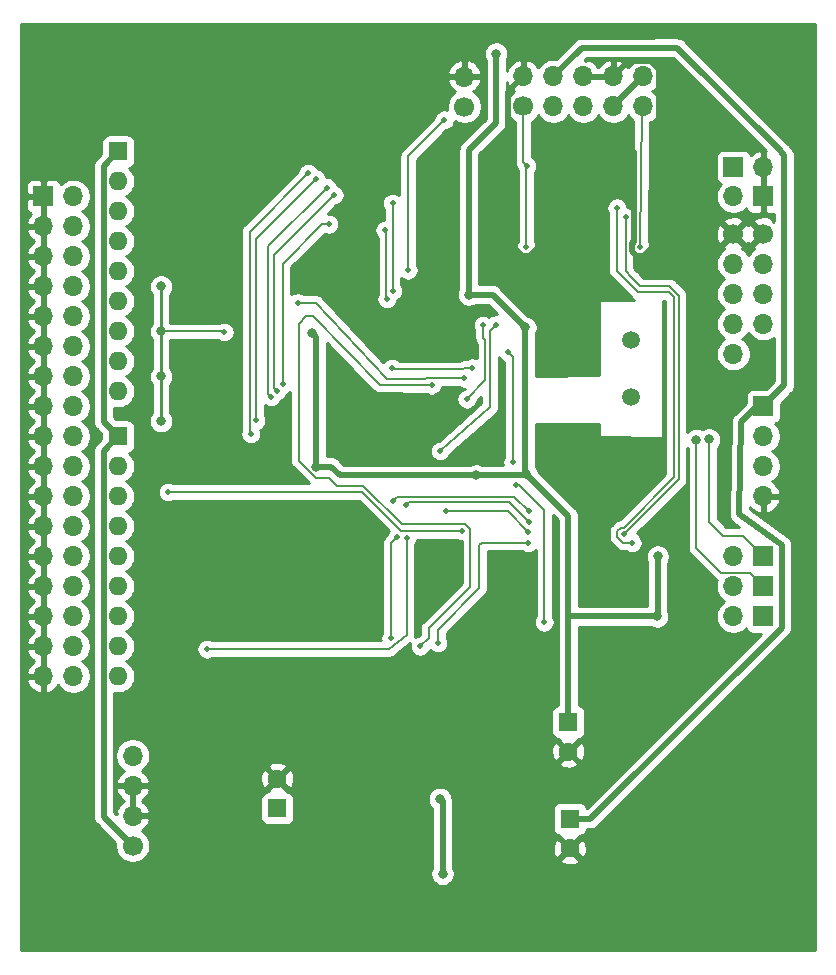
<source format=gbr>
%TF.GenerationSoftware,KiCad,Pcbnew,(5.1.9)-1*%
%TF.CreationDate,2021-08-09T15:54:16+01:00*%
%TF.ProjectId,OpenFlopsShort,4f70656e-466c-46f7-9073-53686f72742e,rev?*%
%TF.SameCoordinates,Original*%
%TF.FileFunction,Copper,L2,Bot*%
%TF.FilePolarity,Positive*%
%FSLAX46Y46*%
G04 Gerber Fmt 4.6, Leading zero omitted, Abs format (unit mm)*
G04 Created by KiCad (PCBNEW (5.1.9)-1) date 2021-08-09 15:54:16*
%MOMM*%
%LPD*%
G01*
G04 APERTURE LIST*
%TA.AperFunction,ComponentPad*%
%ADD10O,1.700000X1.700000*%
%TD*%
%TA.AperFunction,ComponentPad*%
%ADD11R,1.700000X1.700000*%
%TD*%
%TA.AperFunction,ComponentPad*%
%ADD12C,1.700000*%
%TD*%
%TA.AperFunction,ComponentPad*%
%ADD13O,1.600000X1.600000*%
%TD*%
%TA.AperFunction,ComponentPad*%
%ADD14R,1.600000X1.600000*%
%TD*%
%TA.AperFunction,ComponentPad*%
%ADD15C,1.500000*%
%TD*%
%TA.AperFunction,ComponentPad*%
%ADD16C,5.000000*%
%TD*%
%TA.AperFunction,ComponentPad*%
%ADD17C,1.600000*%
%TD*%
%TA.AperFunction,ViaPad*%
%ADD18C,0.800000*%
%TD*%
%TA.AperFunction,ViaPad*%
%ADD19C,0.500000*%
%TD*%
%TA.AperFunction,Conductor*%
%ADD20C,0.500000*%
%TD*%
%TA.AperFunction,Conductor*%
%ADD21C,0.200000*%
%TD*%
%TA.AperFunction,Conductor*%
%ADD22C,0.250000*%
%TD*%
%TA.AperFunction,Conductor*%
%ADD23C,0.254000*%
%TD*%
%TA.AperFunction,Conductor*%
%ADD24C,0.100000*%
%TD*%
G04 APERTURE END LIST*
D10*
%TO.P,J1,2*%
%TO.N,Net-(J1-Pad2)*%
X166624000Y-68643500D03*
D11*
%TO.P,J1,1*%
%TO.N,GND*%
X169164000Y-68643500D03*
%TD*%
D10*
%TO.P,J2,2*%
%TO.N,GND*%
X169164000Y-66167000D03*
D11*
%TO.P,J2,1*%
%TO.N,Net-(J2-Pad1)*%
X166624000Y-66167000D03*
%TD*%
D10*
%TO.P,P9,2*%
%TO.N,/spk+*%
X166624000Y-104203500D03*
D11*
%TO.P,P9,1*%
%TO.N,/spk-*%
X169164000Y-104203500D03*
%TD*%
D10*
%TO.P,J4,2*%
%TO.N,Net-(J4-Pad2)*%
X166624000Y-101663500D03*
D11*
%TO.P,J4,1*%
%TO.N,/~selx*%
X169164000Y-101663500D03*
%TD*%
D10*
%TO.P,J3,2*%
%TO.N,Net-(J3-Pad2)*%
X166624000Y-99123500D03*
D11*
%TO.P,J3,1*%
%TO.N,/~sely*%
X169164000Y-99123500D03*
%TD*%
D10*
%TO.P,P6,5*%
%TO.N,/enc_clk*%
X166624000Y-81978500D03*
%TO.P,P6,4*%
%TO.N,/enc_dt*%
X166624000Y-79438500D03*
%TO.P,P6,3*%
%TO.N,/ja*%
X166624000Y-76898500D03*
%TO.P,P6,2*%
%TO.N,+3V3*%
X166624000Y-74358500D03*
D12*
%TO.P,P6,1*%
%TO.N,GND*%
X166624000Y-71818500D03*
%TD*%
D10*
%TO.P,P7,4*%
%TO.N,/disp_dio*%
X169164000Y-79438500D03*
%TO.P,P7,3*%
%TO.N,/disp_clk*%
X169164000Y-76898500D03*
%TO.P,P7,2*%
%TO.N,+3V3*%
X169164000Y-74358500D03*
D12*
%TO.P,P7,1*%
%TO.N,GND*%
X169164000Y-71818500D03*
%TD*%
D13*
%TO.P,RN2,9*%
%TO.N,/~rdy*%
X114554000Y-109283500D03*
%TO.P,RN2,8*%
%TO.N,/~side*%
X114554000Y-106743500D03*
%TO.P,RN2,7*%
%TO.N,/~rdata*%
X114554000Y-104203500D03*
%TO.P,RN2,6*%
%TO.N,/~wprot*%
X114554000Y-101663500D03*
%TO.P,RN2,5*%
%TO.N,/~trk0*%
X114554000Y-99123500D03*
%TO.P,RN2,4*%
%TO.N,/~wgate*%
X114554000Y-96583500D03*
%TO.P,RN2,3*%
%TO.N,/~wdata*%
X114554000Y-94043500D03*
%TO.P,RN2,2*%
%TO.N,/~step*%
X114554000Y-91503500D03*
D14*
%TO.P,RN2,1*%
%TO.N,+5V*%
X114554000Y-88963500D03*
%TD*%
D13*
%TO.P,RN1,9*%
%TO.N,/dir*%
X114554000Y-85153500D03*
%TO.P,RN1,8*%
%TO.N,/~mtron*%
X114554000Y-82613500D03*
%TO.P,RN1,7*%
%TO.N,/~sel2*%
X114554000Y-80073500D03*
%TO.P,RN1,6*%
%TO.N,/~sel1*%
X114554000Y-77533500D03*
%TO.P,RN1,5*%
%TO.N,/~sel0*%
X114554000Y-74993500D03*
%TO.P,RN1,4*%
%TO.N,/~index*%
X114554000Y-72453500D03*
%TO.P,RN1,3*%
%TO.N,/~inuse*%
X114554000Y-69913500D03*
%TO.P,RN1,2*%
%TO.N,/~dskchg*%
X114554000Y-67373500D03*
D14*
%TO.P,RN1,1*%
%TO.N,+5V*%
X114554000Y-64833500D03*
%TD*%
D10*
%TO.P,P8,4*%
%TO.N,GND*%
X169164000Y-94043500D03*
%TO.P,P8,3*%
%TO.N,/usb+r*%
X169164000Y-91503500D03*
%TO.P,P8,2*%
%TO.N,/usb-r*%
X169164000Y-88963500D03*
D11*
%TO.P,P8,1*%
%TO.N,+5V*%
X169164000Y-86423500D03*
%TD*%
D15*
%TO.P,Y1,2*%
%TO.N,Net-(C5-Pad1)*%
X157988000Y-80781500D03*
%TO.P,Y1,1*%
%TO.N,Net-(C3-Pad1)*%
X157988000Y-85661500D03*
%TD*%
D10*
%TO.P,P5,2*%
%TO.N,GND*%
X143852900Y-58496200D03*
D12*
%TO.P,P5,1*%
%TO.N,/jc*%
X143852900Y-61036200D03*
%TD*%
D10*
%TO.P,P4,10*%
%TO.N,+3V3*%
X159004000Y-58483500D03*
%TO.P,P4,9*%
%TO.N,/boot0*%
X159004000Y-61023500D03*
%TO.P,P4,8*%
%TO.N,GND*%
X156464000Y-58483500D03*
%TO.P,P4,7*%
%TO.N,+3V3*%
X156464000Y-61023500D03*
%TO.P,P4,6*%
%TO.N,GND*%
X153924000Y-58483500D03*
%TO.P,P4,5*%
%TO.N,/tx*%
X153924000Y-61023500D03*
%TO.P,P4,4*%
%TO.N,+5V*%
X151384000Y-58483500D03*
%TO.P,P4,3*%
%TO.N,/rx*%
X151384000Y-61023500D03*
%TO.P,P4,2*%
%TO.N,GND*%
X148844000Y-58483500D03*
D12*
%TO.P,P4,1*%
%TO.N,/nrst*%
X148844000Y-61023500D03*
%TD*%
D10*
%TO.P,P2,4*%
%TO.N,Net-(P2-Pad4)*%
X115768120Y-115994180D03*
%TO.P,P2,3*%
%TO.N,GND*%
X115768120Y-118534180D03*
%TO.P,P2,2*%
X115768120Y-121074180D03*
D12*
%TO.P,P2,1*%
%TO.N,+5V*%
X115768120Y-123614180D03*
%TD*%
D10*
%TO.P,P1,34*%
%TO.N,/~rdy*%
X110744000Y-109283500D03*
%TO.P,P1,33*%
%TO.N,GND*%
X108204000Y-109283500D03*
%TO.P,P1,32*%
%TO.N,/~side*%
X110744000Y-106743500D03*
%TO.P,P1,31*%
%TO.N,GND*%
X108204000Y-106743500D03*
%TO.P,P1,30*%
%TO.N,/~rdata*%
X110744000Y-104203500D03*
%TO.P,P1,29*%
%TO.N,GND*%
X108204000Y-104203500D03*
%TO.P,P1,28*%
%TO.N,/~wprot*%
X110744000Y-101663500D03*
%TO.P,P1,27*%
%TO.N,GND*%
X108204000Y-101663500D03*
%TO.P,P1,26*%
%TO.N,/~trk0*%
X110744000Y-99123500D03*
%TO.P,P1,25*%
%TO.N,GND*%
X108204000Y-99123500D03*
%TO.P,P1,24*%
%TO.N,/~wgate*%
X110744000Y-96583500D03*
%TO.P,P1,23*%
%TO.N,GND*%
X108204000Y-96583500D03*
%TO.P,P1,22*%
%TO.N,/~wdata*%
X110744000Y-94043500D03*
%TO.P,P1,21*%
%TO.N,GND*%
X108204000Y-94043500D03*
%TO.P,P1,20*%
%TO.N,/~step*%
X110744000Y-91503500D03*
%TO.P,P1,19*%
%TO.N,GND*%
X108204000Y-91503500D03*
%TO.P,P1,18*%
%TO.N,/dir*%
X110744000Y-88963500D03*
%TO.P,P1,17*%
%TO.N,GND*%
X108204000Y-88963500D03*
%TO.P,P1,16*%
%TO.N,/~mtron*%
X110744000Y-86423500D03*
%TO.P,P1,15*%
%TO.N,GND*%
X108204000Y-86423500D03*
%TO.P,P1,14*%
%TO.N,/~sel2*%
X110744000Y-83883500D03*
%TO.P,P1,13*%
%TO.N,GND*%
X108204000Y-83883500D03*
%TO.P,P1,12*%
%TO.N,/~sel1*%
X110744000Y-81343500D03*
%TO.P,P1,11*%
%TO.N,GND*%
X108204000Y-81343500D03*
%TO.P,P1,10*%
%TO.N,/~sel0*%
X110744000Y-78803500D03*
%TO.P,P1,9*%
%TO.N,GND*%
X108204000Y-78803500D03*
%TO.P,P1,8*%
%TO.N,/~index*%
X110744000Y-76263500D03*
%TO.P,P1,7*%
%TO.N,GND*%
X108204000Y-76263500D03*
%TO.P,P1,6*%
%TO.N,/~sel3*%
X110744000Y-73723500D03*
%TO.P,P1,5*%
%TO.N,GND*%
X108204000Y-73723500D03*
%TO.P,P1,4*%
%TO.N,/~inuse*%
X110744000Y-71183500D03*
%TO.P,P1,3*%
%TO.N,GND*%
X108204000Y-71183500D03*
%TO.P,P1,2*%
%TO.N,/~dskchg*%
X110744000Y-68643500D03*
D11*
%TO.P,P1,1*%
%TO.N,GND*%
X108204000Y-68643500D03*
%TD*%
D16*
%TO.P,H5,1*%
%TO.N,GND*%
X169164000Y-128079500D03*
%TD*%
%TO.P,H4,1*%
%TO.N,GND*%
X110744000Y-128079500D03*
%TD*%
%TO.P,H3,1*%
%TO.N,GND*%
X110744000Y-58483500D03*
%TD*%
%TO.P,H2,1*%
%TO.N,GND*%
X169164000Y-58483500D03*
%TD*%
D17*
%TO.P,C19,2*%
%TO.N,GND*%
X152781000Y-123848500D03*
D14*
%TO.P,C19,1*%
%TO.N,+5V*%
X152781000Y-121348500D03*
%TD*%
D17*
%TO.P,C17,2*%
%TO.N,GND*%
X152654000Y-115657000D03*
D14*
%TO.P,C17,1*%
%TO.N,+3V3*%
X152654000Y-113157000D03*
%TD*%
D17*
%TO.P,C1,2*%
%TO.N,GND*%
X128016000Y-117959500D03*
D14*
%TO.P,C1,1*%
%TO.N,+5V*%
X128016000Y-120459500D03*
%TD*%
D18*
%TO.N,GND*%
X140119100Y-101803200D03*
X140970000Y-75450700D03*
X123926600Y-85661500D03*
X122720100Y-97358200D03*
X126504700Y-92443300D03*
X125069600Y-108889800D03*
X122301000Y-67665600D03*
X152298400Y-77978000D03*
X122656600Y-102577900D03*
X155168600Y-100393500D03*
X157683200Y-93190060D03*
X138557000Y-86382860D03*
X138585000Y-90068340D03*
X154096720Y-81480660D03*
X154172920Y-89801700D03*
X135382000Y-77025500D03*
X120904000Y-73977500D03*
X162293300Y-60261500D03*
D19*
%TO.N,/nrst*%
X145440400Y-79565500D03*
X149148800Y-66078100D03*
X144043400Y-85813900D03*
X149098000Y-72961500D03*
D18*
%TO.N,+3V3*%
X160167320Y-104213660D03*
X160223200Y-99123500D03*
X149108160Y-92138500D03*
X131330700Y-91528900D03*
X130924300Y-80175100D03*
X144236440Y-76969620D03*
X149021800Y-79738220D03*
X146545300Y-56553100D03*
X141782800Y-119646700D03*
X142011400Y-125996700D03*
X144858740Y-92275660D03*
D19*
%TO.N,Net-(J1-Pad2)*%
X132829300Y-68529200D03*
X127977900Y-85090000D03*
%TO.N,Net-(J2-Pad1)*%
X132194300Y-67894200D03*
X127482600Y-85623400D03*
D18*
%TO.N,/~selx*%
X118170960Y-76268580D03*
X118165880Y-80083660D03*
X118176040Y-83888580D03*
X118170960Y-87683340D03*
D19*
X129743200Y-77635100D03*
X123520200Y-80124300D03*
D18*
X163499800Y-89255600D03*
D19*
X143840200Y-84035900D03*
D18*
%TO.N,/~sely*%
X164566600Y-89217500D03*
D19*
%TO.N,/~side*%
X122047000Y-106972100D03*
X138969750Y-97542350D03*
%TO.N,/~wgate*%
X143649700Y-96964500D03*
X118757700Y-93675200D03*
%TO.N,/~step*%
X137718800Y-83172300D03*
X144500600Y-83159600D03*
%TO.N,/boot0*%
X141803120Y-90197940D03*
X146532600Y-79502000D03*
X158750000Y-72961500D03*
%TO.N,/tx*%
X126212600Y-87617300D03*
X131292600Y-67144900D03*
%TO.N,/rx*%
X125755400Y-88760300D03*
X130632200Y-66662300D03*
%TO.N,/jc*%
X139090400Y-74891900D03*
X142163800Y-62166500D03*
%TO.N,/enc_clk*%
X149288500Y-96189800D03*
X138925300Y-94767400D03*
%TO.N,/enc_dt*%
X149288500Y-95313500D03*
X137787435Y-94444765D03*
%TO.N,/ja*%
X132384800Y-71005700D03*
X128460500Y-84569300D03*
%TO.N,/disp_dio*%
X137121900Y-71526400D03*
X137287000Y-77317600D03*
%TO.N,/disp_clk*%
X137769600Y-69215000D03*
X137782300Y-76644500D03*
%TO.N,/jb*%
X150613000Y-104702500D03*
X148234400Y-93088460D03*
X147949920Y-91132660D03*
X147568920Y-81846420D03*
%TO.N,/~rdata_3v3*%
X140119100Y-106743500D03*
X141071600Y-84632800D03*
%TO.N,/~rdy_3v3*%
X138163300Y-97447100D03*
X137629900Y-106019600D03*
%TO.N,Net-(R1-Pad2)*%
X157495189Y-70385940D03*
X142335250Y-95307150D03*
X149275800Y-97066100D03*
X157365700Y-97243900D03*
%TO.N,Net-(R6-Pad2)*%
X156756100Y-69608700D03*
X141605000Y-106451400D03*
X149237700Y-97955100D03*
X158051500Y-97955100D03*
%TD*%
D20*
%TO.N,GND*%
X157764001Y-57183499D02*
X156464000Y-58483500D01*
X160304001Y-72443501D02*
X160304001Y-57859499D01*
X158049999Y-73297501D02*
X158413999Y-73661501D01*
X159086001Y-73661501D02*
X160304001Y-72443501D01*
X158049999Y-72625499D02*
X158049999Y-73297501D01*
X158413999Y-73661501D02*
X159086001Y-73661501D01*
X158205763Y-64937867D02*
X158205763Y-72469735D01*
X158205763Y-72469735D02*
X158049999Y-72625499D01*
X158181699Y-64913803D02*
X158205763Y-64937867D01*
X159628001Y-57183499D02*
X157764001Y-57183499D01*
X149434001Y-73661501D02*
X158181699Y-64913803D01*
X148761999Y-73661501D02*
X149434001Y-73661501D01*
X160304001Y-57859499D02*
X159628001Y-57183499D01*
X147543999Y-72443501D02*
X148761999Y-73661501D01*
X147543999Y-59783501D02*
X147543999Y-72443501D01*
X148844000Y-58483500D02*
X147543999Y-59783501D01*
%TO.N,+5V*%
X113303999Y-87713499D02*
X114554000Y-88963500D01*
X113303999Y-66083501D02*
X113303999Y-87713499D01*
X114554000Y-64833500D02*
X113303999Y-66083501D01*
X153784300Y-56083200D02*
X151384000Y-58483500D01*
X159956500Y-56083200D02*
X153784300Y-56083200D01*
X161884360Y-56070500D02*
X159969200Y-56070500D01*
X170642280Y-64828420D02*
X161884360Y-56070500D01*
X159969200Y-56070500D02*
X159956500Y-56083200D01*
X170952160Y-84635340D02*
X170947080Y-65173860D01*
X169164000Y-86423500D02*
X170952160Y-84635340D01*
X170642280Y-64869060D02*
X170947080Y-65173860D01*
X170642280Y-64828420D02*
X170642280Y-64869060D01*
X113303999Y-121150059D02*
X115768120Y-123614180D01*
X113303999Y-90213501D02*
X113303999Y-121150059D01*
X114554000Y-88963500D02*
X113303999Y-90213501D01*
X167106600Y-95516700D02*
X167309800Y-87718900D01*
X170723560Y-98173058D02*
X167106600Y-95516700D01*
X154529002Y-121348500D02*
X170723560Y-105153942D01*
X170723560Y-105153942D02*
X170723560Y-98173058D01*
X152781000Y-121348500D02*
X154529002Y-121348500D01*
X168605200Y-86423500D02*
X167309800Y-87718900D01*
X169164000Y-86423500D02*
X168605200Y-86423500D01*
D21*
%TO.N,/nrst*%
X148844000Y-61023500D02*
X148844000Y-65265300D01*
X148844000Y-65265300D02*
X148844000Y-65773300D01*
X148844000Y-65773300D02*
X149148800Y-66078100D01*
X149148800Y-66078100D02*
X149148800Y-66078100D01*
X145625370Y-84231930D02*
X144043400Y-85813900D01*
X145625370Y-80804570D02*
X145625370Y-84231930D01*
X145440400Y-80619600D02*
X145625370Y-80804570D01*
X145440400Y-79565500D02*
X145440400Y-80619600D01*
X149110700Y-66116200D02*
X149148800Y-66078100D01*
X149098000Y-72961500D02*
X149110700Y-66116200D01*
D20*
%TO.N,+3V3*%
X152654000Y-113157000D02*
X152260300Y-113157000D01*
X142011400Y-119875300D02*
X141782800Y-119646700D01*
X142011400Y-125996700D02*
X142011400Y-119875300D01*
X146253200Y-76969620D02*
X149021800Y-79738220D01*
X144236440Y-76969620D02*
X146253200Y-76969620D01*
X149021800Y-92052140D02*
X149108160Y-92138500D01*
X149021800Y-79738220D02*
X149021800Y-92052140D01*
X152654000Y-95684340D02*
X149108160Y-92138500D01*
X148971000Y-92275660D02*
X149108160Y-92138500D01*
X133334760Y-92275660D02*
X144858740Y-92275660D01*
X132588000Y-91528900D02*
X133334760Y-92275660D01*
X131330700Y-91528900D02*
X132588000Y-91528900D01*
X131330700Y-80581500D02*
X130924300Y-80175100D01*
X131330700Y-91528900D02*
X131330700Y-80581500D01*
X144236440Y-76969620D02*
X144236440Y-64729360D01*
X146545300Y-62420500D02*
X146545300Y-56553100D01*
X144236440Y-64729360D02*
X146545300Y-62420500D01*
X156464000Y-61023500D02*
X159004000Y-58483500D01*
X152666700Y-105283000D02*
X152654000Y-105270300D01*
X152654000Y-113157000D02*
X152654000Y-105270300D01*
X144858740Y-92275660D02*
X148971000Y-92275660D01*
X160223200Y-104157780D02*
X160167320Y-104213660D01*
X160223200Y-99123500D02*
X160223200Y-104157780D01*
X160167320Y-104213660D02*
X152760680Y-104213660D01*
X152760680Y-104213660D02*
X152654000Y-104106980D01*
X152654000Y-104106980D02*
X152654000Y-95684340D01*
X152654000Y-105270300D02*
X152654000Y-104106980D01*
D21*
%TO.N,Net-(J1-Pad2)*%
X127727901Y-73630599D02*
X132829300Y-68529200D01*
X127727901Y-84840001D02*
X127727901Y-73630599D01*
X127977900Y-85090000D02*
X127727901Y-84840001D01*
%TO.N,Net-(J2-Pad1)*%
X127482600Y-85623400D02*
X127241300Y-85382100D01*
X127241300Y-72847200D02*
X132194300Y-67894200D01*
X127241300Y-85382100D02*
X127241300Y-72847200D01*
D22*
%TO.N,/~selx*%
X118170960Y-80078580D02*
X118165880Y-80083660D01*
X118170960Y-76268580D02*
X118170960Y-80078580D01*
X118165880Y-83878420D02*
X118176040Y-83888580D01*
X118165880Y-80083660D02*
X118165880Y-83878420D01*
X118176040Y-87678260D02*
X118170960Y-87683340D01*
X118176040Y-83888580D02*
X118176040Y-87678260D01*
D21*
X129743200Y-77635100D02*
X129743200Y-77635100D01*
X123479560Y-80083660D02*
X123520200Y-80124300D01*
X118165880Y-80083660D02*
X123479560Y-80083660D01*
X163499800Y-89255600D02*
X163499800Y-98437700D01*
X168013999Y-100513499D02*
X169164000Y-101663500D01*
X165575599Y-100513499D02*
X168013999Y-100513499D01*
X163499800Y-98437700D02*
X165575599Y-100513499D01*
X131253298Y-77635100D02*
X129743200Y-77635100D01*
X137312400Y-84074000D02*
X131253298Y-77635100D01*
X143840200Y-84035900D02*
X137312400Y-84074000D01*
%TO.N,/~sely*%
X164566600Y-89217500D02*
X164566600Y-96202500D01*
X164566600Y-96202500D02*
X165735000Y-97370900D01*
X167411400Y-97370900D02*
X169164000Y-99123500D01*
X165735000Y-97370900D02*
X167411400Y-97370900D01*
%TO.N,/~side*%
X135928100Y-106972100D02*
X136194800Y-106972100D01*
X122047000Y-106972100D02*
X135928100Y-106972100D01*
X137491402Y-106972100D02*
X135928100Y-106972100D01*
X138963400Y-105752900D02*
X137491402Y-106972100D01*
X138969750Y-97542350D02*
X138963400Y-105752900D01*
%TO.N,/~wgate*%
X135205402Y-93675200D02*
X118757700Y-93675200D01*
X138494702Y-96964500D02*
X135205402Y-93675200D01*
X143649700Y-96964500D02*
X138494702Y-96964500D01*
%TO.N,/~step*%
X144483999Y-83142999D02*
X144500600Y-83159600D01*
X143868299Y-83142999D02*
X144483999Y-83142999D01*
X143718308Y-83292990D02*
X143868299Y-83142999D01*
X137991890Y-83292990D02*
X143718308Y-83292990D01*
X137871200Y-83172300D02*
X137991890Y-83292990D01*
X137718800Y-83172300D02*
X137871200Y-83172300D01*
%TO.N,/boot0*%
X146532600Y-79502000D02*
X146532600Y-79502000D01*
X146025380Y-80009220D02*
X146532600Y-79502000D01*
X146025380Y-86511620D02*
X146025380Y-80009220D01*
X141803120Y-90197940D02*
X146025380Y-86511620D01*
X158889700Y-61137800D02*
X159004000Y-61023500D01*
X158750000Y-72961500D02*
X158889700Y-61137800D01*
%TO.N,/tx*%
X126212600Y-87617300D02*
X126212600Y-72224900D01*
X126212600Y-72224900D02*
X131292600Y-67144900D01*
X131292600Y-67144900D02*
X131292600Y-67144900D01*
%TO.N,/rx*%
X125662599Y-88667499D02*
X125662599Y-71631901D01*
X125755400Y-88760300D02*
X125662599Y-88667499D01*
X125662599Y-71631901D02*
X130632200Y-66662300D01*
X130632200Y-66662300D02*
X130632200Y-66662300D01*
%TO.N,/jc*%
X139090400Y-65239900D02*
X142163800Y-62166500D01*
X139090400Y-74891900D02*
X139090400Y-65239900D01*
%TO.N,/enc_clk*%
X147789900Y-94691200D02*
X149288500Y-96189800D01*
X139175299Y-94517401D02*
X147616101Y-94517401D01*
X147616101Y-94517401D02*
X147789900Y-94691200D01*
X138925300Y-94767400D02*
X139175299Y-94517401D01*
%TO.N,/enc_dt*%
X148116199Y-94141199D02*
X149288500Y-95313500D01*
X137787435Y-94444765D02*
X138114809Y-94117391D01*
X148092391Y-94117391D02*
X148116199Y-94141199D01*
X138114809Y-94117391D02*
X148092391Y-94117391D01*
%TO.N,/ja*%
X128460500Y-84569300D02*
X128460500Y-74333100D01*
X128460500Y-74333100D02*
X128473200Y-74333100D01*
X131800600Y-71005700D02*
X132384800Y-71005700D01*
X128473200Y-74333100D02*
X131800600Y-71005700D01*
%TO.N,/disp_dio*%
X137232299Y-71636799D02*
X137121900Y-71526400D01*
X137232299Y-77262899D02*
X137232299Y-71636799D01*
X137287000Y-77317600D02*
X137232299Y-77262899D01*
%TO.N,/disp_clk*%
X137782300Y-76644500D02*
X137782300Y-70726300D01*
X137782300Y-70726300D02*
X137782300Y-70167500D01*
X137782300Y-69227700D02*
X137769600Y-69215000D01*
X137782300Y-70167500D02*
X137782300Y-69227700D01*
%TO.N,/jb*%
X150613000Y-104702500D02*
X150613000Y-95309800D01*
X150613000Y-95187660D02*
X148513800Y-93088460D01*
X150613000Y-95309800D02*
X150613000Y-95187660D01*
X148513800Y-93088460D02*
X148234400Y-93088460D01*
X148234400Y-93088460D02*
X148234400Y-93088460D01*
X147949920Y-91132660D02*
X147949920Y-82227420D01*
X147949920Y-82227420D02*
X147568920Y-81846420D01*
X147568920Y-81846420D02*
X147568920Y-81846420D01*
%TO.N,/~rdata_3v3*%
X140119100Y-106743500D02*
X140119100Y-106743500D01*
X140817600Y-105206800D02*
X140817600Y-106045000D01*
X144348200Y-101676200D02*
X140817600Y-105206800D01*
X140817600Y-106045000D02*
X140119100Y-106743500D01*
X144348200Y-96812100D02*
X144348200Y-101676200D01*
X143916400Y-96367600D02*
X144348200Y-96812100D01*
X135280400Y-93184499D02*
X138557000Y-96380300D01*
X135280400Y-93179900D02*
X135280400Y-93184499D01*
X133070600Y-93179900D02*
X135280400Y-93179900D01*
X129819400Y-91053602D02*
X131285298Y-92519500D01*
X129819400Y-79438500D02*
X129819400Y-91053602D01*
X130467100Y-78790800D02*
X129819400Y-79438500D01*
X132410200Y-92519500D02*
X133070600Y-93179900D01*
X131025900Y-78790800D02*
X130467100Y-78790800D01*
X131285298Y-92519500D02*
X132410200Y-92519500D01*
X136690100Y-84594700D02*
X131025900Y-78790800D01*
X141071600Y-84632800D02*
X136690100Y-84594700D01*
X142062200Y-96367600D02*
X143916400Y-96367600D01*
X142049500Y-96380300D02*
X142062200Y-96367600D01*
X138557000Y-96380300D02*
X142049500Y-96380300D01*
%TO.N,/~rdy_3v3*%
X137629900Y-97980500D02*
X138163300Y-97447100D01*
X137629900Y-106019600D02*
X137629900Y-97980500D01*
%TO.N,Net-(R1-Pad2)*%
X147516850Y-95307150D02*
X149275800Y-97066100D01*
X142335250Y-95307150D02*
X147516850Y-95307150D01*
X162001200Y-77052102D02*
X162001200Y-92608400D01*
X161212598Y-76263500D02*
X162001200Y-77052102D01*
X158750000Y-76263500D02*
X161212598Y-76263500D01*
X162001200Y-92608400D02*
X157365700Y-97243900D01*
X157988000Y-75501500D02*
X158750000Y-76263500D01*
X157495189Y-74978311D02*
X157988000Y-75471122D01*
X157988000Y-75471122D02*
X157988000Y-75501500D01*
X157495189Y-70385940D02*
X157495189Y-74978311D01*
%TO.N,Net-(R6-Pad2)*%
X141605000Y-106451400D02*
X141605000Y-105333800D01*
X141605000Y-105333800D02*
X145097500Y-101841300D01*
X145097500Y-101841300D02*
X145097500Y-98196400D01*
X145097500Y-98196400D02*
X145338800Y-97955100D01*
X145338800Y-97955100D02*
X149237700Y-97955100D01*
X149237700Y-97955100D02*
X149237700Y-97955100D01*
X157350003Y-96693899D02*
X157101699Y-96693899D01*
X161601190Y-92442712D02*
X157350003Y-96693899D01*
X161601190Y-92436990D02*
X161601190Y-92442712D01*
X156815699Y-97507901D02*
X157262898Y-97955100D01*
X156815699Y-96979899D02*
X156815699Y-97507901D01*
X157101699Y-96693899D02*
X156815699Y-96979899D01*
X161582100Y-92417900D02*
X161601190Y-92436990D01*
X161582100Y-77198700D02*
X161582100Y-92417900D01*
X161154900Y-76771500D02*
X161582100Y-77198700D01*
X157262898Y-97955100D02*
X158051500Y-97955100D01*
X158572200Y-76771500D02*
X161154900Y-76771500D01*
X156756100Y-74955400D02*
X158572200Y-76771500D01*
X156756100Y-69608700D02*
X156756100Y-74955400D01*
%TD*%
D23*
%TO.N,GND*%
X173559001Y-132474500D02*
X106349000Y-132474500D01*
X106349000Y-109640390D01*
X106762524Y-109640390D01*
X106807175Y-109787599D01*
X106932359Y-110050420D01*
X107106412Y-110283769D01*
X107322645Y-110478678D01*
X107572748Y-110627657D01*
X107847109Y-110724981D01*
X108077000Y-110604314D01*
X108077000Y-109410500D01*
X106883845Y-109410500D01*
X106762524Y-109640390D01*
X106349000Y-109640390D01*
X106349000Y-107100390D01*
X106762524Y-107100390D01*
X106807175Y-107247599D01*
X106932359Y-107510420D01*
X107106412Y-107743769D01*
X107322645Y-107938678D01*
X107448255Y-108013500D01*
X107322645Y-108088322D01*
X107106412Y-108283231D01*
X106932359Y-108516580D01*
X106807175Y-108779401D01*
X106762524Y-108926610D01*
X106883845Y-109156500D01*
X108077000Y-109156500D01*
X108077000Y-106870500D01*
X106883845Y-106870500D01*
X106762524Y-107100390D01*
X106349000Y-107100390D01*
X106349000Y-104560390D01*
X106762524Y-104560390D01*
X106807175Y-104707599D01*
X106932359Y-104970420D01*
X107106412Y-105203769D01*
X107322645Y-105398678D01*
X107448255Y-105473500D01*
X107322645Y-105548322D01*
X107106412Y-105743231D01*
X106932359Y-105976580D01*
X106807175Y-106239401D01*
X106762524Y-106386610D01*
X106883845Y-106616500D01*
X108077000Y-106616500D01*
X108077000Y-104330500D01*
X106883845Y-104330500D01*
X106762524Y-104560390D01*
X106349000Y-104560390D01*
X106349000Y-102020390D01*
X106762524Y-102020390D01*
X106807175Y-102167599D01*
X106932359Y-102430420D01*
X107106412Y-102663769D01*
X107322645Y-102858678D01*
X107448255Y-102933500D01*
X107322645Y-103008322D01*
X107106412Y-103203231D01*
X106932359Y-103436580D01*
X106807175Y-103699401D01*
X106762524Y-103846610D01*
X106883845Y-104076500D01*
X108077000Y-104076500D01*
X108077000Y-101790500D01*
X106883845Y-101790500D01*
X106762524Y-102020390D01*
X106349000Y-102020390D01*
X106349000Y-99480390D01*
X106762524Y-99480390D01*
X106807175Y-99627599D01*
X106932359Y-99890420D01*
X107106412Y-100123769D01*
X107322645Y-100318678D01*
X107448255Y-100393500D01*
X107322645Y-100468322D01*
X107106412Y-100663231D01*
X106932359Y-100896580D01*
X106807175Y-101159401D01*
X106762524Y-101306610D01*
X106883845Y-101536500D01*
X108077000Y-101536500D01*
X108077000Y-99250500D01*
X106883845Y-99250500D01*
X106762524Y-99480390D01*
X106349000Y-99480390D01*
X106349000Y-96940390D01*
X106762524Y-96940390D01*
X106807175Y-97087599D01*
X106932359Y-97350420D01*
X107106412Y-97583769D01*
X107322645Y-97778678D01*
X107448255Y-97853500D01*
X107322645Y-97928322D01*
X107106412Y-98123231D01*
X106932359Y-98356580D01*
X106807175Y-98619401D01*
X106762524Y-98766610D01*
X106883845Y-98996500D01*
X108077000Y-98996500D01*
X108077000Y-96710500D01*
X106883845Y-96710500D01*
X106762524Y-96940390D01*
X106349000Y-96940390D01*
X106349000Y-94400390D01*
X106762524Y-94400390D01*
X106807175Y-94547599D01*
X106932359Y-94810420D01*
X107106412Y-95043769D01*
X107322645Y-95238678D01*
X107448255Y-95313500D01*
X107322645Y-95388322D01*
X107106412Y-95583231D01*
X106932359Y-95816580D01*
X106807175Y-96079401D01*
X106762524Y-96226610D01*
X106883845Y-96456500D01*
X108077000Y-96456500D01*
X108077000Y-94170500D01*
X106883845Y-94170500D01*
X106762524Y-94400390D01*
X106349000Y-94400390D01*
X106349000Y-91860390D01*
X106762524Y-91860390D01*
X106807175Y-92007599D01*
X106932359Y-92270420D01*
X107106412Y-92503769D01*
X107322645Y-92698678D01*
X107448255Y-92773500D01*
X107322645Y-92848322D01*
X107106412Y-93043231D01*
X106932359Y-93276580D01*
X106807175Y-93539401D01*
X106762524Y-93686610D01*
X106883845Y-93916500D01*
X108077000Y-93916500D01*
X108077000Y-91630500D01*
X106883845Y-91630500D01*
X106762524Y-91860390D01*
X106349000Y-91860390D01*
X106349000Y-89320390D01*
X106762524Y-89320390D01*
X106807175Y-89467599D01*
X106932359Y-89730420D01*
X107106412Y-89963769D01*
X107322645Y-90158678D01*
X107448255Y-90233500D01*
X107322645Y-90308322D01*
X107106412Y-90503231D01*
X106932359Y-90736580D01*
X106807175Y-90999401D01*
X106762524Y-91146610D01*
X106883845Y-91376500D01*
X108077000Y-91376500D01*
X108077000Y-89090500D01*
X106883845Y-89090500D01*
X106762524Y-89320390D01*
X106349000Y-89320390D01*
X106349000Y-86780390D01*
X106762524Y-86780390D01*
X106807175Y-86927599D01*
X106932359Y-87190420D01*
X107106412Y-87423769D01*
X107322645Y-87618678D01*
X107448255Y-87693500D01*
X107322645Y-87768322D01*
X107106412Y-87963231D01*
X106932359Y-88196580D01*
X106807175Y-88459401D01*
X106762524Y-88606610D01*
X106883845Y-88836500D01*
X108077000Y-88836500D01*
X108077000Y-86550500D01*
X106883845Y-86550500D01*
X106762524Y-86780390D01*
X106349000Y-86780390D01*
X106349000Y-84240390D01*
X106762524Y-84240390D01*
X106807175Y-84387599D01*
X106932359Y-84650420D01*
X107106412Y-84883769D01*
X107322645Y-85078678D01*
X107448255Y-85153500D01*
X107322645Y-85228322D01*
X107106412Y-85423231D01*
X106932359Y-85656580D01*
X106807175Y-85919401D01*
X106762524Y-86066610D01*
X106883845Y-86296500D01*
X108077000Y-86296500D01*
X108077000Y-84010500D01*
X106883845Y-84010500D01*
X106762524Y-84240390D01*
X106349000Y-84240390D01*
X106349000Y-81700390D01*
X106762524Y-81700390D01*
X106807175Y-81847599D01*
X106932359Y-82110420D01*
X107106412Y-82343769D01*
X107322645Y-82538678D01*
X107448255Y-82613500D01*
X107322645Y-82688322D01*
X107106412Y-82883231D01*
X106932359Y-83116580D01*
X106807175Y-83379401D01*
X106762524Y-83526610D01*
X106883845Y-83756500D01*
X108077000Y-83756500D01*
X108077000Y-81470500D01*
X106883845Y-81470500D01*
X106762524Y-81700390D01*
X106349000Y-81700390D01*
X106349000Y-79160390D01*
X106762524Y-79160390D01*
X106807175Y-79307599D01*
X106932359Y-79570420D01*
X107106412Y-79803769D01*
X107322645Y-79998678D01*
X107448255Y-80073500D01*
X107322645Y-80148322D01*
X107106412Y-80343231D01*
X106932359Y-80576580D01*
X106807175Y-80839401D01*
X106762524Y-80986610D01*
X106883845Y-81216500D01*
X108077000Y-81216500D01*
X108077000Y-78930500D01*
X106883845Y-78930500D01*
X106762524Y-79160390D01*
X106349000Y-79160390D01*
X106349000Y-76620390D01*
X106762524Y-76620390D01*
X106807175Y-76767599D01*
X106932359Y-77030420D01*
X107106412Y-77263769D01*
X107322645Y-77458678D01*
X107448255Y-77533500D01*
X107322645Y-77608322D01*
X107106412Y-77803231D01*
X106932359Y-78036580D01*
X106807175Y-78299401D01*
X106762524Y-78446610D01*
X106883845Y-78676500D01*
X108077000Y-78676500D01*
X108077000Y-76390500D01*
X106883845Y-76390500D01*
X106762524Y-76620390D01*
X106349000Y-76620390D01*
X106349000Y-74080390D01*
X106762524Y-74080390D01*
X106807175Y-74227599D01*
X106932359Y-74490420D01*
X107106412Y-74723769D01*
X107322645Y-74918678D01*
X107448255Y-74993500D01*
X107322645Y-75068322D01*
X107106412Y-75263231D01*
X106932359Y-75496580D01*
X106807175Y-75759401D01*
X106762524Y-75906610D01*
X106883845Y-76136500D01*
X108077000Y-76136500D01*
X108077000Y-73850500D01*
X106883845Y-73850500D01*
X106762524Y-74080390D01*
X106349000Y-74080390D01*
X106349000Y-71540390D01*
X106762524Y-71540390D01*
X106807175Y-71687599D01*
X106932359Y-71950420D01*
X107106412Y-72183769D01*
X107322645Y-72378678D01*
X107448255Y-72453500D01*
X107322645Y-72528322D01*
X107106412Y-72723231D01*
X106932359Y-72956580D01*
X106807175Y-73219401D01*
X106762524Y-73366610D01*
X106883845Y-73596500D01*
X108077000Y-73596500D01*
X108077000Y-71310500D01*
X106883845Y-71310500D01*
X106762524Y-71540390D01*
X106349000Y-71540390D01*
X106349000Y-69493500D01*
X106715928Y-69493500D01*
X106728188Y-69617982D01*
X106764498Y-69737680D01*
X106823463Y-69847994D01*
X106902815Y-69944685D01*
X106999506Y-70024037D01*
X107109820Y-70083002D01*
X107190466Y-70107466D01*
X107106412Y-70183231D01*
X106932359Y-70416580D01*
X106807175Y-70679401D01*
X106762524Y-70826610D01*
X106883845Y-71056500D01*
X108077000Y-71056500D01*
X108077000Y-68770500D01*
X106877750Y-68770500D01*
X106719000Y-68929250D01*
X106715928Y-69493500D01*
X106349000Y-69493500D01*
X106349000Y-67793500D01*
X106715928Y-67793500D01*
X106719000Y-68357750D01*
X106877750Y-68516500D01*
X108077000Y-68516500D01*
X108077000Y-67317250D01*
X108331000Y-67317250D01*
X108331000Y-68516500D01*
X108351000Y-68516500D01*
X108351000Y-68770500D01*
X108331000Y-68770500D01*
X108331000Y-71056500D01*
X108351000Y-71056500D01*
X108351000Y-71310500D01*
X108331000Y-71310500D01*
X108331000Y-73596500D01*
X108351000Y-73596500D01*
X108351000Y-73850500D01*
X108331000Y-73850500D01*
X108331000Y-76136500D01*
X108351000Y-76136500D01*
X108351000Y-76390500D01*
X108331000Y-76390500D01*
X108331000Y-78676500D01*
X108351000Y-78676500D01*
X108351000Y-78930500D01*
X108331000Y-78930500D01*
X108331000Y-81216500D01*
X108351000Y-81216500D01*
X108351000Y-81470500D01*
X108331000Y-81470500D01*
X108331000Y-83756500D01*
X108351000Y-83756500D01*
X108351000Y-84010500D01*
X108331000Y-84010500D01*
X108331000Y-86296500D01*
X108351000Y-86296500D01*
X108351000Y-86550500D01*
X108331000Y-86550500D01*
X108331000Y-88836500D01*
X108351000Y-88836500D01*
X108351000Y-89090500D01*
X108331000Y-89090500D01*
X108331000Y-91376500D01*
X108351000Y-91376500D01*
X108351000Y-91630500D01*
X108331000Y-91630500D01*
X108331000Y-93916500D01*
X108351000Y-93916500D01*
X108351000Y-94170500D01*
X108331000Y-94170500D01*
X108331000Y-96456500D01*
X108351000Y-96456500D01*
X108351000Y-96710500D01*
X108331000Y-96710500D01*
X108331000Y-98996500D01*
X108351000Y-98996500D01*
X108351000Y-99250500D01*
X108331000Y-99250500D01*
X108331000Y-101536500D01*
X108351000Y-101536500D01*
X108351000Y-101790500D01*
X108331000Y-101790500D01*
X108331000Y-104076500D01*
X108351000Y-104076500D01*
X108351000Y-104330500D01*
X108331000Y-104330500D01*
X108331000Y-106616500D01*
X108351000Y-106616500D01*
X108351000Y-106870500D01*
X108331000Y-106870500D01*
X108331000Y-109156500D01*
X108351000Y-109156500D01*
X108351000Y-109410500D01*
X108331000Y-109410500D01*
X108331000Y-110604314D01*
X108560891Y-110724981D01*
X108835252Y-110627657D01*
X109085355Y-110478678D01*
X109301588Y-110283769D01*
X109472900Y-110054094D01*
X109590525Y-110230132D01*
X109797368Y-110436975D01*
X110040589Y-110599490D01*
X110310842Y-110711432D01*
X110597740Y-110768500D01*
X110890260Y-110768500D01*
X111177158Y-110711432D01*
X111447411Y-110599490D01*
X111690632Y-110436975D01*
X111897475Y-110230132D01*
X112059990Y-109986911D01*
X112171932Y-109716658D01*
X112229000Y-109429760D01*
X112229000Y-109137240D01*
X112171932Y-108850342D01*
X112059990Y-108580089D01*
X111897475Y-108336868D01*
X111690632Y-108130025D01*
X111516240Y-108013500D01*
X111690632Y-107896975D01*
X111897475Y-107690132D01*
X112059990Y-107446911D01*
X112171932Y-107176658D01*
X112229000Y-106889760D01*
X112229000Y-106597240D01*
X112171932Y-106310342D01*
X112059990Y-106040089D01*
X111897475Y-105796868D01*
X111690632Y-105590025D01*
X111516240Y-105473500D01*
X111690632Y-105356975D01*
X111897475Y-105150132D01*
X112059990Y-104906911D01*
X112171932Y-104636658D01*
X112229000Y-104349760D01*
X112229000Y-104057240D01*
X112171932Y-103770342D01*
X112059990Y-103500089D01*
X111897475Y-103256868D01*
X111690632Y-103050025D01*
X111516240Y-102933500D01*
X111690632Y-102816975D01*
X111897475Y-102610132D01*
X112059990Y-102366911D01*
X112171932Y-102096658D01*
X112229000Y-101809760D01*
X112229000Y-101517240D01*
X112171932Y-101230342D01*
X112059990Y-100960089D01*
X111897475Y-100716868D01*
X111690632Y-100510025D01*
X111516240Y-100393500D01*
X111690632Y-100276975D01*
X111897475Y-100070132D01*
X112059990Y-99826911D01*
X112171932Y-99556658D01*
X112229000Y-99269760D01*
X112229000Y-98977240D01*
X112171932Y-98690342D01*
X112059990Y-98420089D01*
X111897475Y-98176868D01*
X111690632Y-97970025D01*
X111516240Y-97853500D01*
X111690632Y-97736975D01*
X111897475Y-97530132D01*
X112059990Y-97286911D01*
X112171932Y-97016658D01*
X112229000Y-96729760D01*
X112229000Y-96437240D01*
X112171932Y-96150342D01*
X112059990Y-95880089D01*
X111897475Y-95636868D01*
X111690632Y-95430025D01*
X111516240Y-95313500D01*
X111690632Y-95196975D01*
X111897475Y-94990132D01*
X112059990Y-94746911D01*
X112171932Y-94476658D01*
X112229000Y-94189760D01*
X112229000Y-93897240D01*
X112171932Y-93610342D01*
X112059990Y-93340089D01*
X111897475Y-93096868D01*
X111690632Y-92890025D01*
X111516240Y-92773500D01*
X111690632Y-92656975D01*
X111897475Y-92450132D01*
X112059990Y-92206911D01*
X112171932Y-91936658D01*
X112229000Y-91649760D01*
X112229000Y-91357240D01*
X112171932Y-91070342D01*
X112059990Y-90800089D01*
X111897475Y-90556868D01*
X111690632Y-90350025D01*
X111516240Y-90233500D01*
X111690632Y-90116975D01*
X111897475Y-89910132D01*
X112059990Y-89666911D01*
X112171932Y-89396658D01*
X112229000Y-89109760D01*
X112229000Y-88817240D01*
X112171932Y-88530342D01*
X112059990Y-88260089D01*
X111897475Y-88016868D01*
X111690632Y-87810025D01*
X111516240Y-87693500D01*
X111690632Y-87576975D01*
X111897475Y-87370132D01*
X112059990Y-87126911D01*
X112171932Y-86856658D01*
X112229000Y-86569760D01*
X112229000Y-86277240D01*
X112171932Y-85990342D01*
X112059990Y-85720089D01*
X111897475Y-85476868D01*
X111690632Y-85270025D01*
X111516240Y-85153500D01*
X111690632Y-85036975D01*
X111897475Y-84830132D01*
X112059990Y-84586911D01*
X112171932Y-84316658D01*
X112229000Y-84029760D01*
X112229000Y-83737240D01*
X112171932Y-83450342D01*
X112059990Y-83180089D01*
X111897475Y-82936868D01*
X111690632Y-82730025D01*
X111516240Y-82613500D01*
X111690632Y-82496975D01*
X111897475Y-82290132D01*
X112059990Y-82046911D01*
X112171932Y-81776658D01*
X112229000Y-81489760D01*
X112229000Y-81197240D01*
X112171932Y-80910342D01*
X112059990Y-80640089D01*
X111897475Y-80396868D01*
X111690632Y-80190025D01*
X111516240Y-80073500D01*
X111690632Y-79956975D01*
X111897475Y-79750132D01*
X112059990Y-79506911D01*
X112171932Y-79236658D01*
X112229000Y-78949760D01*
X112229000Y-78657240D01*
X112171932Y-78370342D01*
X112059990Y-78100089D01*
X111897475Y-77856868D01*
X111690632Y-77650025D01*
X111516240Y-77533500D01*
X111690632Y-77416975D01*
X111897475Y-77210132D01*
X112059990Y-76966911D01*
X112171932Y-76696658D01*
X112229000Y-76409760D01*
X112229000Y-76117240D01*
X112171932Y-75830342D01*
X112059990Y-75560089D01*
X111897475Y-75316868D01*
X111690632Y-75110025D01*
X111516240Y-74993500D01*
X111690632Y-74876975D01*
X111897475Y-74670132D01*
X112059990Y-74426911D01*
X112171932Y-74156658D01*
X112229000Y-73869760D01*
X112229000Y-73577240D01*
X112171932Y-73290342D01*
X112059990Y-73020089D01*
X111897475Y-72776868D01*
X111690632Y-72570025D01*
X111516240Y-72453500D01*
X111690632Y-72336975D01*
X111897475Y-72130132D01*
X112059990Y-71886911D01*
X112171932Y-71616658D01*
X112229000Y-71329760D01*
X112229000Y-71037240D01*
X112171932Y-70750342D01*
X112059990Y-70480089D01*
X111897475Y-70236868D01*
X111690632Y-70030025D01*
X111516240Y-69913500D01*
X111690632Y-69796975D01*
X111897475Y-69590132D01*
X112059990Y-69346911D01*
X112171932Y-69076658D01*
X112229000Y-68789760D01*
X112229000Y-68497240D01*
X112171932Y-68210342D01*
X112059990Y-67940089D01*
X111897475Y-67696868D01*
X111690632Y-67490025D01*
X111447411Y-67327510D01*
X111177158Y-67215568D01*
X110890260Y-67158500D01*
X110597740Y-67158500D01*
X110310842Y-67215568D01*
X110040589Y-67327510D01*
X109797368Y-67490025D01*
X109665513Y-67621880D01*
X109643502Y-67549320D01*
X109584537Y-67439006D01*
X109505185Y-67342315D01*
X109408494Y-67262963D01*
X109298180Y-67203998D01*
X109178482Y-67167688D01*
X109054000Y-67155428D01*
X108489750Y-67158500D01*
X108331000Y-67317250D01*
X108077000Y-67317250D01*
X107918250Y-67158500D01*
X107354000Y-67155428D01*
X107229518Y-67167688D01*
X107109820Y-67203998D01*
X106999506Y-67262963D01*
X106902815Y-67342315D01*
X106823463Y-67439006D01*
X106764498Y-67549320D01*
X106728188Y-67669018D01*
X106715928Y-67793500D01*
X106349000Y-67793500D01*
X106349000Y-66083501D01*
X112414718Y-66083501D01*
X112418999Y-66126970D01*
X112419000Y-87670020D01*
X112414718Y-87713499D01*
X112431804Y-87886989D01*
X112482411Y-88053812D01*
X112564589Y-88207558D01*
X112647467Y-88308545D01*
X112647470Y-88308548D01*
X112675183Y-88342316D01*
X112708950Y-88370028D01*
X113115928Y-88777006D01*
X113115928Y-89149994D01*
X112708955Y-89556967D01*
X112675182Y-89584684D01*
X112564588Y-89719443D01*
X112482410Y-89873189D01*
X112431804Y-90040012D01*
X112418999Y-90170025D01*
X112418999Y-90170032D01*
X112414718Y-90213501D01*
X112418999Y-90256970D01*
X112419000Y-121106580D01*
X112414718Y-121150059D01*
X112431804Y-121323549D01*
X112482411Y-121490372D01*
X112564589Y-121644118D01*
X112647467Y-121745105D01*
X112647470Y-121745108D01*
X112675183Y-121778876D01*
X112708950Y-121806588D01*
X114297581Y-123395220D01*
X114283120Y-123467920D01*
X114283120Y-123760440D01*
X114340188Y-124047338D01*
X114452130Y-124317591D01*
X114614645Y-124560812D01*
X114821488Y-124767655D01*
X115064709Y-124930170D01*
X115334962Y-125042112D01*
X115621860Y-125099180D01*
X115914380Y-125099180D01*
X116201278Y-125042112D01*
X116471531Y-124930170D01*
X116714752Y-124767655D01*
X116921595Y-124560812D01*
X117084110Y-124317591D01*
X117196052Y-124047338D01*
X117253120Y-123760440D01*
X117253120Y-123467920D01*
X117196052Y-123181022D01*
X117084110Y-122910769D01*
X116921595Y-122667548D01*
X116714752Y-122460705D01*
X116532586Y-122338985D01*
X116649475Y-122269358D01*
X116865708Y-122074449D01*
X117039761Y-121841100D01*
X117164945Y-121578279D01*
X117209596Y-121431070D01*
X117088275Y-121201180D01*
X115895120Y-121201180D01*
X115895120Y-121221180D01*
X115641120Y-121221180D01*
X115641120Y-121201180D01*
X115621120Y-121201180D01*
X115621120Y-120947180D01*
X115641120Y-120947180D01*
X115641120Y-118661180D01*
X115895120Y-118661180D01*
X115895120Y-120947180D01*
X117088275Y-120947180D01*
X117209596Y-120717290D01*
X117164945Y-120570081D01*
X117039761Y-120307260D01*
X116865708Y-120073911D01*
X116649475Y-119879002D01*
X116523865Y-119804180D01*
X116649475Y-119729358D01*
X116726975Y-119659500D01*
X126577928Y-119659500D01*
X126577928Y-121259500D01*
X126590188Y-121383982D01*
X126626498Y-121503680D01*
X126685463Y-121613994D01*
X126764815Y-121710685D01*
X126861506Y-121790037D01*
X126971820Y-121849002D01*
X127091518Y-121885312D01*
X127216000Y-121897572D01*
X128816000Y-121897572D01*
X128940482Y-121885312D01*
X129060180Y-121849002D01*
X129170494Y-121790037D01*
X129267185Y-121710685D01*
X129346537Y-121613994D01*
X129405502Y-121503680D01*
X129441812Y-121383982D01*
X129454072Y-121259500D01*
X129454072Y-119659500D01*
X129442772Y-119544761D01*
X140747800Y-119544761D01*
X140747800Y-119748639D01*
X140787574Y-119948598D01*
X140865595Y-120136956D01*
X140978863Y-120306474D01*
X141123026Y-120450637D01*
X141126401Y-120452892D01*
X141126400Y-125458246D01*
X141094195Y-125506444D01*
X141016174Y-125694802D01*
X140976400Y-125894761D01*
X140976400Y-126098639D01*
X141016174Y-126298598D01*
X141094195Y-126486956D01*
X141207463Y-126656474D01*
X141351626Y-126800637D01*
X141521144Y-126913905D01*
X141709502Y-126991926D01*
X141909461Y-127031700D01*
X142113339Y-127031700D01*
X142313298Y-126991926D01*
X142501656Y-126913905D01*
X142671174Y-126800637D01*
X142815337Y-126656474D01*
X142928605Y-126486956D01*
X143006626Y-126298598D01*
X143046400Y-126098639D01*
X143046400Y-125894761D01*
X143006626Y-125694802D01*
X142928605Y-125506444D01*
X142896400Y-125458246D01*
X142896400Y-124841202D01*
X151967903Y-124841202D01*
X152039486Y-125085171D01*
X152294996Y-125206071D01*
X152569184Y-125274800D01*
X152851512Y-125288717D01*
X153131130Y-125247287D01*
X153397292Y-125152103D01*
X153522514Y-125085171D01*
X153594097Y-124841202D01*
X152781000Y-124028105D01*
X151967903Y-124841202D01*
X142896400Y-124841202D01*
X142896400Y-123919012D01*
X151340783Y-123919012D01*
X151382213Y-124198630D01*
X151477397Y-124464792D01*
X151544329Y-124590014D01*
X151788298Y-124661597D01*
X152601395Y-123848500D01*
X152960605Y-123848500D01*
X153773702Y-124661597D01*
X154017671Y-124590014D01*
X154138571Y-124334504D01*
X154207300Y-124060316D01*
X154221217Y-123777988D01*
X154179787Y-123498370D01*
X154084603Y-123232208D01*
X154017671Y-123106986D01*
X153773702Y-123035403D01*
X152960605Y-123848500D01*
X152601395Y-123848500D01*
X151788298Y-123035403D01*
X151544329Y-123106986D01*
X151423429Y-123362496D01*
X151354700Y-123636684D01*
X151340783Y-123919012D01*
X142896400Y-123919012D01*
X142896400Y-119918765D01*
X142900681Y-119875299D01*
X142896400Y-119831833D01*
X142896400Y-119831823D01*
X142883595Y-119701810D01*
X142832989Y-119534987D01*
X142805701Y-119483934D01*
X142778026Y-119344802D01*
X142700005Y-119156444D01*
X142586737Y-118986926D01*
X142442574Y-118842763D01*
X142273056Y-118729495D01*
X142084698Y-118651474D01*
X141884739Y-118611700D01*
X141680861Y-118611700D01*
X141480902Y-118651474D01*
X141292544Y-118729495D01*
X141123026Y-118842763D01*
X140978863Y-118986926D01*
X140865595Y-119156444D01*
X140787574Y-119344802D01*
X140747800Y-119544761D01*
X129442772Y-119544761D01*
X129441812Y-119535018D01*
X129405502Y-119415320D01*
X129346537Y-119305006D01*
X129267185Y-119208315D01*
X129170494Y-119128963D01*
X129060180Y-119069998D01*
X128940482Y-119033688D01*
X128816000Y-119021428D01*
X128808785Y-119021428D01*
X128829097Y-118952202D01*
X128016000Y-118139105D01*
X127202903Y-118952202D01*
X127223215Y-119021428D01*
X127216000Y-119021428D01*
X127091518Y-119033688D01*
X126971820Y-119069998D01*
X126861506Y-119128963D01*
X126764815Y-119208315D01*
X126685463Y-119305006D01*
X126626498Y-119415320D01*
X126590188Y-119535018D01*
X126577928Y-119659500D01*
X116726975Y-119659500D01*
X116865708Y-119534449D01*
X117039761Y-119301100D01*
X117164945Y-119038279D01*
X117209596Y-118891070D01*
X117088275Y-118661180D01*
X115895120Y-118661180D01*
X115641120Y-118661180D01*
X114447965Y-118661180D01*
X114326644Y-118891070D01*
X114371295Y-119038279D01*
X114496479Y-119301100D01*
X114670532Y-119534449D01*
X114886765Y-119729358D01*
X115012375Y-119804180D01*
X114886765Y-119879002D01*
X114670532Y-120073911D01*
X114496479Y-120307260D01*
X114371295Y-120570081D01*
X114326644Y-120717290D01*
X114447964Y-120947178D01*
X114352696Y-120947178D01*
X114188999Y-120783481D01*
X114188999Y-115847920D01*
X114283120Y-115847920D01*
X114283120Y-116140440D01*
X114340188Y-116427338D01*
X114452130Y-116697591D01*
X114614645Y-116940812D01*
X114821488Y-117147655D01*
X115003654Y-117269375D01*
X114886765Y-117339002D01*
X114670532Y-117533911D01*
X114496479Y-117767260D01*
X114371295Y-118030081D01*
X114326644Y-118177290D01*
X114447965Y-118407180D01*
X115641120Y-118407180D01*
X115641120Y-118387180D01*
X115895120Y-118387180D01*
X115895120Y-118407180D01*
X117088275Y-118407180D01*
X117209596Y-118177290D01*
X117164945Y-118030081D01*
X117164913Y-118030012D01*
X126575783Y-118030012D01*
X126617213Y-118309630D01*
X126712397Y-118575792D01*
X126779329Y-118701014D01*
X127023298Y-118772597D01*
X127836395Y-117959500D01*
X128195605Y-117959500D01*
X129008702Y-118772597D01*
X129252671Y-118701014D01*
X129373571Y-118445504D01*
X129442300Y-118171316D01*
X129456217Y-117888988D01*
X129414787Y-117609370D01*
X129319603Y-117343208D01*
X129252671Y-117217986D01*
X129008702Y-117146403D01*
X128195605Y-117959500D01*
X127836395Y-117959500D01*
X127023298Y-117146403D01*
X126779329Y-117217986D01*
X126658429Y-117473496D01*
X126589700Y-117747684D01*
X126575783Y-118030012D01*
X117164913Y-118030012D01*
X117039761Y-117767260D01*
X116865708Y-117533911D01*
X116649475Y-117339002D01*
X116532586Y-117269375D01*
X116714752Y-117147655D01*
X116895609Y-116966798D01*
X127202903Y-116966798D01*
X128016000Y-117779895D01*
X128829097Y-116966798D01*
X128757514Y-116722829D01*
X128602968Y-116649702D01*
X151840903Y-116649702D01*
X151912486Y-116893671D01*
X152167996Y-117014571D01*
X152442184Y-117083300D01*
X152724512Y-117097217D01*
X153004130Y-117055787D01*
X153270292Y-116960603D01*
X153395514Y-116893671D01*
X153467097Y-116649702D01*
X152654000Y-115836605D01*
X151840903Y-116649702D01*
X128602968Y-116649702D01*
X128502004Y-116601929D01*
X128227816Y-116533200D01*
X127945488Y-116519283D01*
X127665870Y-116560713D01*
X127399708Y-116655897D01*
X127274486Y-116722829D01*
X127202903Y-116966798D01*
X116895609Y-116966798D01*
X116921595Y-116940812D01*
X117084110Y-116697591D01*
X117196052Y-116427338D01*
X117253120Y-116140440D01*
X117253120Y-115847920D01*
X117229170Y-115727512D01*
X151213783Y-115727512D01*
X151255213Y-116007130D01*
X151350397Y-116273292D01*
X151417329Y-116398514D01*
X151661298Y-116470097D01*
X152474395Y-115657000D01*
X152833605Y-115657000D01*
X153646702Y-116470097D01*
X153890671Y-116398514D01*
X154011571Y-116143004D01*
X154080300Y-115868816D01*
X154094217Y-115586488D01*
X154052787Y-115306870D01*
X153957603Y-115040708D01*
X153890671Y-114915486D01*
X153646702Y-114843903D01*
X152833605Y-115657000D01*
X152474395Y-115657000D01*
X151661298Y-114843903D01*
X151417329Y-114915486D01*
X151296429Y-115170996D01*
X151227700Y-115445184D01*
X151213783Y-115727512D01*
X117229170Y-115727512D01*
X117196052Y-115561022D01*
X117084110Y-115290769D01*
X116921595Y-115047548D01*
X116714752Y-114840705D01*
X116471531Y-114678190D01*
X116201278Y-114566248D01*
X115914380Y-114509180D01*
X115621860Y-114509180D01*
X115334962Y-114566248D01*
X115064709Y-114678190D01*
X114821488Y-114840705D01*
X114614645Y-115047548D01*
X114452130Y-115290769D01*
X114340188Y-115561022D01*
X114283120Y-115847920D01*
X114188999Y-115847920D01*
X114188999Y-110674009D01*
X114412665Y-110718500D01*
X114695335Y-110718500D01*
X114972574Y-110663353D01*
X115233727Y-110555180D01*
X115468759Y-110398137D01*
X115668637Y-110198259D01*
X115825680Y-109963227D01*
X115933853Y-109702074D01*
X115989000Y-109424835D01*
X115989000Y-109142165D01*
X115933853Y-108864926D01*
X115825680Y-108603773D01*
X115668637Y-108368741D01*
X115468759Y-108168863D01*
X115236241Y-108013500D01*
X115468759Y-107858137D01*
X115668637Y-107658259D01*
X115825680Y-107423227D01*
X115933853Y-107162074D01*
X115989000Y-106884835D01*
X115989000Y-106602165D01*
X115933853Y-106324926D01*
X115825680Y-106063773D01*
X115668637Y-105828741D01*
X115468759Y-105628863D01*
X115236241Y-105473500D01*
X115468759Y-105318137D01*
X115668637Y-105118259D01*
X115825680Y-104883227D01*
X115933853Y-104622074D01*
X115989000Y-104344835D01*
X115989000Y-104062165D01*
X115933853Y-103784926D01*
X115825680Y-103523773D01*
X115668637Y-103288741D01*
X115468759Y-103088863D01*
X115236241Y-102933500D01*
X115468759Y-102778137D01*
X115668637Y-102578259D01*
X115825680Y-102343227D01*
X115933853Y-102082074D01*
X115989000Y-101804835D01*
X115989000Y-101522165D01*
X115933853Y-101244926D01*
X115825680Y-100983773D01*
X115668637Y-100748741D01*
X115468759Y-100548863D01*
X115236241Y-100393500D01*
X115468759Y-100238137D01*
X115668637Y-100038259D01*
X115825680Y-99803227D01*
X115933853Y-99542074D01*
X115989000Y-99264835D01*
X115989000Y-98982165D01*
X115933853Y-98704926D01*
X115825680Y-98443773D01*
X115668637Y-98208741D01*
X115468759Y-98008863D01*
X115236241Y-97853500D01*
X115468759Y-97698137D01*
X115668637Y-97498259D01*
X115825680Y-97263227D01*
X115933853Y-97002074D01*
X115989000Y-96724835D01*
X115989000Y-96442165D01*
X115933853Y-96164926D01*
X115825680Y-95903773D01*
X115668637Y-95668741D01*
X115468759Y-95468863D01*
X115236241Y-95313500D01*
X115468759Y-95158137D01*
X115668637Y-94958259D01*
X115825680Y-94723227D01*
X115933853Y-94462074D01*
X115989000Y-94184835D01*
X115989000Y-93902165D01*
X115933853Y-93624926D01*
X115918573Y-93588035D01*
X117872700Y-93588035D01*
X117872700Y-93762365D01*
X117906710Y-93933345D01*
X117973423Y-94094405D01*
X118070276Y-94239355D01*
X118193545Y-94362624D01*
X118338495Y-94459477D01*
X118499555Y-94526190D01*
X118670535Y-94560200D01*
X118844865Y-94560200D01*
X119015845Y-94526190D01*
X119176905Y-94459477D01*
X119250653Y-94410200D01*
X134900956Y-94410200D01*
X137434950Y-96944195D01*
X137379023Y-97027895D01*
X137312310Y-97188955D01*
X137295006Y-97275948D01*
X137135708Y-97435246D01*
X137107663Y-97458262D01*
X137015814Y-97570180D01*
X136974840Y-97646837D01*
X136947564Y-97697867D01*
X136905535Y-97836415D01*
X136891344Y-97980500D01*
X136894901Y-98016615D01*
X136894900Y-105526647D01*
X136845623Y-105600395D01*
X136778910Y-105761455D01*
X136744900Y-105932435D01*
X136744900Y-106106765D01*
X136770825Y-106237100D01*
X122539953Y-106237100D01*
X122466205Y-106187823D01*
X122305145Y-106121110D01*
X122134165Y-106087100D01*
X121959835Y-106087100D01*
X121788855Y-106121110D01*
X121627795Y-106187823D01*
X121482845Y-106284676D01*
X121359576Y-106407945D01*
X121262723Y-106552895D01*
X121196010Y-106713955D01*
X121162000Y-106884935D01*
X121162000Y-107059265D01*
X121196010Y-107230245D01*
X121262723Y-107391305D01*
X121359576Y-107536255D01*
X121482845Y-107659524D01*
X121627795Y-107756377D01*
X121788855Y-107823090D01*
X121959835Y-107857100D01*
X122134165Y-107857100D01*
X122305145Y-107823090D01*
X122466205Y-107756377D01*
X122539953Y-107707100D01*
X137420688Y-107707100D01*
X137422330Y-107707419D01*
X137492949Y-107707100D01*
X137527507Y-107707100D01*
X137529168Y-107706936D01*
X137567110Y-107706765D01*
X137601030Y-107699859D01*
X137635487Y-107696465D01*
X137671801Y-107685449D01*
X137708982Y-107677879D01*
X137740904Y-107664487D01*
X137774035Y-107654437D01*
X137807507Y-107636546D01*
X137842492Y-107621869D01*
X137871183Y-107602510D01*
X137901722Y-107586187D01*
X137931061Y-107562109D01*
X137932435Y-107561182D01*
X137958897Y-107539264D01*
X138013640Y-107494338D01*
X138014703Y-107493042D01*
X139287316Y-106438986D01*
X139268110Y-106485355D01*
X139234100Y-106656335D01*
X139234100Y-106830665D01*
X139268110Y-107001645D01*
X139334823Y-107162705D01*
X139431676Y-107307655D01*
X139554945Y-107430924D01*
X139699895Y-107527777D01*
X139860955Y-107594490D01*
X140031935Y-107628500D01*
X140206265Y-107628500D01*
X140377245Y-107594490D01*
X140538305Y-107527777D01*
X140683255Y-107430924D01*
X140806524Y-107307655D01*
X140903377Y-107162705D01*
X140950635Y-107048614D01*
X141040845Y-107138824D01*
X141185795Y-107235677D01*
X141346855Y-107302390D01*
X141517835Y-107336400D01*
X141692165Y-107336400D01*
X141863145Y-107302390D01*
X142024205Y-107235677D01*
X142169155Y-107138824D01*
X142292424Y-107015555D01*
X142389277Y-106870605D01*
X142455990Y-106709545D01*
X142490000Y-106538565D01*
X142490000Y-106364235D01*
X142455990Y-106193255D01*
X142389277Y-106032195D01*
X142340000Y-105958447D01*
X142340000Y-105638246D01*
X145591697Y-102386550D01*
X145619737Y-102363538D01*
X145642750Y-102335497D01*
X145642753Y-102335494D01*
X145679853Y-102290287D01*
X145711587Y-102251620D01*
X145779837Y-102123933D01*
X145821865Y-101985385D01*
X145832500Y-101877405D01*
X145832500Y-101877404D01*
X145836056Y-101841300D01*
X145832500Y-101805195D01*
X145832500Y-98690100D01*
X148744747Y-98690100D01*
X148818495Y-98739377D01*
X148979555Y-98806090D01*
X149150535Y-98840100D01*
X149324865Y-98840100D01*
X149495845Y-98806090D01*
X149656905Y-98739377D01*
X149801855Y-98642524D01*
X149878001Y-98566378D01*
X149878000Y-104209547D01*
X149828723Y-104283295D01*
X149762010Y-104444355D01*
X149728000Y-104615335D01*
X149728000Y-104789665D01*
X149762010Y-104960645D01*
X149828723Y-105121705D01*
X149925576Y-105266655D01*
X150048845Y-105389924D01*
X150193795Y-105486777D01*
X150354855Y-105553490D01*
X150525835Y-105587500D01*
X150700165Y-105587500D01*
X150871145Y-105553490D01*
X151032205Y-105486777D01*
X151177155Y-105389924D01*
X151300424Y-105266655D01*
X151397277Y-105121705D01*
X151463990Y-104960645D01*
X151498000Y-104789665D01*
X151498000Y-104615335D01*
X151463990Y-104444355D01*
X151397277Y-104283295D01*
X151348000Y-104209547D01*
X151348000Y-95629919D01*
X151769001Y-96050920D01*
X151769000Y-104063511D01*
X151764719Y-104106980D01*
X151769000Y-104150449D01*
X151769000Y-104150456D01*
X151769001Y-104150465D01*
X151769000Y-105226830D01*
X151764719Y-105270300D01*
X151769000Y-105313769D01*
X151769000Y-105313776D01*
X151769001Y-105313786D01*
X151769000Y-111727299D01*
X151729518Y-111731188D01*
X151609820Y-111767498D01*
X151499506Y-111826463D01*
X151402815Y-111905815D01*
X151323463Y-112002506D01*
X151264498Y-112112820D01*
X151228188Y-112232518D01*
X151215928Y-112357000D01*
X151215928Y-113957000D01*
X151228188Y-114081482D01*
X151264498Y-114201180D01*
X151323463Y-114311494D01*
X151402815Y-114408185D01*
X151499506Y-114487537D01*
X151609820Y-114546502D01*
X151729518Y-114582812D01*
X151854000Y-114595072D01*
X151861215Y-114595072D01*
X151840903Y-114664298D01*
X152654000Y-115477395D01*
X153467097Y-114664298D01*
X153446785Y-114595072D01*
X153454000Y-114595072D01*
X153578482Y-114582812D01*
X153698180Y-114546502D01*
X153808494Y-114487537D01*
X153905185Y-114408185D01*
X153984537Y-114311494D01*
X154043502Y-114201180D01*
X154079812Y-114081482D01*
X154092072Y-113957000D01*
X154092072Y-112357000D01*
X154079812Y-112232518D01*
X154043502Y-112112820D01*
X153984537Y-112002506D01*
X153905185Y-111905815D01*
X153808494Y-111826463D01*
X153698180Y-111767498D01*
X153578482Y-111731188D01*
X153539000Y-111727299D01*
X153539000Y-105455424D01*
X153555981Y-105283000D01*
X153539000Y-105110577D01*
X153539000Y-105098660D01*
X159628866Y-105098660D01*
X159677064Y-105130865D01*
X159865422Y-105208886D01*
X160065381Y-105248660D01*
X160269259Y-105248660D01*
X160469218Y-105208886D01*
X160657576Y-105130865D01*
X160827094Y-105017597D01*
X160971257Y-104873434D01*
X161084525Y-104703916D01*
X161162546Y-104515558D01*
X161202320Y-104315599D01*
X161202320Y-104111721D01*
X161162546Y-103911762D01*
X161108200Y-103780560D01*
X161108200Y-99661954D01*
X161140405Y-99613756D01*
X161218426Y-99425398D01*
X161258200Y-99225439D01*
X161258200Y-99021561D01*
X161218426Y-98821602D01*
X161140405Y-98633244D01*
X161027137Y-98463726D01*
X160882974Y-98319563D01*
X160713456Y-98206295D01*
X160525098Y-98128274D01*
X160325139Y-98088500D01*
X160121261Y-98088500D01*
X159921302Y-98128274D01*
X159732944Y-98206295D01*
X159563426Y-98319563D01*
X159419263Y-98463726D01*
X159305995Y-98633244D01*
X159227974Y-98821602D01*
X159188200Y-99021561D01*
X159188200Y-99225439D01*
X159227974Y-99425398D01*
X159305995Y-99613756D01*
X159338200Y-99661954D01*
X159338201Y-103328660D01*
X153539000Y-103328660D01*
X153539000Y-95727806D01*
X153543281Y-95684339D01*
X153539000Y-95640873D01*
X153539000Y-95640863D01*
X153526195Y-95510850D01*
X153475589Y-95344027D01*
X153393411Y-95190281D01*
X153345736Y-95132189D01*
X153310532Y-95089293D01*
X153310530Y-95089291D01*
X153282817Y-95055523D01*
X153249049Y-95027810D01*
X150114695Y-91893457D01*
X150103386Y-91836602D01*
X150025365Y-91648244D01*
X149912097Y-91478726D01*
X149906800Y-91473429D01*
X149906800Y-87946853D01*
X155242571Y-87910103D01*
X155240990Y-88925202D01*
X155243358Y-88949811D01*
X155250515Y-88973656D01*
X155262187Y-88995647D01*
X155277924Y-89014939D01*
X155297123Y-89030789D01*
X155319045Y-89042590D01*
X155342848Y-89049887D01*
X155367617Y-89052399D01*
X160561917Y-89067639D01*
X160587150Y-89065183D01*
X160610969Y-89057940D01*
X160632918Y-89046190D01*
X160652152Y-89030383D01*
X160667934Y-89011127D01*
X160679655Y-88989162D01*
X160686866Y-88965333D01*
X160689290Y-88940555D01*
X160681670Y-77525795D01*
X160679792Y-77506500D01*
X160847100Y-77506500D01*
X160847101Y-92157354D01*
X157043368Y-95961088D01*
X156957613Y-95969534D01*
X156931525Y-95977448D01*
X156819066Y-96011562D01*
X156691379Y-96079812D01*
X156579461Y-96171661D01*
X156556440Y-96199712D01*
X156321507Y-96434645D01*
X156293461Y-96457662D01*
X156201612Y-96569580D01*
X156133362Y-96697267D01*
X156109480Y-96775995D01*
X156091334Y-96835814D01*
X156077143Y-96979899D01*
X156080699Y-97016004D01*
X156080699Y-97471796D01*
X156077143Y-97507901D01*
X156080699Y-97544006D01*
X156091334Y-97651986D01*
X156133362Y-97790534D01*
X156201612Y-97918221D01*
X156293462Y-98030139D01*
X156321507Y-98053155D01*
X156717639Y-98449287D01*
X156740660Y-98477338D01*
X156852578Y-98569187D01*
X156980265Y-98637437D01*
X157118813Y-98679465D01*
X157262898Y-98693656D01*
X157299003Y-98690100D01*
X157558547Y-98690100D01*
X157632295Y-98739377D01*
X157793355Y-98806090D01*
X157964335Y-98840100D01*
X158138665Y-98840100D01*
X158309645Y-98806090D01*
X158470705Y-98739377D01*
X158615655Y-98642524D01*
X158738924Y-98519255D01*
X158835777Y-98374305D01*
X158902490Y-98213245D01*
X158936500Y-98042265D01*
X158936500Y-97867935D01*
X158902490Y-97696955D01*
X158835777Y-97535895D01*
X158738924Y-97390945D01*
X158615655Y-97267676D01*
X158475212Y-97173834D01*
X162495393Y-93153654D01*
X162523438Y-93130638D01*
X162615287Y-93018720D01*
X162683537Y-92891033D01*
X162712816Y-92794514D01*
X162725565Y-92752486D01*
X162739756Y-92608400D01*
X162736200Y-92572295D01*
X162736200Y-89955711D01*
X162764800Y-89984311D01*
X162764801Y-98401585D01*
X162761244Y-98437700D01*
X162775435Y-98581785D01*
X162812772Y-98704865D01*
X162817464Y-98720333D01*
X162885714Y-98848020D01*
X162977563Y-98959938D01*
X163005608Y-98982954D01*
X165030345Y-101007692D01*
X165053361Y-101035737D01*
X165165279Y-101127586D01*
X165225334Y-101159686D01*
X165196068Y-101230342D01*
X165139000Y-101517240D01*
X165139000Y-101809760D01*
X165196068Y-102096658D01*
X165308010Y-102366911D01*
X165470525Y-102610132D01*
X165677368Y-102816975D01*
X165851760Y-102933500D01*
X165677368Y-103050025D01*
X165470525Y-103256868D01*
X165308010Y-103500089D01*
X165196068Y-103770342D01*
X165139000Y-104057240D01*
X165139000Y-104349760D01*
X165196068Y-104636658D01*
X165308010Y-104906911D01*
X165470525Y-105150132D01*
X165677368Y-105356975D01*
X165920589Y-105519490D01*
X166190842Y-105631432D01*
X166477740Y-105688500D01*
X166770260Y-105688500D01*
X167057158Y-105631432D01*
X167327411Y-105519490D01*
X167570632Y-105356975D01*
X167702487Y-105225120D01*
X167724498Y-105297680D01*
X167783463Y-105407994D01*
X167862815Y-105504685D01*
X167959506Y-105584037D01*
X168069820Y-105643002D01*
X168189518Y-105679312D01*
X168314000Y-105691572D01*
X168934351Y-105691572D01*
X154205670Y-120420254D01*
X154170502Y-120304320D01*
X154111537Y-120194006D01*
X154032185Y-120097315D01*
X153935494Y-120017963D01*
X153825180Y-119958998D01*
X153705482Y-119922688D01*
X153581000Y-119910428D01*
X151981000Y-119910428D01*
X151856518Y-119922688D01*
X151736820Y-119958998D01*
X151626506Y-120017963D01*
X151529815Y-120097315D01*
X151450463Y-120194006D01*
X151391498Y-120304320D01*
X151355188Y-120424018D01*
X151342928Y-120548500D01*
X151342928Y-122148500D01*
X151355188Y-122272982D01*
X151391498Y-122392680D01*
X151450463Y-122502994D01*
X151529815Y-122599685D01*
X151626506Y-122679037D01*
X151736820Y-122738002D01*
X151856518Y-122774312D01*
X151981000Y-122786572D01*
X151988215Y-122786572D01*
X151967903Y-122855798D01*
X152781000Y-123668895D01*
X153594097Y-122855798D01*
X153573785Y-122786572D01*
X153581000Y-122786572D01*
X153705482Y-122774312D01*
X153825180Y-122738002D01*
X153935494Y-122679037D01*
X154032185Y-122599685D01*
X154111537Y-122502994D01*
X154170502Y-122392680D01*
X154206812Y-122272982D01*
X154210701Y-122233500D01*
X154485533Y-122233500D01*
X154529002Y-122237781D01*
X154572471Y-122233500D01*
X154572479Y-122233500D01*
X154702492Y-122220695D01*
X154869315Y-122170089D01*
X155023061Y-122087911D01*
X155157819Y-121977317D01*
X155185536Y-121943544D01*
X171318611Y-105810470D01*
X171352377Y-105782759D01*
X171384089Y-105744119D01*
X171462971Y-105648001D01*
X171545149Y-105494256D01*
X171595755Y-105327432D01*
X171603513Y-105248660D01*
X171608560Y-105197419D01*
X171608560Y-105197411D01*
X171612841Y-105153942D01*
X171608560Y-105110473D01*
X171608560Y-98236250D01*
X171611965Y-98212532D01*
X171608560Y-98149273D01*
X171608560Y-98129581D01*
X171606223Y-98105848D01*
X171602595Y-98038455D01*
X171597696Y-98019280D01*
X171595755Y-97999568D01*
X171576155Y-97934955D01*
X171559446Y-97869550D01*
X171550896Y-97851689D01*
X171545149Y-97832745D01*
X171513322Y-97773199D01*
X171484172Y-97712308D01*
X171472307Y-97696465D01*
X171462971Y-97678999D01*
X171420137Y-97626806D01*
X171379670Y-97572773D01*
X171364936Y-97559544D01*
X171352377Y-97544241D01*
X171300199Y-97501419D01*
X171282461Y-97485493D01*
X171266593Y-97473839D01*
X171217619Y-97433647D01*
X171196485Y-97422351D01*
X168003352Y-95077260D01*
X168006324Y-94963210D01*
X168066412Y-95043769D01*
X168282645Y-95238678D01*
X168532748Y-95387657D01*
X168807109Y-95484981D01*
X169037000Y-95364314D01*
X169037000Y-94170500D01*
X169291000Y-94170500D01*
X169291000Y-95364314D01*
X169520891Y-95484981D01*
X169795252Y-95387657D01*
X170045355Y-95238678D01*
X170261588Y-95043769D01*
X170435641Y-94810420D01*
X170560825Y-94547599D01*
X170605476Y-94400390D01*
X170484155Y-94170500D01*
X169291000Y-94170500D01*
X169037000Y-94170500D01*
X169017000Y-94170500D01*
X169017000Y-93916500D01*
X169037000Y-93916500D01*
X169037000Y-93896500D01*
X169291000Y-93896500D01*
X169291000Y-93916500D01*
X170484155Y-93916500D01*
X170605476Y-93686610D01*
X170560825Y-93539401D01*
X170435641Y-93276580D01*
X170261588Y-93043231D01*
X170045355Y-92848322D01*
X169928466Y-92778695D01*
X170110632Y-92656975D01*
X170317475Y-92450132D01*
X170479990Y-92206911D01*
X170591932Y-91936658D01*
X170649000Y-91649760D01*
X170649000Y-91357240D01*
X170591932Y-91070342D01*
X170479990Y-90800089D01*
X170317475Y-90556868D01*
X170110632Y-90350025D01*
X169936240Y-90233500D01*
X170110632Y-90116975D01*
X170317475Y-89910132D01*
X170479990Y-89666911D01*
X170591932Y-89396658D01*
X170649000Y-89109760D01*
X170649000Y-88817240D01*
X170591932Y-88530342D01*
X170479990Y-88260089D01*
X170317475Y-88016868D01*
X170185620Y-87885013D01*
X170258180Y-87863002D01*
X170368494Y-87804037D01*
X170465185Y-87724685D01*
X170544537Y-87627994D01*
X170603502Y-87517680D01*
X170639812Y-87397982D01*
X170652072Y-87273500D01*
X170652072Y-86187006D01*
X171547292Y-85291787D01*
X171581141Y-85263993D01*
X171635067Y-85198249D01*
X171691570Y-85129400D01*
X171691626Y-85129295D01*
X171691699Y-85129206D01*
X171731858Y-85054026D01*
X171773748Y-84975654D01*
X171773783Y-84975540D01*
X171773837Y-84975438D01*
X171799123Y-84892005D01*
X171824354Y-84808831D01*
X171824365Y-84808717D01*
X171824400Y-84808602D01*
X171833142Y-84719608D01*
X171841441Y-84635341D01*
X171837148Y-84591756D01*
X171832091Y-65217216D01*
X171836361Y-65173859D01*
X171832068Y-65130271D01*
X171832068Y-65130152D01*
X171827708Y-65086000D01*
X171819274Y-65000369D01*
X171819240Y-65000258D01*
X171819229Y-65000143D01*
X171793646Y-64915888D01*
X171768668Y-64833547D01*
X171768615Y-64833447D01*
X171768580Y-64833333D01*
X171726670Y-64754973D01*
X171686490Y-64679801D01*
X171686417Y-64679712D01*
X171686362Y-64679609D01*
X171631655Y-64612985D01*
X171603612Y-64578814D01*
X171603527Y-64578729D01*
X171575732Y-64544879D01*
X171542048Y-64517250D01*
X171407563Y-64382765D01*
X171381691Y-64334361D01*
X171271097Y-64199603D01*
X171237331Y-64171892D01*
X162540894Y-55475456D01*
X162513177Y-55441683D01*
X162378419Y-55331089D01*
X162224673Y-55248911D01*
X162057850Y-55198305D01*
X161927837Y-55185500D01*
X161927829Y-55185500D01*
X161884360Y-55181219D01*
X161840891Y-55185500D01*
X160012669Y-55185500D01*
X159969200Y-55181219D01*
X159925731Y-55185500D01*
X159925723Y-55185500D01*
X159796776Y-55198200D01*
X153827769Y-55198200D01*
X153784300Y-55193919D01*
X153740831Y-55198200D01*
X153740823Y-55198200D01*
X153610810Y-55211005D01*
X153443987Y-55261611D01*
X153290241Y-55343789D01*
X153189253Y-55426668D01*
X153189251Y-55426670D01*
X153155483Y-55454383D01*
X153127770Y-55488151D01*
X151602961Y-57012961D01*
X151530260Y-56998500D01*
X151237740Y-56998500D01*
X150950842Y-57055568D01*
X150680589Y-57167510D01*
X150437368Y-57330025D01*
X150230525Y-57536868D01*
X150108805Y-57719034D01*
X150039178Y-57602145D01*
X149844269Y-57385912D01*
X149610920Y-57211859D01*
X149348099Y-57086675D01*
X149200890Y-57042024D01*
X148971000Y-57163345D01*
X148971000Y-58356500D01*
X148991000Y-58356500D01*
X148991000Y-58610500D01*
X148971000Y-58610500D01*
X148971000Y-58630500D01*
X148717000Y-58630500D01*
X148717000Y-58610500D01*
X148697000Y-58610500D01*
X148697000Y-58356500D01*
X148717000Y-58356500D01*
X148717000Y-57163345D01*
X148487110Y-57042024D01*
X148339901Y-57086675D01*
X148077080Y-57211859D01*
X147843731Y-57385912D01*
X147648822Y-57602145D01*
X147499843Y-57852248D01*
X147430300Y-58048293D01*
X147430300Y-57091554D01*
X147462505Y-57043356D01*
X147540526Y-56854998D01*
X147580300Y-56655039D01*
X147580300Y-56451161D01*
X147540526Y-56251202D01*
X147462505Y-56062844D01*
X147349237Y-55893326D01*
X147205074Y-55749163D01*
X147035556Y-55635895D01*
X146847198Y-55557874D01*
X146647239Y-55518100D01*
X146443361Y-55518100D01*
X146243402Y-55557874D01*
X146055044Y-55635895D01*
X145885526Y-55749163D01*
X145741363Y-55893326D01*
X145628095Y-56062844D01*
X145550074Y-56251202D01*
X145510300Y-56451161D01*
X145510300Y-56655039D01*
X145550074Y-56854998D01*
X145628095Y-57043356D01*
X145660301Y-57091556D01*
X145660300Y-62053921D01*
X143641391Y-64072831D01*
X143607624Y-64100543D01*
X143579911Y-64134311D01*
X143579908Y-64134314D01*
X143497030Y-64235301D01*
X143414852Y-64389047D01*
X143364245Y-64555870D01*
X143347159Y-64729360D01*
X143351441Y-64772839D01*
X143351440Y-76431166D01*
X143319235Y-76479364D01*
X143241214Y-76667722D01*
X143201440Y-76867681D01*
X143201440Y-77071559D01*
X143241214Y-77271518D01*
X143319235Y-77459876D01*
X143432503Y-77629394D01*
X143576666Y-77773557D01*
X143746184Y-77886825D01*
X143934542Y-77964846D01*
X144134501Y-78004620D01*
X144338379Y-78004620D01*
X144538338Y-77964846D01*
X144726696Y-77886825D01*
X144774894Y-77854620D01*
X145886622Y-77854620D01*
X146656261Y-78624260D01*
X146619765Y-78617000D01*
X146445435Y-78617000D01*
X146274455Y-78651010D01*
X146113395Y-78717723D01*
X145968445Y-78814576D01*
X145944843Y-78838178D01*
X145859605Y-78781223D01*
X145698545Y-78714510D01*
X145527565Y-78680500D01*
X145353235Y-78680500D01*
X145182255Y-78714510D01*
X145021195Y-78781223D01*
X144876245Y-78878076D01*
X144752976Y-79001345D01*
X144656123Y-79146295D01*
X144589410Y-79307355D01*
X144555400Y-79478335D01*
X144555400Y-79652665D01*
X144589410Y-79823645D01*
X144656123Y-79984705D01*
X144705400Y-80058454D01*
X144705401Y-80583485D01*
X144701844Y-80619600D01*
X144716035Y-80763685D01*
X144741411Y-80847336D01*
X144758064Y-80902233D01*
X144826314Y-81029920D01*
X144890370Y-81107972D01*
X144890370Y-82363131D01*
X144758745Y-82308610D01*
X144587765Y-82274600D01*
X144413435Y-82274600D01*
X144242455Y-82308610D01*
X144081395Y-82375323D01*
X144032492Y-82407999D01*
X143904393Y-82407999D01*
X143868298Y-82404444D01*
X143832203Y-82407999D01*
X143832194Y-82407999D01*
X143724214Y-82418634D01*
X143585666Y-82460662D01*
X143457979Y-82528912D01*
X143422547Y-82557990D01*
X138356069Y-82557990D01*
X138282955Y-82484876D01*
X138138005Y-82388023D01*
X137976945Y-82321310D01*
X137805965Y-82287300D01*
X137631635Y-82287300D01*
X137460655Y-82321310D01*
X137299595Y-82388023D01*
X137154645Y-82484876D01*
X137031376Y-82608145D01*
X136994375Y-82663521D01*
X131805649Y-77149554D01*
X131775536Y-77112862D01*
X131728199Y-77074014D01*
X131682081Y-77033760D01*
X131672322Y-77028156D01*
X131663618Y-77021013D01*
X131609608Y-76992144D01*
X131556526Y-76961663D01*
X131545861Y-76958070D01*
X131535931Y-76952763D01*
X131477327Y-76934986D01*
X131419318Y-76915446D01*
X131408157Y-76914003D01*
X131397383Y-76910735D01*
X131336442Y-76904733D01*
X131275731Y-76896885D01*
X131228382Y-76900100D01*
X130236153Y-76900100D01*
X130162405Y-76850823D01*
X130001345Y-76784110D01*
X129830365Y-76750100D01*
X129656035Y-76750100D01*
X129485055Y-76784110D01*
X129323995Y-76850823D01*
X129195500Y-76936681D01*
X129195500Y-74650246D01*
X132029358Y-71816389D01*
X132126655Y-71856690D01*
X132297635Y-71890700D01*
X132471965Y-71890700D01*
X132642945Y-71856690D01*
X132804005Y-71789977D01*
X132948955Y-71693124D01*
X133072224Y-71569855D01*
X133159501Y-71439235D01*
X136236900Y-71439235D01*
X136236900Y-71613565D01*
X136270910Y-71784545D01*
X136337623Y-71945605D01*
X136434476Y-72090555D01*
X136497300Y-72153379D01*
X136497299Y-76911490D01*
X136436010Y-77059455D01*
X136402000Y-77230435D01*
X136402000Y-77404765D01*
X136436010Y-77575745D01*
X136502723Y-77736805D01*
X136599576Y-77881755D01*
X136722845Y-78005024D01*
X136867795Y-78101877D01*
X137028855Y-78168590D01*
X137199835Y-78202600D01*
X137374165Y-78202600D01*
X137545145Y-78168590D01*
X137706205Y-78101877D01*
X137851155Y-78005024D01*
X137974424Y-77881755D01*
X138071277Y-77736805D01*
X138137990Y-77575745D01*
X138164146Y-77444252D01*
X138201505Y-77428777D01*
X138346455Y-77331924D01*
X138469724Y-77208655D01*
X138566577Y-77063705D01*
X138633290Y-76902645D01*
X138667300Y-76731665D01*
X138667300Y-76557335D01*
X138633290Y-76386355D01*
X138566577Y-76225295D01*
X138517300Y-76151547D01*
X138517300Y-75570379D01*
X138526245Y-75579324D01*
X138671195Y-75676177D01*
X138832255Y-75742890D01*
X139003235Y-75776900D01*
X139177565Y-75776900D01*
X139348545Y-75742890D01*
X139509605Y-75676177D01*
X139654555Y-75579324D01*
X139777824Y-75456055D01*
X139874677Y-75311105D01*
X139941390Y-75150045D01*
X139975400Y-74979065D01*
X139975400Y-74804735D01*
X139941390Y-74633755D01*
X139874677Y-74472695D01*
X139825400Y-74398947D01*
X139825400Y-65544346D01*
X142334953Y-63034794D01*
X142421945Y-63017490D01*
X142583005Y-62950777D01*
X142727955Y-62853924D01*
X142851224Y-62730655D01*
X142948077Y-62585705D01*
X143014790Y-62424645D01*
X143043314Y-62281246D01*
X143149489Y-62352190D01*
X143419742Y-62464132D01*
X143706640Y-62521200D01*
X143999160Y-62521200D01*
X144286058Y-62464132D01*
X144556311Y-62352190D01*
X144799532Y-62189675D01*
X145006375Y-61982832D01*
X145168890Y-61739611D01*
X145280832Y-61469358D01*
X145337900Y-61182460D01*
X145337900Y-60889940D01*
X145280832Y-60603042D01*
X145168890Y-60332789D01*
X145006375Y-60089568D01*
X144799532Y-59882725D01*
X144617366Y-59761005D01*
X144734255Y-59691378D01*
X144950488Y-59496469D01*
X145124541Y-59263120D01*
X145249725Y-59000299D01*
X145294376Y-58853090D01*
X145173055Y-58623200D01*
X143979900Y-58623200D01*
X143979900Y-58643200D01*
X143725900Y-58643200D01*
X143725900Y-58623200D01*
X142532745Y-58623200D01*
X142411424Y-58853090D01*
X142456075Y-59000299D01*
X142581259Y-59263120D01*
X142755312Y-59496469D01*
X142971545Y-59691378D01*
X143088434Y-59761005D01*
X142906268Y-59882725D01*
X142699425Y-60089568D01*
X142536910Y-60332789D01*
X142424968Y-60603042D01*
X142367900Y-60889940D01*
X142367900Y-61182460D01*
X142393229Y-61309798D01*
X142250965Y-61281500D01*
X142076635Y-61281500D01*
X141905655Y-61315510D01*
X141744595Y-61382223D01*
X141599645Y-61479076D01*
X141476376Y-61602345D01*
X141379523Y-61747295D01*
X141312810Y-61908355D01*
X141295506Y-61995347D01*
X138596208Y-64694646D01*
X138568163Y-64717662D01*
X138476314Y-64829580D01*
X138431973Y-64912536D01*
X138408064Y-64957267D01*
X138366035Y-65095815D01*
X138351844Y-65239900D01*
X138355401Y-65276015D01*
X138355401Y-68549222D01*
X138333755Y-68527576D01*
X138188805Y-68430723D01*
X138027745Y-68364010D01*
X137856765Y-68330000D01*
X137682435Y-68330000D01*
X137511455Y-68364010D01*
X137350395Y-68430723D01*
X137205445Y-68527576D01*
X137082176Y-68650845D01*
X136985323Y-68795795D01*
X136918610Y-68956855D01*
X136884600Y-69127835D01*
X136884600Y-69302165D01*
X136918610Y-69473145D01*
X136985323Y-69634205D01*
X137047300Y-69726960D01*
X137047300Y-70641400D01*
X137034735Y-70641400D01*
X136863755Y-70675410D01*
X136702695Y-70742123D01*
X136557745Y-70838976D01*
X136434476Y-70962245D01*
X136337623Y-71107195D01*
X136270910Y-71268255D01*
X136236900Y-71439235D01*
X133159501Y-71439235D01*
X133169077Y-71424905D01*
X133235790Y-71263845D01*
X133269800Y-71092865D01*
X133269800Y-70918535D01*
X133235790Y-70747555D01*
X133169077Y-70586495D01*
X133072224Y-70441545D01*
X132948955Y-70318276D01*
X132804005Y-70221423D01*
X132642945Y-70154710D01*
X132471965Y-70120700D01*
X132297635Y-70120700D01*
X132272184Y-70125762D01*
X133000453Y-69397494D01*
X133087445Y-69380190D01*
X133248505Y-69313477D01*
X133393455Y-69216624D01*
X133516724Y-69093355D01*
X133613577Y-68948405D01*
X133680290Y-68787345D01*
X133714300Y-68616365D01*
X133714300Y-68442035D01*
X133680290Y-68271055D01*
X133613577Y-68109995D01*
X133516724Y-67965045D01*
X133393455Y-67841776D01*
X133248505Y-67744923D01*
X133087445Y-67678210D01*
X133052284Y-67671216D01*
X133045290Y-67636055D01*
X132978577Y-67474995D01*
X132881724Y-67330045D01*
X132758455Y-67206776D01*
X132613505Y-67109923D01*
X132452445Y-67043210D01*
X132281465Y-67009200D01*
X132167946Y-67009200D01*
X132143590Y-66886755D01*
X132076877Y-66725695D01*
X131980024Y-66580745D01*
X131856755Y-66457476D01*
X131711805Y-66360623D01*
X131550745Y-66293910D01*
X131427359Y-66269367D01*
X131416477Y-66243095D01*
X131319624Y-66098145D01*
X131196355Y-65974876D01*
X131051405Y-65878023D01*
X130890345Y-65811310D01*
X130719365Y-65777300D01*
X130545035Y-65777300D01*
X130374055Y-65811310D01*
X130212995Y-65878023D01*
X130068045Y-65974876D01*
X129944776Y-66098145D01*
X129847923Y-66243095D01*
X129781210Y-66404155D01*
X129763906Y-66491147D01*
X125168407Y-71086647D01*
X125140362Y-71109663D01*
X125048513Y-71221581D01*
X125012833Y-71288334D01*
X124980263Y-71349268D01*
X124938234Y-71487816D01*
X124924043Y-71631901D01*
X124927600Y-71668016D01*
X124927599Y-88446172D01*
X124904410Y-88502155D01*
X124870400Y-88673135D01*
X124870400Y-88847465D01*
X124904410Y-89018445D01*
X124971123Y-89179505D01*
X125067976Y-89324455D01*
X125191245Y-89447724D01*
X125336195Y-89544577D01*
X125497255Y-89611290D01*
X125668235Y-89645300D01*
X125842565Y-89645300D01*
X126013545Y-89611290D01*
X126174605Y-89544577D01*
X126319555Y-89447724D01*
X126442824Y-89324455D01*
X126539677Y-89179505D01*
X126606390Y-89018445D01*
X126640400Y-88847465D01*
X126640400Y-88673135D01*
X126606390Y-88502155D01*
X126574552Y-88425292D01*
X126631805Y-88401577D01*
X126776755Y-88304724D01*
X126900024Y-88181455D01*
X126996877Y-88036505D01*
X127063590Y-87875445D01*
X127097600Y-87704465D01*
X127097600Y-87530135D01*
X127063590Y-87359155D01*
X126996877Y-87198095D01*
X126947600Y-87124347D01*
X126947600Y-86330305D01*
X127063395Y-86407677D01*
X127224455Y-86474390D01*
X127395435Y-86508400D01*
X127569765Y-86508400D01*
X127740745Y-86474390D01*
X127901805Y-86407677D01*
X128046755Y-86310824D01*
X128170024Y-86187555D01*
X128266877Y-86042605D01*
X128324070Y-85904529D01*
X128397105Y-85874277D01*
X128542055Y-85777424D01*
X128665324Y-85654155D01*
X128762177Y-85509205D01*
X128815650Y-85380109D01*
X128879705Y-85353577D01*
X129024655Y-85256724D01*
X129084400Y-85196979D01*
X129084401Y-91017487D01*
X129080844Y-91053602D01*
X129095035Y-91197687D01*
X129119018Y-91276745D01*
X129137064Y-91336235D01*
X129205314Y-91463922D01*
X129297163Y-91575840D01*
X129325208Y-91598856D01*
X130666551Y-92940200D01*
X119250653Y-92940200D01*
X119176905Y-92890923D01*
X119015845Y-92824210D01*
X118844865Y-92790200D01*
X118670535Y-92790200D01*
X118499555Y-92824210D01*
X118338495Y-92890923D01*
X118193545Y-92987776D01*
X118070276Y-93111045D01*
X117973423Y-93255995D01*
X117906710Y-93417055D01*
X117872700Y-93588035D01*
X115918573Y-93588035D01*
X115825680Y-93363773D01*
X115668637Y-93128741D01*
X115468759Y-92928863D01*
X115236241Y-92773500D01*
X115468759Y-92618137D01*
X115668637Y-92418259D01*
X115825680Y-92183227D01*
X115933853Y-91922074D01*
X115989000Y-91644835D01*
X115989000Y-91362165D01*
X115933853Y-91084926D01*
X115825680Y-90823773D01*
X115668637Y-90588741D01*
X115470039Y-90390143D01*
X115478482Y-90389312D01*
X115598180Y-90353002D01*
X115708494Y-90294037D01*
X115805185Y-90214685D01*
X115884537Y-90117994D01*
X115943502Y-90007680D01*
X115979812Y-89887982D01*
X115992072Y-89763500D01*
X115992072Y-88163500D01*
X115979812Y-88039018D01*
X115943502Y-87919320D01*
X115884537Y-87809006D01*
X115805185Y-87712315D01*
X115708494Y-87632963D01*
X115598180Y-87573998D01*
X115478482Y-87537688D01*
X115354000Y-87525428D01*
X114367506Y-87525428D01*
X114188999Y-87346921D01*
X114188999Y-86544009D01*
X114412665Y-86588500D01*
X114695335Y-86588500D01*
X114972574Y-86533353D01*
X115233727Y-86425180D01*
X115468759Y-86268137D01*
X115668637Y-86068259D01*
X115825680Y-85833227D01*
X115933853Y-85572074D01*
X115989000Y-85294835D01*
X115989000Y-85012165D01*
X115933853Y-84734926D01*
X115825680Y-84473773D01*
X115668637Y-84238741D01*
X115468759Y-84038863D01*
X115236241Y-83883500D01*
X115468759Y-83728137D01*
X115668637Y-83528259D01*
X115825680Y-83293227D01*
X115933853Y-83032074D01*
X115989000Y-82754835D01*
X115989000Y-82472165D01*
X115933853Y-82194926D01*
X115825680Y-81933773D01*
X115668637Y-81698741D01*
X115468759Y-81498863D01*
X115236241Y-81343500D01*
X115468759Y-81188137D01*
X115668637Y-80988259D01*
X115825680Y-80753227D01*
X115933853Y-80492074D01*
X115989000Y-80214835D01*
X115989000Y-79981721D01*
X117130880Y-79981721D01*
X117130880Y-80185599D01*
X117170654Y-80385558D01*
X117248675Y-80573916D01*
X117361943Y-80743434D01*
X117405880Y-80787371D01*
X117405881Y-83195028D01*
X117372103Y-83228806D01*
X117258835Y-83398324D01*
X117180814Y-83586682D01*
X117141040Y-83786641D01*
X117141040Y-83990519D01*
X117180814Y-84190478D01*
X117258835Y-84378836D01*
X117372103Y-84548354D01*
X117416040Y-84592291D01*
X117416041Y-86974548D01*
X117367023Y-87023566D01*
X117253755Y-87193084D01*
X117175734Y-87381442D01*
X117135960Y-87581401D01*
X117135960Y-87785279D01*
X117175734Y-87985238D01*
X117253755Y-88173596D01*
X117367023Y-88343114D01*
X117511186Y-88487277D01*
X117680704Y-88600545D01*
X117869062Y-88678566D01*
X118069021Y-88718340D01*
X118272899Y-88718340D01*
X118472858Y-88678566D01*
X118661216Y-88600545D01*
X118830734Y-88487277D01*
X118974897Y-88343114D01*
X119088165Y-88173596D01*
X119166186Y-87985238D01*
X119205960Y-87785279D01*
X119205960Y-87581401D01*
X119166186Y-87381442D01*
X119088165Y-87193084D01*
X118974897Y-87023566D01*
X118936040Y-86984709D01*
X118936040Y-84592291D01*
X118979977Y-84548354D01*
X119093245Y-84378836D01*
X119171266Y-84190478D01*
X119211040Y-83990519D01*
X119211040Y-83786641D01*
X119171266Y-83586682D01*
X119093245Y-83398324D01*
X118979977Y-83228806D01*
X118925880Y-83174709D01*
X118925880Y-80818660D01*
X122966425Y-80818660D01*
X123100995Y-80908577D01*
X123262055Y-80975290D01*
X123433035Y-81009300D01*
X123607365Y-81009300D01*
X123778345Y-80975290D01*
X123939405Y-80908577D01*
X124084355Y-80811724D01*
X124207624Y-80688455D01*
X124304477Y-80543505D01*
X124371190Y-80382445D01*
X124405200Y-80211465D01*
X124405200Y-80037135D01*
X124371190Y-79866155D01*
X124304477Y-79705095D01*
X124207624Y-79560145D01*
X124084355Y-79436876D01*
X123939405Y-79340023D01*
X123778345Y-79273310D01*
X123607365Y-79239300D01*
X123433035Y-79239300D01*
X123262055Y-79273310D01*
X123100995Y-79340023D01*
X123088069Y-79348660D01*
X118930960Y-79348660D01*
X118930960Y-76972291D01*
X118974897Y-76928354D01*
X119088165Y-76758836D01*
X119166186Y-76570478D01*
X119205960Y-76370519D01*
X119205960Y-76166641D01*
X119166186Y-75966682D01*
X119088165Y-75778324D01*
X118974897Y-75608806D01*
X118830734Y-75464643D01*
X118661216Y-75351375D01*
X118472858Y-75273354D01*
X118272899Y-75233580D01*
X118069021Y-75233580D01*
X117869062Y-75273354D01*
X117680704Y-75351375D01*
X117511186Y-75464643D01*
X117367023Y-75608806D01*
X117253755Y-75778324D01*
X117175734Y-75966682D01*
X117135960Y-76166641D01*
X117135960Y-76370519D01*
X117175734Y-76570478D01*
X117253755Y-76758836D01*
X117367023Y-76928354D01*
X117410960Y-76972291D01*
X117410961Y-79374868D01*
X117361943Y-79423886D01*
X117248675Y-79593404D01*
X117170654Y-79781762D01*
X117130880Y-79981721D01*
X115989000Y-79981721D01*
X115989000Y-79932165D01*
X115933853Y-79654926D01*
X115825680Y-79393773D01*
X115668637Y-79158741D01*
X115468759Y-78958863D01*
X115236241Y-78803500D01*
X115468759Y-78648137D01*
X115668637Y-78448259D01*
X115825680Y-78213227D01*
X115933853Y-77952074D01*
X115989000Y-77674835D01*
X115989000Y-77392165D01*
X115933853Y-77114926D01*
X115825680Y-76853773D01*
X115668637Y-76618741D01*
X115468759Y-76418863D01*
X115236241Y-76263500D01*
X115468759Y-76108137D01*
X115668637Y-75908259D01*
X115825680Y-75673227D01*
X115933853Y-75412074D01*
X115989000Y-75134835D01*
X115989000Y-74852165D01*
X115933853Y-74574926D01*
X115825680Y-74313773D01*
X115668637Y-74078741D01*
X115468759Y-73878863D01*
X115236241Y-73723500D01*
X115468759Y-73568137D01*
X115668637Y-73368259D01*
X115825680Y-73133227D01*
X115933853Y-72872074D01*
X115989000Y-72594835D01*
X115989000Y-72312165D01*
X115933853Y-72034926D01*
X115825680Y-71773773D01*
X115668637Y-71538741D01*
X115468759Y-71338863D01*
X115236241Y-71183500D01*
X115468759Y-71028137D01*
X115668637Y-70828259D01*
X115825680Y-70593227D01*
X115933853Y-70332074D01*
X115989000Y-70054835D01*
X115989000Y-69772165D01*
X115933853Y-69494926D01*
X115825680Y-69233773D01*
X115668637Y-68998741D01*
X115468759Y-68798863D01*
X115236241Y-68643500D01*
X115468759Y-68488137D01*
X115668637Y-68288259D01*
X115825680Y-68053227D01*
X115933853Y-67792074D01*
X115989000Y-67514835D01*
X115989000Y-67232165D01*
X115933853Y-66954926D01*
X115825680Y-66693773D01*
X115668637Y-66458741D01*
X115470039Y-66260143D01*
X115478482Y-66259312D01*
X115598180Y-66223002D01*
X115708494Y-66164037D01*
X115805185Y-66084685D01*
X115884537Y-65987994D01*
X115943502Y-65877680D01*
X115979812Y-65757982D01*
X115992072Y-65633500D01*
X115992072Y-64033500D01*
X115979812Y-63909018D01*
X115943502Y-63789320D01*
X115884537Y-63679006D01*
X115805185Y-63582315D01*
X115708494Y-63502963D01*
X115598180Y-63443998D01*
X115478482Y-63407688D01*
X115354000Y-63395428D01*
X113754000Y-63395428D01*
X113629518Y-63407688D01*
X113509820Y-63443998D01*
X113399506Y-63502963D01*
X113302815Y-63582315D01*
X113223463Y-63679006D01*
X113164498Y-63789320D01*
X113128188Y-63909018D01*
X113115928Y-64033500D01*
X113115928Y-65019994D01*
X112708955Y-65426967D01*
X112675182Y-65454684D01*
X112564588Y-65589443D01*
X112482410Y-65743189D01*
X112431804Y-65910012D01*
X112418999Y-66040025D01*
X112418999Y-66040032D01*
X112414718Y-66083501D01*
X106349000Y-66083501D01*
X106349000Y-58139310D01*
X142411424Y-58139310D01*
X142532745Y-58369200D01*
X143725900Y-58369200D01*
X143725900Y-57175386D01*
X143979900Y-57175386D01*
X143979900Y-58369200D01*
X145173055Y-58369200D01*
X145294376Y-58139310D01*
X145249725Y-57992101D01*
X145124541Y-57729280D01*
X144950488Y-57495931D01*
X144734255Y-57301022D01*
X144484152Y-57152043D01*
X144209791Y-57054719D01*
X143979900Y-57175386D01*
X143725900Y-57175386D01*
X143496009Y-57054719D01*
X143221648Y-57152043D01*
X142971545Y-57301022D01*
X142755312Y-57495931D01*
X142581259Y-57729280D01*
X142456075Y-57992101D01*
X142411424Y-58139310D01*
X106349000Y-58139310D01*
X106349000Y-54088500D01*
X173559000Y-54088500D01*
X173559001Y-132474500D01*
%TA.AperFunction,Conductor*%
D24*
G36*
X173559001Y-132474500D02*
G01*
X106349000Y-132474500D01*
X106349000Y-109640390D01*
X106762524Y-109640390D01*
X106807175Y-109787599D01*
X106932359Y-110050420D01*
X107106412Y-110283769D01*
X107322645Y-110478678D01*
X107572748Y-110627657D01*
X107847109Y-110724981D01*
X108077000Y-110604314D01*
X108077000Y-109410500D01*
X106883845Y-109410500D01*
X106762524Y-109640390D01*
X106349000Y-109640390D01*
X106349000Y-107100390D01*
X106762524Y-107100390D01*
X106807175Y-107247599D01*
X106932359Y-107510420D01*
X107106412Y-107743769D01*
X107322645Y-107938678D01*
X107448255Y-108013500D01*
X107322645Y-108088322D01*
X107106412Y-108283231D01*
X106932359Y-108516580D01*
X106807175Y-108779401D01*
X106762524Y-108926610D01*
X106883845Y-109156500D01*
X108077000Y-109156500D01*
X108077000Y-106870500D01*
X106883845Y-106870500D01*
X106762524Y-107100390D01*
X106349000Y-107100390D01*
X106349000Y-104560390D01*
X106762524Y-104560390D01*
X106807175Y-104707599D01*
X106932359Y-104970420D01*
X107106412Y-105203769D01*
X107322645Y-105398678D01*
X107448255Y-105473500D01*
X107322645Y-105548322D01*
X107106412Y-105743231D01*
X106932359Y-105976580D01*
X106807175Y-106239401D01*
X106762524Y-106386610D01*
X106883845Y-106616500D01*
X108077000Y-106616500D01*
X108077000Y-104330500D01*
X106883845Y-104330500D01*
X106762524Y-104560390D01*
X106349000Y-104560390D01*
X106349000Y-102020390D01*
X106762524Y-102020390D01*
X106807175Y-102167599D01*
X106932359Y-102430420D01*
X107106412Y-102663769D01*
X107322645Y-102858678D01*
X107448255Y-102933500D01*
X107322645Y-103008322D01*
X107106412Y-103203231D01*
X106932359Y-103436580D01*
X106807175Y-103699401D01*
X106762524Y-103846610D01*
X106883845Y-104076500D01*
X108077000Y-104076500D01*
X108077000Y-101790500D01*
X106883845Y-101790500D01*
X106762524Y-102020390D01*
X106349000Y-102020390D01*
X106349000Y-99480390D01*
X106762524Y-99480390D01*
X106807175Y-99627599D01*
X106932359Y-99890420D01*
X107106412Y-100123769D01*
X107322645Y-100318678D01*
X107448255Y-100393500D01*
X107322645Y-100468322D01*
X107106412Y-100663231D01*
X106932359Y-100896580D01*
X106807175Y-101159401D01*
X106762524Y-101306610D01*
X106883845Y-101536500D01*
X108077000Y-101536500D01*
X108077000Y-99250500D01*
X106883845Y-99250500D01*
X106762524Y-99480390D01*
X106349000Y-99480390D01*
X106349000Y-96940390D01*
X106762524Y-96940390D01*
X106807175Y-97087599D01*
X106932359Y-97350420D01*
X107106412Y-97583769D01*
X107322645Y-97778678D01*
X107448255Y-97853500D01*
X107322645Y-97928322D01*
X107106412Y-98123231D01*
X106932359Y-98356580D01*
X106807175Y-98619401D01*
X106762524Y-98766610D01*
X106883845Y-98996500D01*
X108077000Y-98996500D01*
X108077000Y-96710500D01*
X106883845Y-96710500D01*
X106762524Y-96940390D01*
X106349000Y-96940390D01*
X106349000Y-94400390D01*
X106762524Y-94400390D01*
X106807175Y-94547599D01*
X106932359Y-94810420D01*
X107106412Y-95043769D01*
X107322645Y-95238678D01*
X107448255Y-95313500D01*
X107322645Y-95388322D01*
X107106412Y-95583231D01*
X106932359Y-95816580D01*
X106807175Y-96079401D01*
X106762524Y-96226610D01*
X106883845Y-96456500D01*
X108077000Y-96456500D01*
X108077000Y-94170500D01*
X106883845Y-94170500D01*
X106762524Y-94400390D01*
X106349000Y-94400390D01*
X106349000Y-91860390D01*
X106762524Y-91860390D01*
X106807175Y-92007599D01*
X106932359Y-92270420D01*
X107106412Y-92503769D01*
X107322645Y-92698678D01*
X107448255Y-92773500D01*
X107322645Y-92848322D01*
X107106412Y-93043231D01*
X106932359Y-93276580D01*
X106807175Y-93539401D01*
X106762524Y-93686610D01*
X106883845Y-93916500D01*
X108077000Y-93916500D01*
X108077000Y-91630500D01*
X106883845Y-91630500D01*
X106762524Y-91860390D01*
X106349000Y-91860390D01*
X106349000Y-89320390D01*
X106762524Y-89320390D01*
X106807175Y-89467599D01*
X106932359Y-89730420D01*
X107106412Y-89963769D01*
X107322645Y-90158678D01*
X107448255Y-90233500D01*
X107322645Y-90308322D01*
X107106412Y-90503231D01*
X106932359Y-90736580D01*
X106807175Y-90999401D01*
X106762524Y-91146610D01*
X106883845Y-91376500D01*
X108077000Y-91376500D01*
X108077000Y-89090500D01*
X106883845Y-89090500D01*
X106762524Y-89320390D01*
X106349000Y-89320390D01*
X106349000Y-86780390D01*
X106762524Y-86780390D01*
X106807175Y-86927599D01*
X106932359Y-87190420D01*
X107106412Y-87423769D01*
X107322645Y-87618678D01*
X107448255Y-87693500D01*
X107322645Y-87768322D01*
X107106412Y-87963231D01*
X106932359Y-88196580D01*
X106807175Y-88459401D01*
X106762524Y-88606610D01*
X106883845Y-88836500D01*
X108077000Y-88836500D01*
X108077000Y-86550500D01*
X106883845Y-86550500D01*
X106762524Y-86780390D01*
X106349000Y-86780390D01*
X106349000Y-84240390D01*
X106762524Y-84240390D01*
X106807175Y-84387599D01*
X106932359Y-84650420D01*
X107106412Y-84883769D01*
X107322645Y-85078678D01*
X107448255Y-85153500D01*
X107322645Y-85228322D01*
X107106412Y-85423231D01*
X106932359Y-85656580D01*
X106807175Y-85919401D01*
X106762524Y-86066610D01*
X106883845Y-86296500D01*
X108077000Y-86296500D01*
X108077000Y-84010500D01*
X106883845Y-84010500D01*
X106762524Y-84240390D01*
X106349000Y-84240390D01*
X106349000Y-81700390D01*
X106762524Y-81700390D01*
X106807175Y-81847599D01*
X106932359Y-82110420D01*
X107106412Y-82343769D01*
X107322645Y-82538678D01*
X107448255Y-82613500D01*
X107322645Y-82688322D01*
X107106412Y-82883231D01*
X106932359Y-83116580D01*
X106807175Y-83379401D01*
X106762524Y-83526610D01*
X106883845Y-83756500D01*
X108077000Y-83756500D01*
X108077000Y-81470500D01*
X106883845Y-81470500D01*
X106762524Y-81700390D01*
X106349000Y-81700390D01*
X106349000Y-79160390D01*
X106762524Y-79160390D01*
X106807175Y-79307599D01*
X106932359Y-79570420D01*
X107106412Y-79803769D01*
X107322645Y-79998678D01*
X107448255Y-80073500D01*
X107322645Y-80148322D01*
X107106412Y-80343231D01*
X106932359Y-80576580D01*
X106807175Y-80839401D01*
X106762524Y-80986610D01*
X106883845Y-81216500D01*
X108077000Y-81216500D01*
X108077000Y-78930500D01*
X106883845Y-78930500D01*
X106762524Y-79160390D01*
X106349000Y-79160390D01*
X106349000Y-76620390D01*
X106762524Y-76620390D01*
X106807175Y-76767599D01*
X106932359Y-77030420D01*
X107106412Y-77263769D01*
X107322645Y-77458678D01*
X107448255Y-77533500D01*
X107322645Y-77608322D01*
X107106412Y-77803231D01*
X106932359Y-78036580D01*
X106807175Y-78299401D01*
X106762524Y-78446610D01*
X106883845Y-78676500D01*
X108077000Y-78676500D01*
X108077000Y-76390500D01*
X106883845Y-76390500D01*
X106762524Y-76620390D01*
X106349000Y-76620390D01*
X106349000Y-74080390D01*
X106762524Y-74080390D01*
X106807175Y-74227599D01*
X106932359Y-74490420D01*
X107106412Y-74723769D01*
X107322645Y-74918678D01*
X107448255Y-74993500D01*
X107322645Y-75068322D01*
X107106412Y-75263231D01*
X106932359Y-75496580D01*
X106807175Y-75759401D01*
X106762524Y-75906610D01*
X106883845Y-76136500D01*
X108077000Y-76136500D01*
X108077000Y-73850500D01*
X106883845Y-73850500D01*
X106762524Y-74080390D01*
X106349000Y-74080390D01*
X106349000Y-71540390D01*
X106762524Y-71540390D01*
X106807175Y-71687599D01*
X106932359Y-71950420D01*
X107106412Y-72183769D01*
X107322645Y-72378678D01*
X107448255Y-72453500D01*
X107322645Y-72528322D01*
X107106412Y-72723231D01*
X106932359Y-72956580D01*
X106807175Y-73219401D01*
X106762524Y-73366610D01*
X106883845Y-73596500D01*
X108077000Y-73596500D01*
X108077000Y-71310500D01*
X106883845Y-71310500D01*
X106762524Y-71540390D01*
X106349000Y-71540390D01*
X106349000Y-69493500D01*
X106715928Y-69493500D01*
X106728188Y-69617982D01*
X106764498Y-69737680D01*
X106823463Y-69847994D01*
X106902815Y-69944685D01*
X106999506Y-70024037D01*
X107109820Y-70083002D01*
X107190466Y-70107466D01*
X107106412Y-70183231D01*
X106932359Y-70416580D01*
X106807175Y-70679401D01*
X106762524Y-70826610D01*
X106883845Y-71056500D01*
X108077000Y-71056500D01*
X108077000Y-68770500D01*
X106877750Y-68770500D01*
X106719000Y-68929250D01*
X106715928Y-69493500D01*
X106349000Y-69493500D01*
X106349000Y-67793500D01*
X106715928Y-67793500D01*
X106719000Y-68357750D01*
X106877750Y-68516500D01*
X108077000Y-68516500D01*
X108077000Y-67317250D01*
X108331000Y-67317250D01*
X108331000Y-68516500D01*
X108351000Y-68516500D01*
X108351000Y-68770500D01*
X108331000Y-68770500D01*
X108331000Y-71056500D01*
X108351000Y-71056500D01*
X108351000Y-71310500D01*
X108331000Y-71310500D01*
X108331000Y-73596500D01*
X108351000Y-73596500D01*
X108351000Y-73850500D01*
X108331000Y-73850500D01*
X108331000Y-76136500D01*
X108351000Y-76136500D01*
X108351000Y-76390500D01*
X108331000Y-76390500D01*
X108331000Y-78676500D01*
X108351000Y-78676500D01*
X108351000Y-78930500D01*
X108331000Y-78930500D01*
X108331000Y-81216500D01*
X108351000Y-81216500D01*
X108351000Y-81470500D01*
X108331000Y-81470500D01*
X108331000Y-83756500D01*
X108351000Y-83756500D01*
X108351000Y-84010500D01*
X108331000Y-84010500D01*
X108331000Y-86296500D01*
X108351000Y-86296500D01*
X108351000Y-86550500D01*
X108331000Y-86550500D01*
X108331000Y-88836500D01*
X108351000Y-88836500D01*
X108351000Y-89090500D01*
X108331000Y-89090500D01*
X108331000Y-91376500D01*
X108351000Y-91376500D01*
X108351000Y-91630500D01*
X108331000Y-91630500D01*
X108331000Y-93916500D01*
X108351000Y-93916500D01*
X108351000Y-94170500D01*
X108331000Y-94170500D01*
X108331000Y-96456500D01*
X108351000Y-96456500D01*
X108351000Y-96710500D01*
X108331000Y-96710500D01*
X108331000Y-98996500D01*
X108351000Y-98996500D01*
X108351000Y-99250500D01*
X108331000Y-99250500D01*
X108331000Y-101536500D01*
X108351000Y-101536500D01*
X108351000Y-101790500D01*
X108331000Y-101790500D01*
X108331000Y-104076500D01*
X108351000Y-104076500D01*
X108351000Y-104330500D01*
X108331000Y-104330500D01*
X108331000Y-106616500D01*
X108351000Y-106616500D01*
X108351000Y-106870500D01*
X108331000Y-106870500D01*
X108331000Y-109156500D01*
X108351000Y-109156500D01*
X108351000Y-109410500D01*
X108331000Y-109410500D01*
X108331000Y-110604314D01*
X108560891Y-110724981D01*
X108835252Y-110627657D01*
X109085355Y-110478678D01*
X109301588Y-110283769D01*
X109472900Y-110054094D01*
X109590525Y-110230132D01*
X109797368Y-110436975D01*
X110040589Y-110599490D01*
X110310842Y-110711432D01*
X110597740Y-110768500D01*
X110890260Y-110768500D01*
X111177158Y-110711432D01*
X111447411Y-110599490D01*
X111690632Y-110436975D01*
X111897475Y-110230132D01*
X112059990Y-109986911D01*
X112171932Y-109716658D01*
X112229000Y-109429760D01*
X112229000Y-109137240D01*
X112171932Y-108850342D01*
X112059990Y-108580089D01*
X111897475Y-108336868D01*
X111690632Y-108130025D01*
X111516240Y-108013500D01*
X111690632Y-107896975D01*
X111897475Y-107690132D01*
X112059990Y-107446911D01*
X112171932Y-107176658D01*
X112229000Y-106889760D01*
X112229000Y-106597240D01*
X112171932Y-106310342D01*
X112059990Y-106040089D01*
X111897475Y-105796868D01*
X111690632Y-105590025D01*
X111516240Y-105473500D01*
X111690632Y-105356975D01*
X111897475Y-105150132D01*
X112059990Y-104906911D01*
X112171932Y-104636658D01*
X112229000Y-104349760D01*
X112229000Y-104057240D01*
X112171932Y-103770342D01*
X112059990Y-103500089D01*
X111897475Y-103256868D01*
X111690632Y-103050025D01*
X111516240Y-102933500D01*
X111690632Y-102816975D01*
X111897475Y-102610132D01*
X112059990Y-102366911D01*
X112171932Y-102096658D01*
X112229000Y-101809760D01*
X112229000Y-101517240D01*
X112171932Y-101230342D01*
X112059990Y-100960089D01*
X111897475Y-100716868D01*
X111690632Y-100510025D01*
X111516240Y-100393500D01*
X111690632Y-100276975D01*
X111897475Y-100070132D01*
X112059990Y-99826911D01*
X112171932Y-99556658D01*
X112229000Y-99269760D01*
X112229000Y-98977240D01*
X112171932Y-98690342D01*
X112059990Y-98420089D01*
X111897475Y-98176868D01*
X111690632Y-97970025D01*
X111516240Y-97853500D01*
X111690632Y-97736975D01*
X111897475Y-97530132D01*
X112059990Y-97286911D01*
X112171932Y-97016658D01*
X112229000Y-96729760D01*
X112229000Y-96437240D01*
X112171932Y-96150342D01*
X112059990Y-95880089D01*
X111897475Y-95636868D01*
X111690632Y-95430025D01*
X111516240Y-95313500D01*
X111690632Y-95196975D01*
X111897475Y-94990132D01*
X112059990Y-94746911D01*
X112171932Y-94476658D01*
X112229000Y-94189760D01*
X112229000Y-93897240D01*
X112171932Y-93610342D01*
X112059990Y-93340089D01*
X111897475Y-93096868D01*
X111690632Y-92890025D01*
X111516240Y-92773500D01*
X111690632Y-92656975D01*
X111897475Y-92450132D01*
X112059990Y-92206911D01*
X112171932Y-91936658D01*
X112229000Y-91649760D01*
X112229000Y-91357240D01*
X112171932Y-91070342D01*
X112059990Y-90800089D01*
X111897475Y-90556868D01*
X111690632Y-90350025D01*
X111516240Y-90233500D01*
X111690632Y-90116975D01*
X111897475Y-89910132D01*
X112059990Y-89666911D01*
X112171932Y-89396658D01*
X112229000Y-89109760D01*
X112229000Y-88817240D01*
X112171932Y-88530342D01*
X112059990Y-88260089D01*
X111897475Y-88016868D01*
X111690632Y-87810025D01*
X111516240Y-87693500D01*
X111690632Y-87576975D01*
X111897475Y-87370132D01*
X112059990Y-87126911D01*
X112171932Y-86856658D01*
X112229000Y-86569760D01*
X112229000Y-86277240D01*
X112171932Y-85990342D01*
X112059990Y-85720089D01*
X111897475Y-85476868D01*
X111690632Y-85270025D01*
X111516240Y-85153500D01*
X111690632Y-85036975D01*
X111897475Y-84830132D01*
X112059990Y-84586911D01*
X112171932Y-84316658D01*
X112229000Y-84029760D01*
X112229000Y-83737240D01*
X112171932Y-83450342D01*
X112059990Y-83180089D01*
X111897475Y-82936868D01*
X111690632Y-82730025D01*
X111516240Y-82613500D01*
X111690632Y-82496975D01*
X111897475Y-82290132D01*
X112059990Y-82046911D01*
X112171932Y-81776658D01*
X112229000Y-81489760D01*
X112229000Y-81197240D01*
X112171932Y-80910342D01*
X112059990Y-80640089D01*
X111897475Y-80396868D01*
X111690632Y-80190025D01*
X111516240Y-80073500D01*
X111690632Y-79956975D01*
X111897475Y-79750132D01*
X112059990Y-79506911D01*
X112171932Y-79236658D01*
X112229000Y-78949760D01*
X112229000Y-78657240D01*
X112171932Y-78370342D01*
X112059990Y-78100089D01*
X111897475Y-77856868D01*
X111690632Y-77650025D01*
X111516240Y-77533500D01*
X111690632Y-77416975D01*
X111897475Y-77210132D01*
X112059990Y-76966911D01*
X112171932Y-76696658D01*
X112229000Y-76409760D01*
X112229000Y-76117240D01*
X112171932Y-75830342D01*
X112059990Y-75560089D01*
X111897475Y-75316868D01*
X111690632Y-75110025D01*
X111516240Y-74993500D01*
X111690632Y-74876975D01*
X111897475Y-74670132D01*
X112059990Y-74426911D01*
X112171932Y-74156658D01*
X112229000Y-73869760D01*
X112229000Y-73577240D01*
X112171932Y-73290342D01*
X112059990Y-73020089D01*
X111897475Y-72776868D01*
X111690632Y-72570025D01*
X111516240Y-72453500D01*
X111690632Y-72336975D01*
X111897475Y-72130132D01*
X112059990Y-71886911D01*
X112171932Y-71616658D01*
X112229000Y-71329760D01*
X112229000Y-71037240D01*
X112171932Y-70750342D01*
X112059990Y-70480089D01*
X111897475Y-70236868D01*
X111690632Y-70030025D01*
X111516240Y-69913500D01*
X111690632Y-69796975D01*
X111897475Y-69590132D01*
X112059990Y-69346911D01*
X112171932Y-69076658D01*
X112229000Y-68789760D01*
X112229000Y-68497240D01*
X112171932Y-68210342D01*
X112059990Y-67940089D01*
X111897475Y-67696868D01*
X111690632Y-67490025D01*
X111447411Y-67327510D01*
X111177158Y-67215568D01*
X110890260Y-67158500D01*
X110597740Y-67158500D01*
X110310842Y-67215568D01*
X110040589Y-67327510D01*
X109797368Y-67490025D01*
X109665513Y-67621880D01*
X109643502Y-67549320D01*
X109584537Y-67439006D01*
X109505185Y-67342315D01*
X109408494Y-67262963D01*
X109298180Y-67203998D01*
X109178482Y-67167688D01*
X109054000Y-67155428D01*
X108489750Y-67158500D01*
X108331000Y-67317250D01*
X108077000Y-67317250D01*
X107918250Y-67158500D01*
X107354000Y-67155428D01*
X107229518Y-67167688D01*
X107109820Y-67203998D01*
X106999506Y-67262963D01*
X106902815Y-67342315D01*
X106823463Y-67439006D01*
X106764498Y-67549320D01*
X106728188Y-67669018D01*
X106715928Y-67793500D01*
X106349000Y-67793500D01*
X106349000Y-66083501D01*
X112414718Y-66083501D01*
X112418999Y-66126970D01*
X112419000Y-87670020D01*
X112414718Y-87713499D01*
X112431804Y-87886989D01*
X112482411Y-88053812D01*
X112564589Y-88207558D01*
X112647467Y-88308545D01*
X112647470Y-88308548D01*
X112675183Y-88342316D01*
X112708950Y-88370028D01*
X113115928Y-88777006D01*
X113115928Y-89149994D01*
X112708955Y-89556967D01*
X112675182Y-89584684D01*
X112564588Y-89719443D01*
X112482410Y-89873189D01*
X112431804Y-90040012D01*
X112418999Y-90170025D01*
X112418999Y-90170032D01*
X112414718Y-90213501D01*
X112418999Y-90256970D01*
X112419000Y-121106580D01*
X112414718Y-121150059D01*
X112431804Y-121323549D01*
X112482411Y-121490372D01*
X112564589Y-121644118D01*
X112647467Y-121745105D01*
X112647470Y-121745108D01*
X112675183Y-121778876D01*
X112708950Y-121806588D01*
X114297581Y-123395220D01*
X114283120Y-123467920D01*
X114283120Y-123760440D01*
X114340188Y-124047338D01*
X114452130Y-124317591D01*
X114614645Y-124560812D01*
X114821488Y-124767655D01*
X115064709Y-124930170D01*
X115334962Y-125042112D01*
X115621860Y-125099180D01*
X115914380Y-125099180D01*
X116201278Y-125042112D01*
X116471531Y-124930170D01*
X116714752Y-124767655D01*
X116921595Y-124560812D01*
X117084110Y-124317591D01*
X117196052Y-124047338D01*
X117253120Y-123760440D01*
X117253120Y-123467920D01*
X117196052Y-123181022D01*
X117084110Y-122910769D01*
X116921595Y-122667548D01*
X116714752Y-122460705D01*
X116532586Y-122338985D01*
X116649475Y-122269358D01*
X116865708Y-122074449D01*
X117039761Y-121841100D01*
X117164945Y-121578279D01*
X117209596Y-121431070D01*
X117088275Y-121201180D01*
X115895120Y-121201180D01*
X115895120Y-121221180D01*
X115641120Y-121221180D01*
X115641120Y-121201180D01*
X115621120Y-121201180D01*
X115621120Y-120947180D01*
X115641120Y-120947180D01*
X115641120Y-118661180D01*
X115895120Y-118661180D01*
X115895120Y-120947180D01*
X117088275Y-120947180D01*
X117209596Y-120717290D01*
X117164945Y-120570081D01*
X117039761Y-120307260D01*
X116865708Y-120073911D01*
X116649475Y-119879002D01*
X116523865Y-119804180D01*
X116649475Y-119729358D01*
X116726975Y-119659500D01*
X126577928Y-119659500D01*
X126577928Y-121259500D01*
X126590188Y-121383982D01*
X126626498Y-121503680D01*
X126685463Y-121613994D01*
X126764815Y-121710685D01*
X126861506Y-121790037D01*
X126971820Y-121849002D01*
X127091518Y-121885312D01*
X127216000Y-121897572D01*
X128816000Y-121897572D01*
X128940482Y-121885312D01*
X129060180Y-121849002D01*
X129170494Y-121790037D01*
X129267185Y-121710685D01*
X129346537Y-121613994D01*
X129405502Y-121503680D01*
X129441812Y-121383982D01*
X129454072Y-121259500D01*
X129454072Y-119659500D01*
X129442772Y-119544761D01*
X140747800Y-119544761D01*
X140747800Y-119748639D01*
X140787574Y-119948598D01*
X140865595Y-120136956D01*
X140978863Y-120306474D01*
X141123026Y-120450637D01*
X141126401Y-120452892D01*
X141126400Y-125458246D01*
X141094195Y-125506444D01*
X141016174Y-125694802D01*
X140976400Y-125894761D01*
X140976400Y-126098639D01*
X141016174Y-126298598D01*
X141094195Y-126486956D01*
X141207463Y-126656474D01*
X141351626Y-126800637D01*
X141521144Y-126913905D01*
X141709502Y-126991926D01*
X141909461Y-127031700D01*
X142113339Y-127031700D01*
X142313298Y-126991926D01*
X142501656Y-126913905D01*
X142671174Y-126800637D01*
X142815337Y-126656474D01*
X142928605Y-126486956D01*
X143006626Y-126298598D01*
X143046400Y-126098639D01*
X143046400Y-125894761D01*
X143006626Y-125694802D01*
X142928605Y-125506444D01*
X142896400Y-125458246D01*
X142896400Y-124841202D01*
X151967903Y-124841202D01*
X152039486Y-125085171D01*
X152294996Y-125206071D01*
X152569184Y-125274800D01*
X152851512Y-125288717D01*
X153131130Y-125247287D01*
X153397292Y-125152103D01*
X153522514Y-125085171D01*
X153594097Y-124841202D01*
X152781000Y-124028105D01*
X151967903Y-124841202D01*
X142896400Y-124841202D01*
X142896400Y-123919012D01*
X151340783Y-123919012D01*
X151382213Y-124198630D01*
X151477397Y-124464792D01*
X151544329Y-124590014D01*
X151788298Y-124661597D01*
X152601395Y-123848500D01*
X152960605Y-123848500D01*
X153773702Y-124661597D01*
X154017671Y-124590014D01*
X154138571Y-124334504D01*
X154207300Y-124060316D01*
X154221217Y-123777988D01*
X154179787Y-123498370D01*
X154084603Y-123232208D01*
X154017671Y-123106986D01*
X153773702Y-123035403D01*
X152960605Y-123848500D01*
X152601395Y-123848500D01*
X151788298Y-123035403D01*
X151544329Y-123106986D01*
X151423429Y-123362496D01*
X151354700Y-123636684D01*
X151340783Y-123919012D01*
X142896400Y-123919012D01*
X142896400Y-119918765D01*
X142900681Y-119875299D01*
X142896400Y-119831833D01*
X142896400Y-119831823D01*
X142883595Y-119701810D01*
X142832989Y-119534987D01*
X142805701Y-119483934D01*
X142778026Y-119344802D01*
X142700005Y-119156444D01*
X142586737Y-118986926D01*
X142442574Y-118842763D01*
X142273056Y-118729495D01*
X142084698Y-118651474D01*
X141884739Y-118611700D01*
X141680861Y-118611700D01*
X141480902Y-118651474D01*
X141292544Y-118729495D01*
X141123026Y-118842763D01*
X140978863Y-118986926D01*
X140865595Y-119156444D01*
X140787574Y-119344802D01*
X140747800Y-119544761D01*
X129442772Y-119544761D01*
X129441812Y-119535018D01*
X129405502Y-119415320D01*
X129346537Y-119305006D01*
X129267185Y-119208315D01*
X129170494Y-119128963D01*
X129060180Y-119069998D01*
X128940482Y-119033688D01*
X128816000Y-119021428D01*
X128808785Y-119021428D01*
X128829097Y-118952202D01*
X128016000Y-118139105D01*
X127202903Y-118952202D01*
X127223215Y-119021428D01*
X127216000Y-119021428D01*
X127091518Y-119033688D01*
X126971820Y-119069998D01*
X126861506Y-119128963D01*
X126764815Y-119208315D01*
X126685463Y-119305006D01*
X126626498Y-119415320D01*
X126590188Y-119535018D01*
X126577928Y-119659500D01*
X116726975Y-119659500D01*
X116865708Y-119534449D01*
X117039761Y-119301100D01*
X117164945Y-119038279D01*
X117209596Y-118891070D01*
X117088275Y-118661180D01*
X115895120Y-118661180D01*
X115641120Y-118661180D01*
X114447965Y-118661180D01*
X114326644Y-118891070D01*
X114371295Y-119038279D01*
X114496479Y-119301100D01*
X114670532Y-119534449D01*
X114886765Y-119729358D01*
X115012375Y-119804180D01*
X114886765Y-119879002D01*
X114670532Y-120073911D01*
X114496479Y-120307260D01*
X114371295Y-120570081D01*
X114326644Y-120717290D01*
X114447964Y-120947178D01*
X114352696Y-120947178D01*
X114188999Y-120783481D01*
X114188999Y-115847920D01*
X114283120Y-115847920D01*
X114283120Y-116140440D01*
X114340188Y-116427338D01*
X114452130Y-116697591D01*
X114614645Y-116940812D01*
X114821488Y-117147655D01*
X115003654Y-117269375D01*
X114886765Y-117339002D01*
X114670532Y-117533911D01*
X114496479Y-117767260D01*
X114371295Y-118030081D01*
X114326644Y-118177290D01*
X114447965Y-118407180D01*
X115641120Y-118407180D01*
X115641120Y-118387180D01*
X115895120Y-118387180D01*
X115895120Y-118407180D01*
X117088275Y-118407180D01*
X117209596Y-118177290D01*
X117164945Y-118030081D01*
X117164913Y-118030012D01*
X126575783Y-118030012D01*
X126617213Y-118309630D01*
X126712397Y-118575792D01*
X126779329Y-118701014D01*
X127023298Y-118772597D01*
X127836395Y-117959500D01*
X128195605Y-117959500D01*
X129008702Y-118772597D01*
X129252671Y-118701014D01*
X129373571Y-118445504D01*
X129442300Y-118171316D01*
X129456217Y-117888988D01*
X129414787Y-117609370D01*
X129319603Y-117343208D01*
X129252671Y-117217986D01*
X129008702Y-117146403D01*
X128195605Y-117959500D01*
X127836395Y-117959500D01*
X127023298Y-117146403D01*
X126779329Y-117217986D01*
X126658429Y-117473496D01*
X126589700Y-117747684D01*
X126575783Y-118030012D01*
X117164913Y-118030012D01*
X117039761Y-117767260D01*
X116865708Y-117533911D01*
X116649475Y-117339002D01*
X116532586Y-117269375D01*
X116714752Y-117147655D01*
X116895609Y-116966798D01*
X127202903Y-116966798D01*
X128016000Y-117779895D01*
X128829097Y-116966798D01*
X128757514Y-116722829D01*
X128602968Y-116649702D01*
X151840903Y-116649702D01*
X151912486Y-116893671D01*
X152167996Y-117014571D01*
X152442184Y-117083300D01*
X152724512Y-117097217D01*
X153004130Y-117055787D01*
X153270292Y-116960603D01*
X153395514Y-116893671D01*
X153467097Y-116649702D01*
X152654000Y-115836605D01*
X151840903Y-116649702D01*
X128602968Y-116649702D01*
X128502004Y-116601929D01*
X128227816Y-116533200D01*
X127945488Y-116519283D01*
X127665870Y-116560713D01*
X127399708Y-116655897D01*
X127274486Y-116722829D01*
X127202903Y-116966798D01*
X116895609Y-116966798D01*
X116921595Y-116940812D01*
X117084110Y-116697591D01*
X117196052Y-116427338D01*
X117253120Y-116140440D01*
X117253120Y-115847920D01*
X117229170Y-115727512D01*
X151213783Y-115727512D01*
X151255213Y-116007130D01*
X151350397Y-116273292D01*
X151417329Y-116398514D01*
X151661298Y-116470097D01*
X152474395Y-115657000D01*
X152833605Y-115657000D01*
X153646702Y-116470097D01*
X153890671Y-116398514D01*
X154011571Y-116143004D01*
X154080300Y-115868816D01*
X154094217Y-115586488D01*
X154052787Y-115306870D01*
X153957603Y-115040708D01*
X153890671Y-114915486D01*
X153646702Y-114843903D01*
X152833605Y-115657000D01*
X152474395Y-115657000D01*
X151661298Y-114843903D01*
X151417329Y-114915486D01*
X151296429Y-115170996D01*
X151227700Y-115445184D01*
X151213783Y-115727512D01*
X117229170Y-115727512D01*
X117196052Y-115561022D01*
X117084110Y-115290769D01*
X116921595Y-115047548D01*
X116714752Y-114840705D01*
X116471531Y-114678190D01*
X116201278Y-114566248D01*
X115914380Y-114509180D01*
X115621860Y-114509180D01*
X115334962Y-114566248D01*
X115064709Y-114678190D01*
X114821488Y-114840705D01*
X114614645Y-115047548D01*
X114452130Y-115290769D01*
X114340188Y-115561022D01*
X114283120Y-115847920D01*
X114188999Y-115847920D01*
X114188999Y-110674009D01*
X114412665Y-110718500D01*
X114695335Y-110718500D01*
X114972574Y-110663353D01*
X115233727Y-110555180D01*
X115468759Y-110398137D01*
X115668637Y-110198259D01*
X115825680Y-109963227D01*
X115933853Y-109702074D01*
X115989000Y-109424835D01*
X115989000Y-109142165D01*
X115933853Y-108864926D01*
X115825680Y-108603773D01*
X115668637Y-108368741D01*
X115468759Y-108168863D01*
X115236241Y-108013500D01*
X115468759Y-107858137D01*
X115668637Y-107658259D01*
X115825680Y-107423227D01*
X115933853Y-107162074D01*
X115989000Y-106884835D01*
X115989000Y-106602165D01*
X115933853Y-106324926D01*
X115825680Y-106063773D01*
X115668637Y-105828741D01*
X115468759Y-105628863D01*
X115236241Y-105473500D01*
X115468759Y-105318137D01*
X115668637Y-105118259D01*
X115825680Y-104883227D01*
X115933853Y-104622074D01*
X115989000Y-104344835D01*
X115989000Y-104062165D01*
X115933853Y-103784926D01*
X115825680Y-103523773D01*
X115668637Y-103288741D01*
X115468759Y-103088863D01*
X115236241Y-102933500D01*
X115468759Y-102778137D01*
X115668637Y-102578259D01*
X115825680Y-102343227D01*
X115933853Y-102082074D01*
X115989000Y-101804835D01*
X115989000Y-101522165D01*
X115933853Y-101244926D01*
X115825680Y-100983773D01*
X115668637Y-100748741D01*
X115468759Y-100548863D01*
X115236241Y-100393500D01*
X115468759Y-100238137D01*
X115668637Y-100038259D01*
X115825680Y-99803227D01*
X115933853Y-99542074D01*
X115989000Y-99264835D01*
X115989000Y-98982165D01*
X115933853Y-98704926D01*
X115825680Y-98443773D01*
X115668637Y-98208741D01*
X115468759Y-98008863D01*
X115236241Y-97853500D01*
X115468759Y-97698137D01*
X115668637Y-97498259D01*
X115825680Y-97263227D01*
X115933853Y-97002074D01*
X115989000Y-96724835D01*
X115989000Y-96442165D01*
X115933853Y-96164926D01*
X115825680Y-95903773D01*
X115668637Y-95668741D01*
X115468759Y-95468863D01*
X115236241Y-95313500D01*
X115468759Y-95158137D01*
X115668637Y-94958259D01*
X115825680Y-94723227D01*
X115933853Y-94462074D01*
X115989000Y-94184835D01*
X115989000Y-93902165D01*
X115933853Y-93624926D01*
X115918573Y-93588035D01*
X117872700Y-93588035D01*
X117872700Y-93762365D01*
X117906710Y-93933345D01*
X117973423Y-94094405D01*
X118070276Y-94239355D01*
X118193545Y-94362624D01*
X118338495Y-94459477D01*
X118499555Y-94526190D01*
X118670535Y-94560200D01*
X118844865Y-94560200D01*
X119015845Y-94526190D01*
X119176905Y-94459477D01*
X119250653Y-94410200D01*
X134900956Y-94410200D01*
X137434950Y-96944195D01*
X137379023Y-97027895D01*
X137312310Y-97188955D01*
X137295006Y-97275948D01*
X137135708Y-97435246D01*
X137107663Y-97458262D01*
X137015814Y-97570180D01*
X136974840Y-97646837D01*
X136947564Y-97697867D01*
X136905535Y-97836415D01*
X136891344Y-97980500D01*
X136894901Y-98016615D01*
X136894900Y-105526647D01*
X136845623Y-105600395D01*
X136778910Y-105761455D01*
X136744900Y-105932435D01*
X136744900Y-106106765D01*
X136770825Y-106237100D01*
X122539953Y-106237100D01*
X122466205Y-106187823D01*
X122305145Y-106121110D01*
X122134165Y-106087100D01*
X121959835Y-106087100D01*
X121788855Y-106121110D01*
X121627795Y-106187823D01*
X121482845Y-106284676D01*
X121359576Y-106407945D01*
X121262723Y-106552895D01*
X121196010Y-106713955D01*
X121162000Y-106884935D01*
X121162000Y-107059265D01*
X121196010Y-107230245D01*
X121262723Y-107391305D01*
X121359576Y-107536255D01*
X121482845Y-107659524D01*
X121627795Y-107756377D01*
X121788855Y-107823090D01*
X121959835Y-107857100D01*
X122134165Y-107857100D01*
X122305145Y-107823090D01*
X122466205Y-107756377D01*
X122539953Y-107707100D01*
X137420688Y-107707100D01*
X137422330Y-107707419D01*
X137492949Y-107707100D01*
X137527507Y-107707100D01*
X137529168Y-107706936D01*
X137567110Y-107706765D01*
X137601030Y-107699859D01*
X137635487Y-107696465D01*
X137671801Y-107685449D01*
X137708982Y-107677879D01*
X137740904Y-107664487D01*
X137774035Y-107654437D01*
X137807507Y-107636546D01*
X137842492Y-107621869D01*
X137871183Y-107602510D01*
X137901722Y-107586187D01*
X137931061Y-107562109D01*
X137932435Y-107561182D01*
X137958897Y-107539264D01*
X138013640Y-107494338D01*
X138014703Y-107493042D01*
X139287316Y-106438986D01*
X139268110Y-106485355D01*
X139234100Y-106656335D01*
X139234100Y-106830665D01*
X139268110Y-107001645D01*
X139334823Y-107162705D01*
X139431676Y-107307655D01*
X139554945Y-107430924D01*
X139699895Y-107527777D01*
X139860955Y-107594490D01*
X140031935Y-107628500D01*
X140206265Y-107628500D01*
X140377245Y-107594490D01*
X140538305Y-107527777D01*
X140683255Y-107430924D01*
X140806524Y-107307655D01*
X140903377Y-107162705D01*
X140950635Y-107048614D01*
X141040845Y-107138824D01*
X141185795Y-107235677D01*
X141346855Y-107302390D01*
X141517835Y-107336400D01*
X141692165Y-107336400D01*
X141863145Y-107302390D01*
X142024205Y-107235677D01*
X142169155Y-107138824D01*
X142292424Y-107015555D01*
X142389277Y-106870605D01*
X142455990Y-106709545D01*
X142490000Y-106538565D01*
X142490000Y-106364235D01*
X142455990Y-106193255D01*
X142389277Y-106032195D01*
X142340000Y-105958447D01*
X142340000Y-105638246D01*
X145591697Y-102386550D01*
X145619737Y-102363538D01*
X145642750Y-102335497D01*
X145642753Y-102335494D01*
X145679853Y-102290287D01*
X145711587Y-102251620D01*
X145779837Y-102123933D01*
X145821865Y-101985385D01*
X145832500Y-101877405D01*
X145832500Y-101877404D01*
X145836056Y-101841300D01*
X145832500Y-101805195D01*
X145832500Y-98690100D01*
X148744747Y-98690100D01*
X148818495Y-98739377D01*
X148979555Y-98806090D01*
X149150535Y-98840100D01*
X149324865Y-98840100D01*
X149495845Y-98806090D01*
X149656905Y-98739377D01*
X149801855Y-98642524D01*
X149878001Y-98566378D01*
X149878000Y-104209547D01*
X149828723Y-104283295D01*
X149762010Y-104444355D01*
X149728000Y-104615335D01*
X149728000Y-104789665D01*
X149762010Y-104960645D01*
X149828723Y-105121705D01*
X149925576Y-105266655D01*
X150048845Y-105389924D01*
X150193795Y-105486777D01*
X150354855Y-105553490D01*
X150525835Y-105587500D01*
X150700165Y-105587500D01*
X150871145Y-105553490D01*
X151032205Y-105486777D01*
X151177155Y-105389924D01*
X151300424Y-105266655D01*
X151397277Y-105121705D01*
X151463990Y-104960645D01*
X151498000Y-104789665D01*
X151498000Y-104615335D01*
X151463990Y-104444355D01*
X151397277Y-104283295D01*
X151348000Y-104209547D01*
X151348000Y-95629919D01*
X151769001Y-96050920D01*
X151769000Y-104063511D01*
X151764719Y-104106980D01*
X151769000Y-104150449D01*
X151769000Y-104150456D01*
X151769001Y-104150465D01*
X151769000Y-105226830D01*
X151764719Y-105270300D01*
X151769000Y-105313769D01*
X151769000Y-105313776D01*
X151769001Y-105313786D01*
X151769000Y-111727299D01*
X151729518Y-111731188D01*
X151609820Y-111767498D01*
X151499506Y-111826463D01*
X151402815Y-111905815D01*
X151323463Y-112002506D01*
X151264498Y-112112820D01*
X151228188Y-112232518D01*
X151215928Y-112357000D01*
X151215928Y-113957000D01*
X151228188Y-114081482D01*
X151264498Y-114201180D01*
X151323463Y-114311494D01*
X151402815Y-114408185D01*
X151499506Y-114487537D01*
X151609820Y-114546502D01*
X151729518Y-114582812D01*
X151854000Y-114595072D01*
X151861215Y-114595072D01*
X151840903Y-114664298D01*
X152654000Y-115477395D01*
X153467097Y-114664298D01*
X153446785Y-114595072D01*
X153454000Y-114595072D01*
X153578482Y-114582812D01*
X153698180Y-114546502D01*
X153808494Y-114487537D01*
X153905185Y-114408185D01*
X153984537Y-114311494D01*
X154043502Y-114201180D01*
X154079812Y-114081482D01*
X154092072Y-113957000D01*
X154092072Y-112357000D01*
X154079812Y-112232518D01*
X154043502Y-112112820D01*
X153984537Y-112002506D01*
X153905185Y-111905815D01*
X153808494Y-111826463D01*
X153698180Y-111767498D01*
X153578482Y-111731188D01*
X153539000Y-111727299D01*
X153539000Y-105455424D01*
X153555981Y-105283000D01*
X153539000Y-105110577D01*
X153539000Y-105098660D01*
X159628866Y-105098660D01*
X159677064Y-105130865D01*
X159865422Y-105208886D01*
X160065381Y-105248660D01*
X160269259Y-105248660D01*
X160469218Y-105208886D01*
X160657576Y-105130865D01*
X160827094Y-105017597D01*
X160971257Y-104873434D01*
X161084525Y-104703916D01*
X161162546Y-104515558D01*
X161202320Y-104315599D01*
X161202320Y-104111721D01*
X161162546Y-103911762D01*
X161108200Y-103780560D01*
X161108200Y-99661954D01*
X161140405Y-99613756D01*
X161218426Y-99425398D01*
X161258200Y-99225439D01*
X161258200Y-99021561D01*
X161218426Y-98821602D01*
X161140405Y-98633244D01*
X161027137Y-98463726D01*
X160882974Y-98319563D01*
X160713456Y-98206295D01*
X160525098Y-98128274D01*
X160325139Y-98088500D01*
X160121261Y-98088500D01*
X159921302Y-98128274D01*
X159732944Y-98206295D01*
X159563426Y-98319563D01*
X159419263Y-98463726D01*
X159305995Y-98633244D01*
X159227974Y-98821602D01*
X159188200Y-99021561D01*
X159188200Y-99225439D01*
X159227974Y-99425398D01*
X159305995Y-99613756D01*
X159338200Y-99661954D01*
X159338201Y-103328660D01*
X153539000Y-103328660D01*
X153539000Y-95727806D01*
X153543281Y-95684339D01*
X153539000Y-95640873D01*
X153539000Y-95640863D01*
X153526195Y-95510850D01*
X153475589Y-95344027D01*
X153393411Y-95190281D01*
X153345736Y-95132189D01*
X153310532Y-95089293D01*
X153310530Y-95089291D01*
X153282817Y-95055523D01*
X153249049Y-95027810D01*
X150114695Y-91893457D01*
X150103386Y-91836602D01*
X150025365Y-91648244D01*
X149912097Y-91478726D01*
X149906800Y-91473429D01*
X149906800Y-87946853D01*
X155242571Y-87910103D01*
X155240990Y-88925202D01*
X155243358Y-88949811D01*
X155250515Y-88973656D01*
X155262187Y-88995647D01*
X155277924Y-89014939D01*
X155297123Y-89030789D01*
X155319045Y-89042590D01*
X155342848Y-89049887D01*
X155367617Y-89052399D01*
X160561917Y-89067639D01*
X160587150Y-89065183D01*
X160610969Y-89057940D01*
X160632918Y-89046190D01*
X160652152Y-89030383D01*
X160667934Y-89011127D01*
X160679655Y-88989162D01*
X160686866Y-88965333D01*
X160689290Y-88940555D01*
X160681670Y-77525795D01*
X160679792Y-77506500D01*
X160847100Y-77506500D01*
X160847101Y-92157354D01*
X157043368Y-95961088D01*
X156957613Y-95969534D01*
X156931525Y-95977448D01*
X156819066Y-96011562D01*
X156691379Y-96079812D01*
X156579461Y-96171661D01*
X156556440Y-96199712D01*
X156321507Y-96434645D01*
X156293461Y-96457662D01*
X156201612Y-96569580D01*
X156133362Y-96697267D01*
X156109480Y-96775995D01*
X156091334Y-96835814D01*
X156077143Y-96979899D01*
X156080699Y-97016004D01*
X156080699Y-97471796D01*
X156077143Y-97507901D01*
X156080699Y-97544006D01*
X156091334Y-97651986D01*
X156133362Y-97790534D01*
X156201612Y-97918221D01*
X156293462Y-98030139D01*
X156321507Y-98053155D01*
X156717639Y-98449287D01*
X156740660Y-98477338D01*
X156852578Y-98569187D01*
X156980265Y-98637437D01*
X157118813Y-98679465D01*
X157262898Y-98693656D01*
X157299003Y-98690100D01*
X157558547Y-98690100D01*
X157632295Y-98739377D01*
X157793355Y-98806090D01*
X157964335Y-98840100D01*
X158138665Y-98840100D01*
X158309645Y-98806090D01*
X158470705Y-98739377D01*
X158615655Y-98642524D01*
X158738924Y-98519255D01*
X158835777Y-98374305D01*
X158902490Y-98213245D01*
X158936500Y-98042265D01*
X158936500Y-97867935D01*
X158902490Y-97696955D01*
X158835777Y-97535895D01*
X158738924Y-97390945D01*
X158615655Y-97267676D01*
X158475212Y-97173834D01*
X162495393Y-93153654D01*
X162523438Y-93130638D01*
X162615287Y-93018720D01*
X162683537Y-92891033D01*
X162712816Y-92794514D01*
X162725565Y-92752486D01*
X162739756Y-92608400D01*
X162736200Y-92572295D01*
X162736200Y-89955711D01*
X162764800Y-89984311D01*
X162764801Y-98401585D01*
X162761244Y-98437700D01*
X162775435Y-98581785D01*
X162812772Y-98704865D01*
X162817464Y-98720333D01*
X162885714Y-98848020D01*
X162977563Y-98959938D01*
X163005608Y-98982954D01*
X165030345Y-101007692D01*
X165053361Y-101035737D01*
X165165279Y-101127586D01*
X165225334Y-101159686D01*
X165196068Y-101230342D01*
X165139000Y-101517240D01*
X165139000Y-101809760D01*
X165196068Y-102096658D01*
X165308010Y-102366911D01*
X165470525Y-102610132D01*
X165677368Y-102816975D01*
X165851760Y-102933500D01*
X165677368Y-103050025D01*
X165470525Y-103256868D01*
X165308010Y-103500089D01*
X165196068Y-103770342D01*
X165139000Y-104057240D01*
X165139000Y-104349760D01*
X165196068Y-104636658D01*
X165308010Y-104906911D01*
X165470525Y-105150132D01*
X165677368Y-105356975D01*
X165920589Y-105519490D01*
X166190842Y-105631432D01*
X166477740Y-105688500D01*
X166770260Y-105688500D01*
X167057158Y-105631432D01*
X167327411Y-105519490D01*
X167570632Y-105356975D01*
X167702487Y-105225120D01*
X167724498Y-105297680D01*
X167783463Y-105407994D01*
X167862815Y-105504685D01*
X167959506Y-105584037D01*
X168069820Y-105643002D01*
X168189518Y-105679312D01*
X168314000Y-105691572D01*
X168934351Y-105691572D01*
X154205670Y-120420254D01*
X154170502Y-120304320D01*
X154111537Y-120194006D01*
X154032185Y-120097315D01*
X153935494Y-120017963D01*
X153825180Y-119958998D01*
X153705482Y-119922688D01*
X153581000Y-119910428D01*
X151981000Y-119910428D01*
X151856518Y-119922688D01*
X151736820Y-119958998D01*
X151626506Y-120017963D01*
X151529815Y-120097315D01*
X151450463Y-120194006D01*
X151391498Y-120304320D01*
X151355188Y-120424018D01*
X151342928Y-120548500D01*
X151342928Y-122148500D01*
X151355188Y-122272982D01*
X151391498Y-122392680D01*
X151450463Y-122502994D01*
X151529815Y-122599685D01*
X151626506Y-122679037D01*
X151736820Y-122738002D01*
X151856518Y-122774312D01*
X151981000Y-122786572D01*
X151988215Y-122786572D01*
X151967903Y-122855798D01*
X152781000Y-123668895D01*
X153594097Y-122855798D01*
X153573785Y-122786572D01*
X153581000Y-122786572D01*
X153705482Y-122774312D01*
X153825180Y-122738002D01*
X153935494Y-122679037D01*
X154032185Y-122599685D01*
X154111537Y-122502994D01*
X154170502Y-122392680D01*
X154206812Y-122272982D01*
X154210701Y-122233500D01*
X154485533Y-122233500D01*
X154529002Y-122237781D01*
X154572471Y-122233500D01*
X154572479Y-122233500D01*
X154702492Y-122220695D01*
X154869315Y-122170089D01*
X155023061Y-122087911D01*
X155157819Y-121977317D01*
X155185536Y-121943544D01*
X171318611Y-105810470D01*
X171352377Y-105782759D01*
X171384089Y-105744119D01*
X171462971Y-105648001D01*
X171545149Y-105494256D01*
X171595755Y-105327432D01*
X171603513Y-105248660D01*
X171608560Y-105197419D01*
X171608560Y-105197411D01*
X171612841Y-105153942D01*
X171608560Y-105110473D01*
X171608560Y-98236250D01*
X171611965Y-98212532D01*
X171608560Y-98149273D01*
X171608560Y-98129581D01*
X171606223Y-98105848D01*
X171602595Y-98038455D01*
X171597696Y-98019280D01*
X171595755Y-97999568D01*
X171576155Y-97934955D01*
X171559446Y-97869550D01*
X171550896Y-97851689D01*
X171545149Y-97832745D01*
X171513322Y-97773199D01*
X171484172Y-97712308D01*
X171472307Y-97696465D01*
X171462971Y-97678999D01*
X171420137Y-97626806D01*
X171379670Y-97572773D01*
X171364936Y-97559544D01*
X171352377Y-97544241D01*
X171300199Y-97501419D01*
X171282461Y-97485493D01*
X171266593Y-97473839D01*
X171217619Y-97433647D01*
X171196485Y-97422351D01*
X168003352Y-95077260D01*
X168006324Y-94963210D01*
X168066412Y-95043769D01*
X168282645Y-95238678D01*
X168532748Y-95387657D01*
X168807109Y-95484981D01*
X169037000Y-95364314D01*
X169037000Y-94170500D01*
X169291000Y-94170500D01*
X169291000Y-95364314D01*
X169520891Y-95484981D01*
X169795252Y-95387657D01*
X170045355Y-95238678D01*
X170261588Y-95043769D01*
X170435641Y-94810420D01*
X170560825Y-94547599D01*
X170605476Y-94400390D01*
X170484155Y-94170500D01*
X169291000Y-94170500D01*
X169037000Y-94170500D01*
X169017000Y-94170500D01*
X169017000Y-93916500D01*
X169037000Y-93916500D01*
X169037000Y-93896500D01*
X169291000Y-93896500D01*
X169291000Y-93916500D01*
X170484155Y-93916500D01*
X170605476Y-93686610D01*
X170560825Y-93539401D01*
X170435641Y-93276580D01*
X170261588Y-93043231D01*
X170045355Y-92848322D01*
X169928466Y-92778695D01*
X170110632Y-92656975D01*
X170317475Y-92450132D01*
X170479990Y-92206911D01*
X170591932Y-91936658D01*
X170649000Y-91649760D01*
X170649000Y-91357240D01*
X170591932Y-91070342D01*
X170479990Y-90800089D01*
X170317475Y-90556868D01*
X170110632Y-90350025D01*
X169936240Y-90233500D01*
X170110632Y-90116975D01*
X170317475Y-89910132D01*
X170479990Y-89666911D01*
X170591932Y-89396658D01*
X170649000Y-89109760D01*
X170649000Y-88817240D01*
X170591932Y-88530342D01*
X170479990Y-88260089D01*
X170317475Y-88016868D01*
X170185620Y-87885013D01*
X170258180Y-87863002D01*
X170368494Y-87804037D01*
X170465185Y-87724685D01*
X170544537Y-87627994D01*
X170603502Y-87517680D01*
X170639812Y-87397982D01*
X170652072Y-87273500D01*
X170652072Y-86187006D01*
X171547292Y-85291787D01*
X171581141Y-85263993D01*
X171635067Y-85198249D01*
X171691570Y-85129400D01*
X171691626Y-85129295D01*
X171691699Y-85129206D01*
X171731858Y-85054026D01*
X171773748Y-84975654D01*
X171773783Y-84975540D01*
X171773837Y-84975438D01*
X171799123Y-84892005D01*
X171824354Y-84808831D01*
X171824365Y-84808717D01*
X171824400Y-84808602D01*
X171833142Y-84719608D01*
X171841441Y-84635341D01*
X171837148Y-84591756D01*
X171832091Y-65217216D01*
X171836361Y-65173859D01*
X171832068Y-65130271D01*
X171832068Y-65130152D01*
X171827708Y-65086000D01*
X171819274Y-65000369D01*
X171819240Y-65000258D01*
X171819229Y-65000143D01*
X171793646Y-64915888D01*
X171768668Y-64833547D01*
X171768615Y-64833447D01*
X171768580Y-64833333D01*
X171726670Y-64754973D01*
X171686490Y-64679801D01*
X171686417Y-64679712D01*
X171686362Y-64679609D01*
X171631655Y-64612985D01*
X171603612Y-64578814D01*
X171603527Y-64578729D01*
X171575732Y-64544879D01*
X171542048Y-64517250D01*
X171407563Y-64382765D01*
X171381691Y-64334361D01*
X171271097Y-64199603D01*
X171237331Y-64171892D01*
X162540894Y-55475456D01*
X162513177Y-55441683D01*
X162378419Y-55331089D01*
X162224673Y-55248911D01*
X162057850Y-55198305D01*
X161927837Y-55185500D01*
X161927829Y-55185500D01*
X161884360Y-55181219D01*
X161840891Y-55185500D01*
X160012669Y-55185500D01*
X159969200Y-55181219D01*
X159925731Y-55185500D01*
X159925723Y-55185500D01*
X159796776Y-55198200D01*
X153827769Y-55198200D01*
X153784300Y-55193919D01*
X153740831Y-55198200D01*
X153740823Y-55198200D01*
X153610810Y-55211005D01*
X153443987Y-55261611D01*
X153290241Y-55343789D01*
X153189253Y-55426668D01*
X153189251Y-55426670D01*
X153155483Y-55454383D01*
X153127770Y-55488151D01*
X151602961Y-57012961D01*
X151530260Y-56998500D01*
X151237740Y-56998500D01*
X150950842Y-57055568D01*
X150680589Y-57167510D01*
X150437368Y-57330025D01*
X150230525Y-57536868D01*
X150108805Y-57719034D01*
X150039178Y-57602145D01*
X149844269Y-57385912D01*
X149610920Y-57211859D01*
X149348099Y-57086675D01*
X149200890Y-57042024D01*
X148971000Y-57163345D01*
X148971000Y-58356500D01*
X148991000Y-58356500D01*
X148991000Y-58610500D01*
X148971000Y-58610500D01*
X148971000Y-58630500D01*
X148717000Y-58630500D01*
X148717000Y-58610500D01*
X148697000Y-58610500D01*
X148697000Y-58356500D01*
X148717000Y-58356500D01*
X148717000Y-57163345D01*
X148487110Y-57042024D01*
X148339901Y-57086675D01*
X148077080Y-57211859D01*
X147843731Y-57385912D01*
X147648822Y-57602145D01*
X147499843Y-57852248D01*
X147430300Y-58048293D01*
X147430300Y-57091554D01*
X147462505Y-57043356D01*
X147540526Y-56854998D01*
X147580300Y-56655039D01*
X147580300Y-56451161D01*
X147540526Y-56251202D01*
X147462505Y-56062844D01*
X147349237Y-55893326D01*
X147205074Y-55749163D01*
X147035556Y-55635895D01*
X146847198Y-55557874D01*
X146647239Y-55518100D01*
X146443361Y-55518100D01*
X146243402Y-55557874D01*
X146055044Y-55635895D01*
X145885526Y-55749163D01*
X145741363Y-55893326D01*
X145628095Y-56062844D01*
X145550074Y-56251202D01*
X145510300Y-56451161D01*
X145510300Y-56655039D01*
X145550074Y-56854998D01*
X145628095Y-57043356D01*
X145660301Y-57091556D01*
X145660300Y-62053921D01*
X143641391Y-64072831D01*
X143607624Y-64100543D01*
X143579911Y-64134311D01*
X143579908Y-64134314D01*
X143497030Y-64235301D01*
X143414852Y-64389047D01*
X143364245Y-64555870D01*
X143347159Y-64729360D01*
X143351441Y-64772839D01*
X143351440Y-76431166D01*
X143319235Y-76479364D01*
X143241214Y-76667722D01*
X143201440Y-76867681D01*
X143201440Y-77071559D01*
X143241214Y-77271518D01*
X143319235Y-77459876D01*
X143432503Y-77629394D01*
X143576666Y-77773557D01*
X143746184Y-77886825D01*
X143934542Y-77964846D01*
X144134501Y-78004620D01*
X144338379Y-78004620D01*
X144538338Y-77964846D01*
X144726696Y-77886825D01*
X144774894Y-77854620D01*
X145886622Y-77854620D01*
X146656261Y-78624260D01*
X146619765Y-78617000D01*
X146445435Y-78617000D01*
X146274455Y-78651010D01*
X146113395Y-78717723D01*
X145968445Y-78814576D01*
X145944843Y-78838178D01*
X145859605Y-78781223D01*
X145698545Y-78714510D01*
X145527565Y-78680500D01*
X145353235Y-78680500D01*
X145182255Y-78714510D01*
X145021195Y-78781223D01*
X144876245Y-78878076D01*
X144752976Y-79001345D01*
X144656123Y-79146295D01*
X144589410Y-79307355D01*
X144555400Y-79478335D01*
X144555400Y-79652665D01*
X144589410Y-79823645D01*
X144656123Y-79984705D01*
X144705400Y-80058454D01*
X144705401Y-80583485D01*
X144701844Y-80619600D01*
X144716035Y-80763685D01*
X144741411Y-80847336D01*
X144758064Y-80902233D01*
X144826314Y-81029920D01*
X144890370Y-81107972D01*
X144890370Y-82363131D01*
X144758745Y-82308610D01*
X144587765Y-82274600D01*
X144413435Y-82274600D01*
X144242455Y-82308610D01*
X144081395Y-82375323D01*
X144032492Y-82407999D01*
X143904393Y-82407999D01*
X143868298Y-82404444D01*
X143832203Y-82407999D01*
X143832194Y-82407999D01*
X143724214Y-82418634D01*
X143585666Y-82460662D01*
X143457979Y-82528912D01*
X143422547Y-82557990D01*
X138356069Y-82557990D01*
X138282955Y-82484876D01*
X138138005Y-82388023D01*
X137976945Y-82321310D01*
X137805965Y-82287300D01*
X137631635Y-82287300D01*
X137460655Y-82321310D01*
X137299595Y-82388023D01*
X137154645Y-82484876D01*
X137031376Y-82608145D01*
X136994375Y-82663521D01*
X131805649Y-77149554D01*
X131775536Y-77112862D01*
X131728199Y-77074014D01*
X131682081Y-77033760D01*
X131672322Y-77028156D01*
X131663618Y-77021013D01*
X131609608Y-76992144D01*
X131556526Y-76961663D01*
X131545861Y-76958070D01*
X131535931Y-76952763D01*
X131477327Y-76934986D01*
X131419318Y-76915446D01*
X131408157Y-76914003D01*
X131397383Y-76910735D01*
X131336442Y-76904733D01*
X131275731Y-76896885D01*
X131228382Y-76900100D01*
X130236153Y-76900100D01*
X130162405Y-76850823D01*
X130001345Y-76784110D01*
X129830365Y-76750100D01*
X129656035Y-76750100D01*
X129485055Y-76784110D01*
X129323995Y-76850823D01*
X129195500Y-76936681D01*
X129195500Y-74650246D01*
X132029358Y-71816389D01*
X132126655Y-71856690D01*
X132297635Y-71890700D01*
X132471965Y-71890700D01*
X132642945Y-71856690D01*
X132804005Y-71789977D01*
X132948955Y-71693124D01*
X133072224Y-71569855D01*
X133159501Y-71439235D01*
X136236900Y-71439235D01*
X136236900Y-71613565D01*
X136270910Y-71784545D01*
X136337623Y-71945605D01*
X136434476Y-72090555D01*
X136497300Y-72153379D01*
X136497299Y-76911490D01*
X136436010Y-77059455D01*
X136402000Y-77230435D01*
X136402000Y-77404765D01*
X136436010Y-77575745D01*
X136502723Y-77736805D01*
X136599576Y-77881755D01*
X136722845Y-78005024D01*
X136867795Y-78101877D01*
X137028855Y-78168590D01*
X137199835Y-78202600D01*
X137374165Y-78202600D01*
X137545145Y-78168590D01*
X137706205Y-78101877D01*
X137851155Y-78005024D01*
X137974424Y-77881755D01*
X138071277Y-77736805D01*
X138137990Y-77575745D01*
X138164146Y-77444252D01*
X138201505Y-77428777D01*
X138346455Y-77331924D01*
X138469724Y-77208655D01*
X138566577Y-77063705D01*
X138633290Y-76902645D01*
X138667300Y-76731665D01*
X138667300Y-76557335D01*
X138633290Y-76386355D01*
X138566577Y-76225295D01*
X138517300Y-76151547D01*
X138517300Y-75570379D01*
X138526245Y-75579324D01*
X138671195Y-75676177D01*
X138832255Y-75742890D01*
X139003235Y-75776900D01*
X139177565Y-75776900D01*
X139348545Y-75742890D01*
X139509605Y-75676177D01*
X139654555Y-75579324D01*
X139777824Y-75456055D01*
X139874677Y-75311105D01*
X139941390Y-75150045D01*
X139975400Y-74979065D01*
X139975400Y-74804735D01*
X139941390Y-74633755D01*
X139874677Y-74472695D01*
X139825400Y-74398947D01*
X139825400Y-65544346D01*
X142334953Y-63034794D01*
X142421945Y-63017490D01*
X142583005Y-62950777D01*
X142727955Y-62853924D01*
X142851224Y-62730655D01*
X142948077Y-62585705D01*
X143014790Y-62424645D01*
X143043314Y-62281246D01*
X143149489Y-62352190D01*
X143419742Y-62464132D01*
X143706640Y-62521200D01*
X143999160Y-62521200D01*
X144286058Y-62464132D01*
X144556311Y-62352190D01*
X144799532Y-62189675D01*
X145006375Y-61982832D01*
X145168890Y-61739611D01*
X145280832Y-61469358D01*
X145337900Y-61182460D01*
X145337900Y-60889940D01*
X145280832Y-60603042D01*
X145168890Y-60332789D01*
X145006375Y-60089568D01*
X144799532Y-59882725D01*
X144617366Y-59761005D01*
X144734255Y-59691378D01*
X144950488Y-59496469D01*
X145124541Y-59263120D01*
X145249725Y-59000299D01*
X145294376Y-58853090D01*
X145173055Y-58623200D01*
X143979900Y-58623200D01*
X143979900Y-58643200D01*
X143725900Y-58643200D01*
X143725900Y-58623200D01*
X142532745Y-58623200D01*
X142411424Y-58853090D01*
X142456075Y-59000299D01*
X142581259Y-59263120D01*
X142755312Y-59496469D01*
X142971545Y-59691378D01*
X143088434Y-59761005D01*
X142906268Y-59882725D01*
X142699425Y-60089568D01*
X142536910Y-60332789D01*
X142424968Y-60603042D01*
X142367900Y-60889940D01*
X142367900Y-61182460D01*
X142393229Y-61309798D01*
X142250965Y-61281500D01*
X142076635Y-61281500D01*
X141905655Y-61315510D01*
X141744595Y-61382223D01*
X141599645Y-61479076D01*
X141476376Y-61602345D01*
X141379523Y-61747295D01*
X141312810Y-61908355D01*
X141295506Y-61995347D01*
X138596208Y-64694646D01*
X138568163Y-64717662D01*
X138476314Y-64829580D01*
X138431973Y-64912536D01*
X138408064Y-64957267D01*
X138366035Y-65095815D01*
X138351844Y-65239900D01*
X138355401Y-65276015D01*
X138355401Y-68549222D01*
X138333755Y-68527576D01*
X138188805Y-68430723D01*
X138027745Y-68364010D01*
X137856765Y-68330000D01*
X137682435Y-68330000D01*
X137511455Y-68364010D01*
X137350395Y-68430723D01*
X137205445Y-68527576D01*
X137082176Y-68650845D01*
X136985323Y-68795795D01*
X136918610Y-68956855D01*
X136884600Y-69127835D01*
X136884600Y-69302165D01*
X136918610Y-69473145D01*
X136985323Y-69634205D01*
X137047300Y-69726960D01*
X137047300Y-70641400D01*
X137034735Y-70641400D01*
X136863755Y-70675410D01*
X136702695Y-70742123D01*
X136557745Y-70838976D01*
X136434476Y-70962245D01*
X136337623Y-71107195D01*
X136270910Y-71268255D01*
X136236900Y-71439235D01*
X133159501Y-71439235D01*
X133169077Y-71424905D01*
X133235790Y-71263845D01*
X133269800Y-71092865D01*
X133269800Y-70918535D01*
X133235790Y-70747555D01*
X133169077Y-70586495D01*
X133072224Y-70441545D01*
X132948955Y-70318276D01*
X132804005Y-70221423D01*
X132642945Y-70154710D01*
X132471965Y-70120700D01*
X132297635Y-70120700D01*
X132272184Y-70125762D01*
X133000453Y-69397494D01*
X133087445Y-69380190D01*
X133248505Y-69313477D01*
X133393455Y-69216624D01*
X133516724Y-69093355D01*
X133613577Y-68948405D01*
X133680290Y-68787345D01*
X133714300Y-68616365D01*
X133714300Y-68442035D01*
X133680290Y-68271055D01*
X133613577Y-68109995D01*
X133516724Y-67965045D01*
X133393455Y-67841776D01*
X133248505Y-67744923D01*
X133087445Y-67678210D01*
X133052284Y-67671216D01*
X133045290Y-67636055D01*
X132978577Y-67474995D01*
X132881724Y-67330045D01*
X132758455Y-67206776D01*
X132613505Y-67109923D01*
X132452445Y-67043210D01*
X132281465Y-67009200D01*
X132167946Y-67009200D01*
X132143590Y-66886755D01*
X132076877Y-66725695D01*
X131980024Y-66580745D01*
X131856755Y-66457476D01*
X131711805Y-66360623D01*
X131550745Y-66293910D01*
X131427359Y-66269367D01*
X131416477Y-66243095D01*
X131319624Y-66098145D01*
X131196355Y-65974876D01*
X131051405Y-65878023D01*
X130890345Y-65811310D01*
X130719365Y-65777300D01*
X130545035Y-65777300D01*
X130374055Y-65811310D01*
X130212995Y-65878023D01*
X130068045Y-65974876D01*
X129944776Y-66098145D01*
X129847923Y-66243095D01*
X129781210Y-66404155D01*
X129763906Y-66491147D01*
X125168407Y-71086647D01*
X125140362Y-71109663D01*
X125048513Y-71221581D01*
X125012833Y-71288334D01*
X124980263Y-71349268D01*
X124938234Y-71487816D01*
X124924043Y-71631901D01*
X124927600Y-71668016D01*
X124927599Y-88446172D01*
X124904410Y-88502155D01*
X124870400Y-88673135D01*
X124870400Y-88847465D01*
X124904410Y-89018445D01*
X124971123Y-89179505D01*
X125067976Y-89324455D01*
X125191245Y-89447724D01*
X125336195Y-89544577D01*
X125497255Y-89611290D01*
X125668235Y-89645300D01*
X125842565Y-89645300D01*
X126013545Y-89611290D01*
X126174605Y-89544577D01*
X126319555Y-89447724D01*
X126442824Y-89324455D01*
X126539677Y-89179505D01*
X126606390Y-89018445D01*
X126640400Y-88847465D01*
X126640400Y-88673135D01*
X126606390Y-88502155D01*
X126574552Y-88425292D01*
X126631805Y-88401577D01*
X126776755Y-88304724D01*
X126900024Y-88181455D01*
X126996877Y-88036505D01*
X127063590Y-87875445D01*
X127097600Y-87704465D01*
X127097600Y-87530135D01*
X127063590Y-87359155D01*
X126996877Y-87198095D01*
X126947600Y-87124347D01*
X126947600Y-86330305D01*
X127063395Y-86407677D01*
X127224455Y-86474390D01*
X127395435Y-86508400D01*
X127569765Y-86508400D01*
X127740745Y-86474390D01*
X127901805Y-86407677D01*
X128046755Y-86310824D01*
X128170024Y-86187555D01*
X128266877Y-86042605D01*
X128324070Y-85904529D01*
X128397105Y-85874277D01*
X128542055Y-85777424D01*
X128665324Y-85654155D01*
X128762177Y-85509205D01*
X128815650Y-85380109D01*
X128879705Y-85353577D01*
X129024655Y-85256724D01*
X129084400Y-85196979D01*
X129084401Y-91017487D01*
X129080844Y-91053602D01*
X129095035Y-91197687D01*
X129119018Y-91276745D01*
X129137064Y-91336235D01*
X129205314Y-91463922D01*
X129297163Y-91575840D01*
X129325208Y-91598856D01*
X130666551Y-92940200D01*
X119250653Y-92940200D01*
X119176905Y-92890923D01*
X119015845Y-92824210D01*
X118844865Y-92790200D01*
X118670535Y-92790200D01*
X118499555Y-92824210D01*
X118338495Y-92890923D01*
X118193545Y-92987776D01*
X118070276Y-93111045D01*
X117973423Y-93255995D01*
X117906710Y-93417055D01*
X117872700Y-93588035D01*
X115918573Y-93588035D01*
X115825680Y-93363773D01*
X115668637Y-93128741D01*
X115468759Y-92928863D01*
X115236241Y-92773500D01*
X115468759Y-92618137D01*
X115668637Y-92418259D01*
X115825680Y-92183227D01*
X115933853Y-91922074D01*
X115989000Y-91644835D01*
X115989000Y-91362165D01*
X115933853Y-91084926D01*
X115825680Y-90823773D01*
X115668637Y-90588741D01*
X115470039Y-90390143D01*
X115478482Y-90389312D01*
X115598180Y-90353002D01*
X115708494Y-90294037D01*
X115805185Y-90214685D01*
X115884537Y-90117994D01*
X115943502Y-90007680D01*
X115979812Y-89887982D01*
X115992072Y-89763500D01*
X115992072Y-88163500D01*
X115979812Y-88039018D01*
X115943502Y-87919320D01*
X115884537Y-87809006D01*
X115805185Y-87712315D01*
X115708494Y-87632963D01*
X115598180Y-87573998D01*
X115478482Y-87537688D01*
X115354000Y-87525428D01*
X114367506Y-87525428D01*
X114188999Y-87346921D01*
X114188999Y-86544009D01*
X114412665Y-86588500D01*
X114695335Y-86588500D01*
X114972574Y-86533353D01*
X115233727Y-86425180D01*
X115468759Y-86268137D01*
X115668637Y-86068259D01*
X115825680Y-85833227D01*
X115933853Y-85572074D01*
X115989000Y-85294835D01*
X115989000Y-85012165D01*
X115933853Y-84734926D01*
X115825680Y-84473773D01*
X115668637Y-84238741D01*
X115468759Y-84038863D01*
X115236241Y-83883500D01*
X115468759Y-83728137D01*
X115668637Y-83528259D01*
X115825680Y-83293227D01*
X115933853Y-83032074D01*
X115989000Y-82754835D01*
X115989000Y-82472165D01*
X115933853Y-82194926D01*
X115825680Y-81933773D01*
X115668637Y-81698741D01*
X115468759Y-81498863D01*
X115236241Y-81343500D01*
X115468759Y-81188137D01*
X115668637Y-80988259D01*
X115825680Y-80753227D01*
X115933853Y-80492074D01*
X115989000Y-80214835D01*
X115989000Y-79981721D01*
X117130880Y-79981721D01*
X117130880Y-80185599D01*
X117170654Y-80385558D01*
X117248675Y-80573916D01*
X117361943Y-80743434D01*
X117405880Y-80787371D01*
X117405881Y-83195028D01*
X117372103Y-83228806D01*
X117258835Y-83398324D01*
X117180814Y-83586682D01*
X117141040Y-83786641D01*
X117141040Y-83990519D01*
X117180814Y-84190478D01*
X117258835Y-84378836D01*
X117372103Y-84548354D01*
X117416040Y-84592291D01*
X117416041Y-86974548D01*
X117367023Y-87023566D01*
X117253755Y-87193084D01*
X117175734Y-87381442D01*
X117135960Y-87581401D01*
X117135960Y-87785279D01*
X117175734Y-87985238D01*
X117253755Y-88173596D01*
X117367023Y-88343114D01*
X117511186Y-88487277D01*
X117680704Y-88600545D01*
X117869062Y-88678566D01*
X118069021Y-88718340D01*
X118272899Y-88718340D01*
X118472858Y-88678566D01*
X118661216Y-88600545D01*
X118830734Y-88487277D01*
X118974897Y-88343114D01*
X119088165Y-88173596D01*
X119166186Y-87985238D01*
X119205960Y-87785279D01*
X119205960Y-87581401D01*
X119166186Y-87381442D01*
X119088165Y-87193084D01*
X118974897Y-87023566D01*
X118936040Y-86984709D01*
X118936040Y-84592291D01*
X118979977Y-84548354D01*
X119093245Y-84378836D01*
X119171266Y-84190478D01*
X119211040Y-83990519D01*
X119211040Y-83786641D01*
X119171266Y-83586682D01*
X119093245Y-83398324D01*
X118979977Y-83228806D01*
X118925880Y-83174709D01*
X118925880Y-80818660D01*
X122966425Y-80818660D01*
X123100995Y-80908577D01*
X123262055Y-80975290D01*
X123433035Y-81009300D01*
X123607365Y-81009300D01*
X123778345Y-80975290D01*
X123939405Y-80908577D01*
X124084355Y-80811724D01*
X124207624Y-80688455D01*
X124304477Y-80543505D01*
X124371190Y-80382445D01*
X124405200Y-80211465D01*
X124405200Y-80037135D01*
X124371190Y-79866155D01*
X124304477Y-79705095D01*
X124207624Y-79560145D01*
X124084355Y-79436876D01*
X123939405Y-79340023D01*
X123778345Y-79273310D01*
X123607365Y-79239300D01*
X123433035Y-79239300D01*
X123262055Y-79273310D01*
X123100995Y-79340023D01*
X123088069Y-79348660D01*
X118930960Y-79348660D01*
X118930960Y-76972291D01*
X118974897Y-76928354D01*
X119088165Y-76758836D01*
X119166186Y-76570478D01*
X119205960Y-76370519D01*
X119205960Y-76166641D01*
X119166186Y-75966682D01*
X119088165Y-75778324D01*
X118974897Y-75608806D01*
X118830734Y-75464643D01*
X118661216Y-75351375D01*
X118472858Y-75273354D01*
X118272899Y-75233580D01*
X118069021Y-75233580D01*
X117869062Y-75273354D01*
X117680704Y-75351375D01*
X117511186Y-75464643D01*
X117367023Y-75608806D01*
X117253755Y-75778324D01*
X117175734Y-75966682D01*
X117135960Y-76166641D01*
X117135960Y-76370519D01*
X117175734Y-76570478D01*
X117253755Y-76758836D01*
X117367023Y-76928354D01*
X117410960Y-76972291D01*
X117410961Y-79374868D01*
X117361943Y-79423886D01*
X117248675Y-79593404D01*
X117170654Y-79781762D01*
X117130880Y-79981721D01*
X115989000Y-79981721D01*
X115989000Y-79932165D01*
X115933853Y-79654926D01*
X115825680Y-79393773D01*
X115668637Y-79158741D01*
X115468759Y-78958863D01*
X115236241Y-78803500D01*
X115468759Y-78648137D01*
X115668637Y-78448259D01*
X115825680Y-78213227D01*
X115933853Y-77952074D01*
X115989000Y-77674835D01*
X115989000Y-77392165D01*
X115933853Y-77114926D01*
X115825680Y-76853773D01*
X115668637Y-76618741D01*
X115468759Y-76418863D01*
X115236241Y-76263500D01*
X115468759Y-76108137D01*
X115668637Y-75908259D01*
X115825680Y-75673227D01*
X115933853Y-75412074D01*
X115989000Y-75134835D01*
X115989000Y-74852165D01*
X115933853Y-74574926D01*
X115825680Y-74313773D01*
X115668637Y-74078741D01*
X115468759Y-73878863D01*
X115236241Y-73723500D01*
X115468759Y-73568137D01*
X115668637Y-73368259D01*
X115825680Y-73133227D01*
X115933853Y-72872074D01*
X115989000Y-72594835D01*
X115989000Y-72312165D01*
X115933853Y-72034926D01*
X115825680Y-71773773D01*
X115668637Y-71538741D01*
X115468759Y-71338863D01*
X115236241Y-71183500D01*
X115468759Y-71028137D01*
X115668637Y-70828259D01*
X115825680Y-70593227D01*
X115933853Y-70332074D01*
X115989000Y-70054835D01*
X115989000Y-69772165D01*
X115933853Y-69494926D01*
X115825680Y-69233773D01*
X115668637Y-68998741D01*
X115468759Y-68798863D01*
X115236241Y-68643500D01*
X115468759Y-68488137D01*
X115668637Y-68288259D01*
X115825680Y-68053227D01*
X115933853Y-67792074D01*
X115989000Y-67514835D01*
X115989000Y-67232165D01*
X115933853Y-66954926D01*
X115825680Y-66693773D01*
X115668637Y-66458741D01*
X115470039Y-66260143D01*
X115478482Y-66259312D01*
X115598180Y-66223002D01*
X115708494Y-66164037D01*
X115805185Y-66084685D01*
X115884537Y-65987994D01*
X115943502Y-65877680D01*
X115979812Y-65757982D01*
X115992072Y-65633500D01*
X115992072Y-64033500D01*
X115979812Y-63909018D01*
X115943502Y-63789320D01*
X115884537Y-63679006D01*
X115805185Y-63582315D01*
X115708494Y-63502963D01*
X115598180Y-63443998D01*
X115478482Y-63407688D01*
X115354000Y-63395428D01*
X113754000Y-63395428D01*
X113629518Y-63407688D01*
X113509820Y-63443998D01*
X113399506Y-63502963D01*
X113302815Y-63582315D01*
X113223463Y-63679006D01*
X113164498Y-63789320D01*
X113128188Y-63909018D01*
X113115928Y-64033500D01*
X113115928Y-65019994D01*
X112708955Y-65426967D01*
X112675182Y-65454684D01*
X112564588Y-65589443D01*
X112482410Y-65743189D01*
X112431804Y-65910012D01*
X112418999Y-66040025D01*
X112418999Y-66040032D01*
X112414718Y-66083501D01*
X106349000Y-66083501D01*
X106349000Y-58139310D01*
X142411424Y-58139310D01*
X142532745Y-58369200D01*
X143725900Y-58369200D01*
X143725900Y-57175386D01*
X143979900Y-57175386D01*
X143979900Y-58369200D01*
X145173055Y-58369200D01*
X145294376Y-58139310D01*
X145249725Y-57992101D01*
X145124541Y-57729280D01*
X144950488Y-57495931D01*
X144734255Y-57301022D01*
X144484152Y-57152043D01*
X144209791Y-57054719D01*
X143979900Y-57175386D01*
X143725900Y-57175386D01*
X143496009Y-57054719D01*
X143221648Y-57152043D01*
X142971545Y-57301022D01*
X142755312Y-57495931D01*
X142581259Y-57729280D01*
X142456075Y-57992101D01*
X142411424Y-58139310D01*
X106349000Y-58139310D01*
X106349000Y-54088500D01*
X173559000Y-54088500D01*
X173559001Y-132474500D01*
G37*
%TD.AperFunction*%
D23*
X143230495Y-97748777D02*
X143391555Y-97815490D01*
X143562535Y-97849500D01*
X143613200Y-97849500D01*
X143613201Y-101371752D01*
X140323408Y-104661546D01*
X140295362Y-104684563D01*
X140203513Y-104796481D01*
X140135263Y-104924168D01*
X140116770Y-104985132D01*
X140093235Y-105062715D01*
X140079044Y-105206800D01*
X140082600Y-105242905D01*
X140082600Y-105740553D01*
X139947947Y-105875206D01*
X139860955Y-105892510D01*
X139699895Y-105959223D01*
X139663038Y-105983850D01*
X139671115Y-105964099D01*
X139677662Y-105930388D01*
X139687653Y-105897545D01*
X139691429Y-105859509D01*
X139698719Y-105821973D01*
X139698400Y-105751459D01*
X139704368Y-98035875D01*
X139754027Y-97961555D01*
X139820740Y-97800495D01*
X139840829Y-97699500D01*
X143156747Y-97699500D01*
X143230495Y-97748777D01*
%TA.AperFunction,Conductor*%
D24*
G36*
X143230495Y-97748777D02*
G01*
X143391555Y-97815490D01*
X143562535Y-97849500D01*
X143613200Y-97849500D01*
X143613201Y-101371752D01*
X140323408Y-104661546D01*
X140295362Y-104684563D01*
X140203513Y-104796481D01*
X140135263Y-104924168D01*
X140116770Y-104985132D01*
X140093235Y-105062715D01*
X140079044Y-105206800D01*
X140082600Y-105242905D01*
X140082600Y-105740553D01*
X139947947Y-105875206D01*
X139860955Y-105892510D01*
X139699895Y-105959223D01*
X139663038Y-105983850D01*
X139671115Y-105964099D01*
X139677662Y-105930388D01*
X139687653Y-105897545D01*
X139691429Y-105859509D01*
X139698719Y-105821973D01*
X139698400Y-105751459D01*
X139704368Y-98035875D01*
X139754027Y-97961555D01*
X139820740Y-97800495D01*
X139840829Y-97699500D01*
X143156747Y-97699500D01*
X143230495Y-97748777D01*
G37*
%TD.AperFunction*%
D23*
X169368321Y-64806040D02*
X169291000Y-64846845D01*
X169291000Y-66040000D01*
X169311000Y-66040000D01*
X169311000Y-66294000D01*
X169291000Y-66294000D01*
X169291000Y-68516500D01*
X169311000Y-68516500D01*
X169311000Y-68770500D01*
X169291000Y-68770500D01*
X169291000Y-69969750D01*
X169449750Y-70128500D01*
X170014000Y-70131572D01*
X170063373Y-70126709D01*
X170063533Y-70739359D01*
X170012791Y-70790101D01*
X169935157Y-70541028D01*
X169671117Y-70415129D01*
X169387589Y-70343161D01*
X169095469Y-70327889D01*
X168805981Y-70369901D01*
X168530253Y-70467581D01*
X168392843Y-70541028D01*
X168315208Y-70790103D01*
X169164000Y-71638895D01*
X169178143Y-71624753D01*
X169357748Y-71804358D01*
X169343605Y-71818500D01*
X169357748Y-71832643D01*
X169178143Y-72012248D01*
X169164000Y-71998105D01*
X168315208Y-72846897D01*
X168390729Y-73089189D01*
X168217368Y-73205025D01*
X168010525Y-73411868D01*
X167894000Y-73586260D01*
X167777475Y-73411868D01*
X167570632Y-73205025D01*
X167397271Y-73089189D01*
X167472792Y-72846897D01*
X166624000Y-71998105D01*
X165775208Y-72846897D01*
X165850729Y-73089189D01*
X165677368Y-73205025D01*
X165470525Y-73411868D01*
X165308010Y-73655089D01*
X165196068Y-73925342D01*
X165139000Y-74212240D01*
X165139000Y-74504760D01*
X165196068Y-74791658D01*
X165308010Y-75061911D01*
X165470525Y-75305132D01*
X165677368Y-75511975D01*
X165851760Y-75628500D01*
X165677368Y-75745025D01*
X165470525Y-75951868D01*
X165308010Y-76195089D01*
X165196068Y-76465342D01*
X165139000Y-76752240D01*
X165139000Y-77044760D01*
X165196068Y-77331658D01*
X165308010Y-77601911D01*
X165470525Y-77845132D01*
X165677368Y-78051975D01*
X165851760Y-78168500D01*
X165677368Y-78285025D01*
X165470525Y-78491868D01*
X165308010Y-78735089D01*
X165196068Y-79005342D01*
X165139000Y-79292240D01*
X165139000Y-79584760D01*
X165196068Y-79871658D01*
X165308010Y-80141911D01*
X165470525Y-80385132D01*
X165677368Y-80591975D01*
X165851760Y-80708500D01*
X165677368Y-80825025D01*
X165470525Y-81031868D01*
X165308010Y-81275089D01*
X165196068Y-81545342D01*
X165139000Y-81832240D01*
X165139000Y-82124760D01*
X165196068Y-82411658D01*
X165308010Y-82681911D01*
X165470525Y-82925132D01*
X165677368Y-83131975D01*
X165920589Y-83294490D01*
X166190842Y-83406432D01*
X166477740Y-83463500D01*
X166770260Y-83463500D01*
X167057158Y-83406432D01*
X167327411Y-83294490D01*
X167570632Y-83131975D01*
X167777475Y-82925132D01*
X167939990Y-82681911D01*
X168051932Y-82411658D01*
X168109000Y-82124760D01*
X168109000Y-81832240D01*
X168051932Y-81545342D01*
X167939990Y-81275089D01*
X167777475Y-81031868D01*
X167570632Y-80825025D01*
X167396240Y-80708500D01*
X167570632Y-80591975D01*
X167777475Y-80385132D01*
X167894000Y-80210740D01*
X168010525Y-80385132D01*
X168217368Y-80591975D01*
X168460589Y-80754490D01*
X168730842Y-80866432D01*
X169017740Y-80923500D01*
X169310260Y-80923500D01*
X169597158Y-80866432D01*
X169867411Y-80754490D01*
X170066113Y-80621722D01*
X170067065Y-84268856D01*
X169400494Y-84935428D01*
X168314000Y-84935428D01*
X168189518Y-84947688D01*
X168069820Y-84983998D01*
X167959506Y-85042963D01*
X167862815Y-85122315D01*
X167783463Y-85219006D01*
X167724498Y-85329320D01*
X167688188Y-85449018D01*
X167675928Y-85573500D01*
X167675928Y-86101193D01*
X166722931Y-87054191D01*
X166697577Y-87073916D01*
X166661436Y-87115686D01*
X166653268Y-87123854D01*
X166632994Y-87148558D01*
X166583511Y-87205748D01*
X166577767Y-87215852D01*
X166570390Y-87224841D01*
X166534735Y-87291548D01*
X166497355Y-87357301D01*
X166493691Y-87368337D01*
X166488212Y-87378587D01*
X166466256Y-87450964D01*
X166442421Y-87522749D01*
X166440981Y-87534282D01*
X166437605Y-87545410D01*
X166430193Y-87620676D01*
X166426233Y-87652384D01*
X166425932Y-87663937D01*
X166420519Y-87718900D01*
X166423667Y-87750862D01*
X166223245Y-95442045D01*
X166218195Y-95477225D01*
X166220980Y-95528967D01*
X166220768Y-95537108D01*
X166223319Y-95572411D01*
X166227565Y-95651302D01*
X166229591Y-95659234D01*
X166230182Y-95667410D01*
X166251151Y-95743630D01*
X166270714Y-95820207D01*
X166274253Y-95827599D01*
X166276425Y-95835495D01*
X166311868Y-95906173D01*
X166345988Y-95977448D01*
X166350894Y-95983999D01*
X166354570Y-95991329D01*
X166403130Y-96053747D01*
X166450490Y-96116984D01*
X166456585Y-96122457D01*
X166461616Y-96128923D01*
X166521374Y-96180628D01*
X166547699Y-96204264D01*
X166554263Y-96209085D01*
X166593448Y-96242989D01*
X166624341Y-96260552D01*
X167135425Y-96635900D01*
X166039447Y-96635900D01*
X165301600Y-95898054D01*
X165301600Y-89946211D01*
X165370537Y-89877274D01*
X165483805Y-89707756D01*
X165561826Y-89519398D01*
X165601600Y-89319439D01*
X165601600Y-89115561D01*
X165561826Y-88915602D01*
X165483805Y-88727244D01*
X165370537Y-88557726D01*
X165226374Y-88413563D01*
X165056856Y-88300295D01*
X164868498Y-88222274D01*
X164668539Y-88182500D01*
X164464661Y-88182500D01*
X164264702Y-88222274D01*
X164076344Y-88300295D01*
X164004690Y-88348173D01*
X163990056Y-88338395D01*
X163801698Y-88260374D01*
X163601739Y-88220600D01*
X163397861Y-88220600D01*
X163197902Y-88260374D01*
X163009544Y-88338395D01*
X162840026Y-88451663D01*
X162736200Y-88555489D01*
X162736200Y-77088207D01*
X162739756Y-77052102D01*
X162725565Y-76908017D01*
X162683537Y-76769468D01*
X162615287Y-76641782D01*
X162546453Y-76557908D01*
X162546450Y-76557905D01*
X162523437Y-76529864D01*
X162495397Y-76506852D01*
X161757856Y-75769312D01*
X161734836Y-75741262D01*
X161622918Y-75649413D01*
X161495231Y-75581163D01*
X161356683Y-75539135D01*
X161248703Y-75528500D01*
X161212598Y-75524944D01*
X161176493Y-75528500D01*
X159054447Y-75528500D01*
X158619700Y-75093754D01*
X158602087Y-75060802D01*
X158510237Y-74948884D01*
X158482192Y-74925868D01*
X158230189Y-74673865D01*
X158230189Y-73678554D01*
X158330795Y-73745777D01*
X158491855Y-73812490D01*
X158662835Y-73846500D01*
X158837165Y-73846500D01*
X159008145Y-73812490D01*
X159169205Y-73745777D01*
X159314155Y-73648924D01*
X159437424Y-73525655D01*
X159534277Y-73380705D01*
X159600990Y-73219645D01*
X159635000Y-73048665D01*
X159635000Y-72874335D01*
X159600990Y-72703355D01*
X159534277Y-72542295D01*
X159490773Y-72477188D01*
X159497745Y-71887031D01*
X165133389Y-71887031D01*
X165175401Y-72176519D01*
X165273081Y-72452247D01*
X165346528Y-72589657D01*
X165595603Y-72667292D01*
X166444395Y-71818500D01*
X166803605Y-71818500D01*
X167652397Y-72667292D01*
X167894000Y-72591986D01*
X168135603Y-72667292D01*
X168984395Y-71818500D01*
X168135603Y-70969708D01*
X167894000Y-71045014D01*
X167652397Y-70969708D01*
X166803605Y-71818500D01*
X166444395Y-71818500D01*
X165595603Y-70969708D01*
X165346528Y-71047343D01*
X165220629Y-71311383D01*
X165148661Y-71594911D01*
X165133389Y-71887031D01*
X159497745Y-71887031D01*
X159510705Y-70790103D01*
X165775208Y-70790103D01*
X166624000Y-71638895D01*
X167472792Y-70790103D01*
X167395157Y-70541028D01*
X167131117Y-70415129D01*
X166847589Y-70343161D01*
X166555469Y-70327889D01*
X166265981Y-70369901D01*
X165990253Y-70467581D01*
X165852843Y-70541028D01*
X165775208Y-70790103D01*
X159510705Y-70790103D01*
X159575372Y-65317000D01*
X165135928Y-65317000D01*
X165135928Y-67017000D01*
X165148188Y-67141482D01*
X165184498Y-67261180D01*
X165243463Y-67371494D01*
X165322815Y-67468185D01*
X165419506Y-67547537D01*
X165529820Y-67606502D01*
X165553659Y-67613734D01*
X165470525Y-67696868D01*
X165308010Y-67940089D01*
X165196068Y-68210342D01*
X165139000Y-68497240D01*
X165139000Y-68789760D01*
X165196068Y-69076658D01*
X165308010Y-69346911D01*
X165470525Y-69590132D01*
X165677368Y-69796975D01*
X165920589Y-69959490D01*
X166190842Y-70071432D01*
X166477740Y-70128500D01*
X166770260Y-70128500D01*
X167057158Y-70071432D01*
X167327411Y-69959490D01*
X167570632Y-69796975D01*
X167702487Y-69665120D01*
X167724498Y-69737680D01*
X167783463Y-69847994D01*
X167862815Y-69944685D01*
X167959506Y-70024037D01*
X168069820Y-70083002D01*
X168189518Y-70119312D01*
X168314000Y-70131572D01*
X168878250Y-70128500D01*
X169037000Y-69969750D01*
X169037000Y-68770500D01*
X169017000Y-68770500D01*
X169017000Y-68516500D01*
X169037000Y-68516500D01*
X169037000Y-66294000D01*
X169017000Y-66294000D01*
X169017000Y-66040000D01*
X169037000Y-66040000D01*
X169037000Y-64846845D01*
X168807110Y-64725524D01*
X168659901Y-64770175D01*
X168397080Y-64895359D01*
X168163731Y-65069412D01*
X168087966Y-65153466D01*
X168063502Y-65072820D01*
X168004537Y-64962506D01*
X167925185Y-64865815D01*
X167828494Y-64786463D01*
X167718180Y-64727498D01*
X167598482Y-64691188D01*
X167474000Y-64678928D01*
X165774000Y-64678928D01*
X165649518Y-64691188D01*
X165529820Y-64727498D01*
X165419506Y-64786463D01*
X165322815Y-64865815D01*
X165243463Y-64962506D01*
X165184498Y-65072820D01*
X165148188Y-65192518D01*
X165135928Y-65317000D01*
X159575372Y-65317000D01*
X159610076Y-62379807D01*
X159707411Y-62339490D01*
X159950632Y-62176975D01*
X160157475Y-61970132D01*
X160319990Y-61726911D01*
X160431932Y-61456658D01*
X160489000Y-61169760D01*
X160489000Y-60877240D01*
X160431932Y-60590342D01*
X160319990Y-60320089D01*
X160157475Y-60076868D01*
X159950632Y-59870025D01*
X159776240Y-59753500D01*
X159950632Y-59636975D01*
X160157475Y-59430132D01*
X160319990Y-59186911D01*
X160431932Y-58916658D01*
X160489000Y-58629760D01*
X160489000Y-58337240D01*
X160431932Y-58050342D01*
X160319990Y-57780089D01*
X160157475Y-57536868D01*
X159950632Y-57330025D01*
X159707411Y-57167510D01*
X159437158Y-57055568D01*
X159150260Y-56998500D01*
X158857740Y-56998500D01*
X158570842Y-57055568D01*
X158300589Y-57167510D01*
X158057368Y-57330025D01*
X157850525Y-57536868D01*
X157728805Y-57719034D01*
X157659178Y-57602145D01*
X157464269Y-57385912D01*
X157230920Y-57211859D01*
X156968099Y-57086675D01*
X156820890Y-57042024D01*
X156591000Y-57163345D01*
X156591000Y-58356500D01*
X156611000Y-58356500D01*
X156611000Y-58610500D01*
X156591000Y-58610500D01*
X156591000Y-58630500D01*
X156337000Y-58630500D01*
X156337000Y-58610500D01*
X154051000Y-58610500D01*
X154051000Y-58630500D01*
X153797000Y-58630500D01*
X153797000Y-58610500D01*
X153777000Y-58610500D01*
X153777000Y-58356500D01*
X153797000Y-58356500D01*
X153797000Y-58336500D01*
X154051000Y-58336500D01*
X154051000Y-58356500D01*
X156337000Y-58356500D01*
X156337000Y-57163345D01*
X156107110Y-57042024D01*
X155959901Y-57086675D01*
X155697080Y-57211859D01*
X155463731Y-57385912D01*
X155268822Y-57602145D01*
X155194000Y-57727755D01*
X155119178Y-57602145D01*
X154924269Y-57385912D01*
X154690920Y-57211859D01*
X154428099Y-57086675D01*
X154280890Y-57042024D01*
X154051002Y-57163344D01*
X154051002Y-57068077D01*
X154150879Y-56968200D01*
X159913031Y-56968200D01*
X159956500Y-56972481D01*
X159999969Y-56968200D01*
X159999977Y-56968200D01*
X160128924Y-56955500D01*
X161517782Y-56955500D01*
X169368321Y-64806040D01*
%TA.AperFunction,Conductor*%
D24*
G36*
X169368321Y-64806040D02*
G01*
X169291000Y-64846845D01*
X169291000Y-66040000D01*
X169311000Y-66040000D01*
X169311000Y-66294000D01*
X169291000Y-66294000D01*
X169291000Y-68516500D01*
X169311000Y-68516500D01*
X169311000Y-68770500D01*
X169291000Y-68770500D01*
X169291000Y-69969750D01*
X169449750Y-70128500D01*
X170014000Y-70131572D01*
X170063373Y-70126709D01*
X170063533Y-70739359D01*
X170012791Y-70790101D01*
X169935157Y-70541028D01*
X169671117Y-70415129D01*
X169387589Y-70343161D01*
X169095469Y-70327889D01*
X168805981Y-70369901D01*
X168530253Y-70467581D01*
X168392843Y-70541028D01*
X168315208Y-70790103D01*
X169164000Y-71638895D01*
X169178143Y-71624753D01*
X169357748Y-71804358D01*
X169343605Y-71818500D01*
X169357748Y-71832643D01*
X169178143Y-72012248D01*
X169164000Y-71998105D01*
X168315208Y-72846897D01*
X168390729Y-73089189D01*
X168217368Y-73205025D01*
X168010525Y-73411868D01*
X167894000Y-73586260D01*
X167777475Y-73411868D01*
X167570632Y-73205025D01*
X167397271Y-73089189D01*
X167472792Y-72846897D01*
X166624000Y-71998105D01*
X165775208Y-72846897D01*
X165850729Y-73089189D01*
X165677368Y-73205025D01*
X165470525Y-73411868D01*
X165308010Y-73655089D01*
X165196068Y-73925342D01*
X165139000Y-74212240D01*
X165139000Y-74504760D01*
X165196068Y-74791658D01*
X165308010Y-75061911D01*
X165470525Y-75305132D01*
X165677368Y-75511975D01*
X165851760Y-75628500D01*
X165677368Y-75745025D01*
X165470525Y-75951868D01*
X165308010Y-76195089D01*
X165196068Y-76465342D01*
X165139000Y-76752240D01*
X165139000Y-77044760D01*
X165196068Y-77331658D01*
X165308010Y-77601911D01*
X165470525Y-77845132D01*
X165677368Y-78051975D01*
X165851760Y-78168500D01*
X165677368Y-78285025D01*
X165470525Y-78491868D01*
X165308010Y-78735089D01*
X165196068Y-79005342D01*
X165139000Y-79292240D01*
X165139000Y-79584760D01*
X165196068Y-79871658D01*
X165308010Y-80141911D01*
X165470525Y-80385132D01*
X165677368Y-80591975D01*
X165851760Y-80708500D01*
X165677368Y-80825025D01*
X165470525Y-81031868D01*
X165308010Y-81275089D01*
X165196068Y-81545342D01*
X165139000Y-81832240D01*
X165139000Y-82124760D01*
X165196068Y-82411658D01*
X165308010Y-82681911D01*
X165470525Y-82925132D01*
X165677368Y-83131975D01*
X165920589Y-83294490D01*
X166190842Y-83406432D01*
X166477740Y-83463500D01*
X166770260Y-83463500D01*
X167057158Y-83406432D01*
X167327411Y-83294490D01*
X167570632Y-83131975D01*
X167777475Y-82925132D01*
X167939990Y-82681911D01*
X168051932Y-82411658D01*
X168109000Y-82124760D01*
X168109000Y-81832240D01*
X168051932Y-81545342D01*
X167939990Y-81275089D01*
X167777475Y-81031868D01*
X167570632Y-80825025D01*
X167396240Y-80708500D01*
X167570632Y-80591975D01*
X167777475Y-80385132D01*
X167894000Y-80210740D01*
X168010525Y-80385132D01*
X168217368Y-80591975D01*
X168460589Y-80754490D01*
X168730842Y-80866432D01*
X169017740Y-80923500D01*
X169310260Y-80923500D01*
X169597158Y-80866432D01*
X169867411Y-80754490D01*
X170066113Y-80621722D01*
X170067065Y-84268856D01*
X169400494Y-84935428D01*
X168314000Y-84935428D01*
X168189518Y-84947688D01*
X168069820Y-84983998D01*
X167959506Y-85042963D01*
X167862815Y-85122315D01*
X167783463Y-85219006D01*
X167724498Y-85329320D01*
X167688188Y-85449018D01*
X167675928Y-85573500D01*
X167675928Y-86101193D01*
X166722931Y-87054191D01*
X166697577Y-87073916D01*
X166661436Y-87115686D01*
X166653268Y-87123854D01*
X166632994Y-87148558D01*
X166583511Y-87205748D01*
X166577767Y-87215852D01*
X166570390Y-87224841D01*
X166534735Y-87291548D01*
X166497355Y-87357301D01*
X166493691Y-87368337D01*
X166488212Y-87378587D01*
X166466256Y-87450964D01*
X166442421Y-87522749D01*
X166440981Y-87534282D01*
X166437605Y-87545410D01*
X166430193Y-87620676D01*
X166426233Y-87652384D01*
X166425932Y-87663937D01*
X166420519Y-87718900D01*
X166423667Y-87750862D01*
X166223245Y-95442045D01*
X166218195Y-95477225D01*
X166220980Y-95528967D01*
X166220768Y-95537108D01*
X166223319Y-95572411D01*
X166227565Y-95651302D01*
X166229591Y-95659234D01*
X166230182Y-95667410D01*
X166251151Y-95743630D01*
X166270714Y-95820207D01*
X166274253Y-95827599D01*
X166276425Y-95835495D01*
X166311868Y-95906173D01*
X166345988Y-95977448D01*
X166350894Y-95983999D01*
X166354570Y-95991329D01*
X166403130Y-96053747D01*
X166450490Y-96116984D01*
X166456585Y-96122457D01*
X166461616Y-96128923D01*
X166521374Y-96180628D01*
X166547699Y-96204264D01*
X166554263Y-96209085D01*
X166593448Y-96242989D01*
X166624341Y-96260552D01*
X167135425Y-96635900D01*
X166039447Y-96635900D01*
X165301600Y-95898054D01*
X165301600Y-89946211D01*
X165370537Y-89877274D01*
X165483805Y-89707756D01*
X165561826Y-89519398D01*
X165601600Y-89319439D01*
X165601600Y-89115561D01*
X165561826Y-88915602D01*
X165483805Y-88727244D01*
X165370537Y-88557726D01*
X165226374Y-88413563D01*
X165056856Y-88300295D01*
X164868498Y-88222274D01*
X164668539Y-88182500D01*
X164464661Y-88182500D01*
X164264702Y-88222274D01*
X164076344Y-88300295D01*
X164004690Y-88348173D01*
X163990056Y-88338395D01*
X163801698Y-88260374D01*
X163601739Y-88220600D01*
X163397861Y-88220600D01*
X163197902Y-88260374D01*
X163009544Y-88338395D01*
X162840026Y-88451663D01*
X162736200Y-88555489D01*
X162736200Y-77088207D01*
X162739756Y-77052102D01*
X162725565Y-76908017D01*
X162683537Y-76769468D01*
X162615287Y-76641782D01*
X162546453Y-76557908D01*
X162546450Y-76557905D01*
X162523437Y-76529864D01*
X162495397Y-76506852D01*
X161757856Y-75769312D01*
X161734836Y-75741262D01*
X161622918Y-75649413D01*
X161495231Y-75581163D01*
X161356683Y-75539135D01*
X161248703Y-75528500D01*
X161212598Y-75524944D01*
X161176493Y-75528500D01*
X159054447Y-75528500D01*
X158619700Y-75093754D01*
X158602087Y-75060802D01*
X158510237Y-74948884D01*
X158482192Y-74925868D01*
X158230189Y-74673865D01*
X158230189Y-73678554D01*
X158330795Y-73745777D01*
X158491855Y-73812490D01*
X158662835Y-73846500D01*
X158837165Y-73846500D01*
X159008145Y-73812490D01*
X159169205Y-73745777D01*
X159314155Y-73648924D01*
X159437424Y-73525655D01*
X159534277Y-73380705D01*
X159600990Y-73219645D01*
X159635000Y-73048665D01*
X159635000Y-72874335D01*
X159600990Y-72703355D01*
X159534277Y-72542295D01*
X159490773Y-72477188D01*
X159497745Y-71887031D01*
X165133389Y-71887031D01*
X165175401Y-72176519D01*
X165273081Y-72452247D01*
X165346528Y-72589657D01*
X165595603Y-72667292D01*
X166444395Y-71818500D01*
X166803605Y-71818500D01*
X167652397Y-72667292D01*
X167894000Y-72591986D01*
X168135603Y-72667292D01*
X168984395Y-71818500D01*
X168135603Y-70969708D01*
X167894000Y-71045014D01*
X167652397Y-70969708D01*
X166803605Y-71818500D01*
X166444395Y-71818500D01*
X165595603Y-70969708D01*
X165346528Y-71047343D01*
X165220629Y-71311383D01*
X165148661Y-71594911D01*
X165133389Y-71887031D01*
X159497745Y-71887031D01*
X159510705Y-70790103D01*
X165775208Y-70790103D01*
X166624000Y-71638895D01*
X167472792Y-70790103D01*
X167395157Y-70541028D01*
X167131117Y-70415129D01*
X166847589Y-70343161D01*
X166555469Y-70327889D01*
X166265981Y-70369901D01*
X165990253Y-70467581D01*
X165852843Y-70541028D01*
X165775208Y-70790103D01*
X159510705Y-70790103D01*
X159575372Y-65317000D01*
X165135928Y-65317000D01*
X165135928Y-67017000D01*
X165148188Y-67141482D01*
X165184498Y-67261180D01*
X165243463Y-67371494D01*
X165322815Y-67468185D01*
X165419506Y-67547537D01*
X165529820Y-67606502D01*
X165553659Y-67613734D01*
X165470525Y-67696868D01*
X165308010Y-67940089D01*
X165196068Y-68210342D01*
X165139000Y-68497240D01*
X165139000Y-68789760D01*
X165196068Y-69076658D01*
X165308010Y-69346911D01*
X165470525Y-69590132D01*
X165677368Y-69796975D01*
X165920589Y-69959490D01*
X166190842Y-70071432D01*
X166477740Y-70128500D01*
X166770260Y-70128500D01*
X167057158Y-70071432D01*
X167327411Y-69959490D01*
X167570632Y-69796975D01*
X167702487Y-69665120D01*
X167724498Y-69737680D01*
X167783463Y-69847994D01*
X167862815Y-69944685D01*
X167959506Y-70024037D01*
X168069820Y-70083002D01*
X168189518Y-70119312D01*
X168314000Y-70131572D01*
X168878250Y-70128500D01*
X169037000Y-69969750D01*
X169037000Y-68770500D01*
X169017000Y-68770500D01*
X169017000Y-68516500D01*
X169037000Y-68516500D01*
X169037000Y-66294000D01*
X169017000Y-66294000D01*
X169017000Y-66040000D01*
X169037000Y-66040000D01*
X169037000Y-64846845D01*
X168807110Y-64725524D01*
X168659901Y-64770175D01*
X168397080Y-64895359D01*
X168163731Y-65069412D01*
X168087966Y-65153466D01*
X168063502Y-65072820D01*
X168004537Y-64962506D01*
X167925185Y-64865815D01*
X167828494Y-64786463D01*
X167718180Y-64727498D01*
X167598482Y-64691188D01*
X167474000Y-64678928D01*
X165774000Y-64678928D01*
X165649518Y-64691188D01*
X165529820Y-64727498D01*
X165419506Y-64786463D01*
X165322815Y-64865815D01*
X165243463Y-64962506D01*
X165184498Y-65072820D01*
X165148188Y-65192518D01*
X165135928Y-65317000D01*
X159575372Y-65317000D01*
X159610076Y-62379807D01*
X159707411Y-62339490D01*
X159950632Y-62176975D01*
X160157475Y-61970132D01*
X160319990Y-61726911D01*
X160431932Y-61456658D01*
X160489000Y-61169760D01*
X160489000Y-60877240D01*
X160431932Y-60590342D01*
X160319990Y-60320089D01*
X160157475Y-60076868D01*
X159950632Y-59870025D01*
X159776240Y-59753500D01*
X159950632Y-59636975D01*
X160157475Y-59430132D01*
X160319990Y-59186911D01*
X160431932Y-58916658D01*
X160489000Y-58629760D01*
X160489000Y-58337240D01*
X160431932Y-58050342D01*
X160319990Y-57780089D01*
X160157475Y-57536868D01*
X159950632Y-57330025D01*
X159707411Y-57167510D01*
X159437158Y-57055568D01*
X159150260Y-56998500D01*
X158857740Y-56998500D01*
X158570842Y-57055568D01*
X158300589Y-57167510D01*
X158057368Y-57330025D01*
X157850525Y-57536868D01*
X157728805Y-57719034D01*
X157659178Y-57602145D01*
X157464269Y-57385912D01*
X157230920Y-57211859D01*
X156968099Y-57086675D01*
X156820890Y-57042024D01*
X156591000Y-57163345D01*
X156591000Y-58356500D01*
X156611000Y-58356500D01*
X156611000Y-58610500D01*
X156591000Y-58610500D01*
X156591000Y-58630500D01*
X156337000Y-58630500D01*
X156337000Y-58610500D01*
X154051000Y-58610500D01*
X154051000Y-58630500D01*
X153797000Y-58630500D01*
X153797000Y-58610500D01*
X153777000Y-58610500D01*
X153777000Y-58356500D01*
X153797000Y-58356500D01*
X153797000Y-58336500D01*
X154051000Y-58336500D01*
X154051000Y-58356500D01*
X156337000Y-58356500D01*
X156337000Y-57163345D01*
X156107110Y-57042024D01*
X155959901Y-57086675D01*
X155697080Y-57211859D01*
X155463731Y-57385912D01*
X155268822Y-57602145D01*
X155194000Y-57727755D01*
X155119178Y-57602145D01*
X154924269Y-57385912D01*
X154690920Y-57211859D01*
X154428099Y-57086675D01*
X154280890Y-57042024D01*
X154051002Y-57163344D01*
X154051002Y-57068077D01*
X154150879Y-56968200D01*
X159913031Y-56968200D01*
X159956500Y-56972481D01*
X159999969Y-56968200D01*
X159999977Y-56968200D01*
X160128924Y-56955500D01*
X161517782Y-56955500D01*
X169368321Y-64806040D01*
G37*
%TD.AperFunction*%
D23*
X136139768Y-85083139D02*
X136163341Y-85112377D01*
X136217794Y-85157864D01*
X136272330Y-85203743D01*
X136273466Y-85204368D01*
X136274456Y-85205195D01*
X136336733Y-85239183D01*
X136399176Y-85273543D01*
X136400411Y-85273934D01*
X136401545Y-85274553D01*
X136469284Y-85295746D01*
X136537202Y-85317256D01*
X136538491Y-85317399D01*
X136539722Y-85317784D01*
X136610326Y-85325359D01*
X136681103Y-85333201D01*
X136718528Y-85329975D01*
X140572189Y-85363485D01*
X140652395Y-85417077D01*
X140813455Y-85483790D01*
X140984435Y-85517800D01*
X141158765Y-85517800D01*
X141329745Y-85483790D01*
X141490805Y-85417077D01*
X141635755Y-85320224D01*
X141759024Y-85196955D01*
X141855877Y-85052005D01*
X141922590Y-84890945D01*
X141944265Y-84781978D01*
X143351533Y-84773764D01*
X143420995Y-84820177D01*
X143582055Y-84886890D01*
X143753035Y-84920900D01*
X143896954Y-84920900D01*
X143872248Y-84945606D01*
X143785255Y-84962910D01*
X143624195Y-85029623D01*
X143479245Y-85126476D01*
X143355976Y-85249745D01*
X143259123Y-85394695D01*
X143192410Y-85555755D01*
X143158400Y-85726735D01*
X143158400Y-85901065D01*
X143192410Y-86072045D01*
X143259123Y-86233105D01*
X143355976Y-86378055D01*
X143479245Y-86501324D01*
X143624195Y-86598177D01*
X143785255Y-86664890D01*
X143956235Y-86698900D01*
X144130565Y-86698900D01*
X144301545Y-86664890D01*
X144462605Y-86598177D01*
X144607555Y-86501324D01*
X144730824Y-86378055D01*
X144827677Y-86233105D01*
X144894390Y-86072045D01*
X144911694Y-85985052D01*
X145290380Y-85606366D01*
X145290380Y-86177615D01*
X141694286Y-89317250D01*
X141544975Y-89346950D01*
X141383915Y-89413663D01*
X141238965Y-89510516D01*
X141115696Y-89633785D01*
X141018843Y-89778735D01*
X140952130Y-89939795D01*
X140918120Y-90110775D01*
X140918120Y-90285105D01*
X140952130Y-90456085D01*
X141018843Y-90617145D01*
X141115696Y-90762095D01*
X141238965Y-90885364D01*
X141383915Y-90982217D01*
X141544975Y-91048930D01*
X141715955Y-91082940D01*
X141890285Y-91082940D01*
X142061265Y-91048930D01*
X142222325Y-90982217D01*
X142367275Y-90885364D01*
X142490544Y-90762095D01*
X142587397Y-90617145D01*
X142654110Y-90456085D01*
X142660226Y-90425337D01*
X146500336Y-87072660D01*
X146547617Y-87033858D01*
X146577758Y-86997132D01*
X146610319Y-86962521D01*
X146623586Y-86941290D01*
X146639467Y-86921940D01*
X146661865Y-86880036D01*
X146687046Y-86839741D01*
X146695916Y-86816330D01*
X146707717Y-86794253D01*
X146721509Y-86748787D01*
X146738346Y-86704351D01*
X146742479Y-86679658D01*
X146749745Y-86655705D01*
X146754402Y-86608420D01*
X146762246Y-86561555D01*
X146760380Y-86500419D01*
X146760380Y-82207049D01*
X146784643Y-82265625D01*
X146881496Y-82410575D01*
X147004765Y-82533844D01*
X147149715Y-82630697D01*
X147214921Y-82657706D01*
X147214920Y-90639707D01*
X147165643Y-90713455D01*
X147098930Y-90874515D01*
X147064920Y-91045495D01*
X147064920Y-91219825D01*
X147098901Y-91390660D01*
X145397194Y-91390660D01*
X145348996Y-91358455D01*
X145160638Y-91280434D01*
X144960679Y-91240660D01*
X144756801Y-91240660D01*
X144556842Y-91280434D01*
X144368484Y-91358455D01*
X144320286Y-91390660D01*
X133701339Y-91390660D01*
X133244534Y-90933856D01*
X133216817Y-90900083D01*
X133082059Y-90789489D01*
X132928313Y-90707311D01*
X132761490Y-90656705D01*
X132631477Y-90643900D01*
X132631469Y-90643900D01*
X132588000Y-90639619D01*
X132544531Y-90643900D01*
X132215700Y-90643900D01*
X132215700Y-81062288D01*
X136139768Y-85083139D01*
%TA.AperFunction,Conductor*%
D24*
G36*
X136139768Y-85083139D02*
G01*
X136163341Y-85112377D01*
X136217794Y-85157864D01*
X136272330Y-85203743D01*
X136273466Y-85204368D01*
X136274456Y-85205195D01*
X136336733Y-85239183D01*
X136399176Y-85273543D01*
X136400411Y-85273934D01*
X136401545Y-85274553D01*
X136469284Y-85295746D01*
X136537202Y-85317256D01*
X136538491Y-85317399D01*
X136539722Y-85317784D01*
X136610326Y-85325359D01*
X136681103Y-85333201D01*
X136718528Y-85329975D01*
X140572189Y-85363485D01*
X140652395Y-85417077D01*
X140813455Y-85483790D01*
X140984435Y-85517800D01*
X141158765Y-85517800D01*
X141329745Y-85483790D01*
X141490805Y-85417077D01*
X141635755Y-85320224D01*
X141759024Y-85196955D01*
X141855877Y-85052005D01*
X141922590Y-84890945D01*
X141944265Y-84781978D01*
X143351533Y-84773764D01*
X143420995Y-84820177D01*
X143582055Y-84886890D01*
X143753035Y-84920900D01*
X143896954Y-84920900D01*
X143872248Y-84945606D01*
X143785255Y-84962910D01*
X143624195Y-85029623D01*
X143479245Y-85126476D01*
X143355976Y-85249745D01*
X143259123Y-85394695D01*
X143192410Y-85555755D01*
X143158400Y-85726735D01*
X143158400Y-85901065D01*
X143192410Y-86072045D01*
X143259123Y-86233105D01*
X143355976Y-86378055D01*
X143479245Y-86501324D01*
X143624195Y-86598177D01*
X143785255Y-86664890D01*
X143956235Y-86698900D01*
X144130565Y-86698900D01*
X144301545Y-86664890D01*
X144462605Y-86598177D01*
X144607555Y-86501324D01*
X144730824Y-86378055D01*
X144827677Y-86233105D01*
X144894390Y-86072045D01*
X144911694Y-85985052D01*
X145290380Y-85606366D01*
X145290380Y-86177615D01*
X141694286Y-89317250D01*
X141544975Y-89346950D01*
X141383915Y-89413663D01*
X141238965Y-89510516D01*
X141115696Y-89633785D01*
X141018843Y-89778735D01*
X140952130Y-89939795D01*
X140918120Y-90110775D01*
X140918120Y-90285105D01*
X140952130Y-90456085D01*
X141018843Y-90617145D01*
X141115696Y-90762095D01*
X141238965Y-90885364D01*
X141383915Y-90982217D01*
X141544975Y-91048930D01*
X141715955Y-91082940D01*
X141890285Y-91082940D01*
X142061265Y-91048930D01*
X142222325Y-90982217D01*
X142367275Y-90885364D01*
X142490544Y-90762095D01*
X142587397Y-90617145D01*
X142654110Y-90456085D01*
X142660226Y-90425337D01*
X146500336Y-87072660D01*
X146547617Y-87033858D01*
X146577758Y-86997132D01*
X146610319Y-86962521D01*
X146623586Y-86941290D01*
X146639467Y-86921940D01*
X146661865Y-86880036D01*
X146687046Y-86839741D01*
X146695916Y-86816330D01*
X146707717Y-86794253D01*
X146721509Y-86748787D01*
X146738346Y-86704351D01*
X146742479Y-86679658D01*
X146749745Y-86655705D01*
X146754402Y-86608420D01*
X146762246Y-86561555D01*
X146760380Y-86500419D01*
X146760380Y-82207049D01*
X146784643Y-82265625D01*
X146881496Y-82410575D01*
X147004765Y-82533844D01*
X147149715Y-82630697D01*
X147214921Y-82657706D01*
X147214920Y-90639707D01*
X147165643Y-90713455D01*
X147098930Y-90874515D01*
X147064920Y-91045495D01*
X147064920Y-91219825D01*
X147098901Y-91390660D01*
X145397194Y-91390660D01*
X145348996Y-91358455D01*
X145160638Y-91280434D01*
X144960679Y-91240660D01*
X144756801Y-91240660D01*
X144556842Y-91280434D01*
X144368484Y-91358455D01*
X144320286Y-91390660D01*
X133701339Y-91390660D01*
X133244534Y-90933856D01*
X133216817Y-90900083D01*
X133082059Y-90789489D01*
X132928313Y-90707311D01*
X132761490Y-90656705D01*
X132631477Y-90643900D01*
X132631469Y-90643900D01*
X132588000Y-90639619D01*
X132544531Y-90643900D01*
X132215700Y-90643900D01*
X132215700Y-81062288D01*
X136139768Y-85083139D01*
G37*
%TD.AperFunction*%
D23*
X147528010Y-61726911D02*
X147690525Y-61970132D01*
X147897368Y-62176975D01*
X148109000Y-62318383D01*
X148109001Y-65229186D01*
X148109000Y-65229196D01*
X148109000Y-65737195D01*
X148105444Y-65773300D01*
X148109000Y-65809405D01*
X148119635Y-65917385D01*
X148161663Y-66055933D01*
X148229913Y-66183620D01*
X148279460Y-66243992D01*
X148297810Y-66336245D01*
X148364523Y-66497305D01*
X148374963Y-66512930D01*
X148363917Y-72467175D01*
X148313723Y-72542295D01*
X148247010Y-72703355D01*
X148213000Y-72874335D01*
X148213000Y-73048665D01*
X148247010Y-73219645D01*
X148313723Y-73380705D01*
X148410576Y-73525655D01*
X148533845Y-73648924D01*
X148678795Y-73745777D01*
X148839855Y-73812490D01*
X149010835Y-73846500D01*
X149185165Y-73846500D01*
X149356145Y-73812490D01*
X149517205Y-73745777D01*
X149662155Y-73648924D01*
X149785424Y-73525655D01*
X149882277Y-73380705D01*
X149948990Y-73219645D01*
X149983000Y-73048665D01*
X149983000Y-72874335D01*
X149948990Y-72703355D01*
X149882277Y-72542295D01*
X149833913Y-72469913D01*
X149844748Y-66629498D01*
X149933077Y-66497305D01*
X149999790Y-66336245D01*
X150033800Y-66165265D01*
X150033800Y-65990935D01*
X149999790Y-65819955D01*
X149933077Y-65658895D01*
X149836224Y-65513945D01*
X149712955Y-65390676D01*
X149579000Y-65301170D01*
X149579000Y-62318383D01*
X149790632Y-62176975D01*
X149997475Y-61970132D01*
X150114000Y-61795740D01*
X150230525Y-61970132D01*
X150437368Y-62176975D01*
X150680589Y-62339490D01*
X150950842Y-62451432D01*
X151237740Y-62508500D01*
X151530260Y-62508500D01*
X151817158Y-62451432D01*
X152087411Y-62339490D01*
X152330632Y-62176975D01*
X152537475Y-61970132D01*
X152654000Y-61795740D01*
X152770525Y-61970132D01*
X152977368Y-62176975D01*
X153220589Y-62339490D01*
X153490842Y-62451432D01*
X153777740Y-62508500D01*
X154070260Y-62508500D01*
X154357158Y-62451432D01*
X154627411Y-62339490D01*
X154870632Y-62176975D01*
X155077475Y-61970132D01*
X155194000Y-61795740D01*
X155310525Y-61970132D01*
X155517368Y-62176975D01*
X155760589Y-62339490D01*
X156030842Y-62451432D01*
X156317740Y-62508500D01*
X156610260Y-62508500D01*
X156897158Y-62451432D01*
X157167411Y-62339490D01*
X157410632Y-62176975D01*
X157617475Y-61970132D01*
X157734000Y-61795740D01*
X157850525Y-61970132D01*
X158057368Y-62176975D01*
X158141705Y-62233327D01*
X158053548Y-69694643D01*
X157914394Y-69601663D01*
X157753334Y-69534950D01*
X157639255Y-69512258D01*
X157607090Y-69350555D01*
X157540377Y-69189495D01*
X157443524Y-69044545D01*
X157320255Y-68921276D01*
X157175305Y-68824423D01*
X157014245Y-68757710D01*
X156843265Y-68723700D01*
X156668935Y-68723700D01*
X156497955Y-68757710D01*
X156336895Y-68824423D01*
X156191945Y-68921276D01*
X156068676Y-69044545D01*
X155971823Y-69189495D01*
X155905110Y-69350555D01*
X155871100Y-69521535D01*
X155871100Y-69695865D01*
X155905110Y-69866845D01*
X155971823Y-70027905D01*
X156021100Y-70101653D01*
X156021101Y-74919285D01*
X156017544Y-74955400D01*
X156031735Y-75099485D01*
X156058735Y-75188489D01*
X156073764Y-75238033D01*
X156142014Y-75365720D01*
X156233863Y-75477638D01*
X156261908Y-75500654D01*
X158026946Y-77265693D01*
X158049962Y-77293738D01*
X158161880Y-77385587D01*
X158173615Y-77391860D01*
X155386144Y-77383641D01*
X155361188Y-77386042D01*
X155337352Y-77393232D01*
X155315377Y-77404934D01*
X155296107Y-77420698D01*
X155280283Y-77439918D01*
X155268513Y-77461857D01*
X155261249Y-77485670D01*
X155258770Y-77510442D01*
X155248990Y-83789326D01*
X149906800Y-83836065D01*
X149906800Y-80276674D01*
X149939005Y-80228476D01*
X150017026Y-80040118D01*
X150056800Y-79840159D01*
X150056800Y-79636281D01*
X150017026Y-79436322D01*
X149939005Y-79247964D01*
X149825737Y-79078446D01*
X149681574Y-78934283D01*
X149512056Y-78821015D01*
X149323698Y-78742994D01*
X149266844Y-78731685D01*
X146909734Y-76374576D01*
X146882017Y-76340803D01*
X146747259Y-76230209D01*
X146593513Y-76148031D01*
X146426690Y-76097425D01*
X146296677Y-76084620D01*
X146296669Y-76084620D01*
X146253200Y-76080339D01*
X146209731Y-76084620D01*
X145121440Y-76084620D01*
X145121440Y-65095938D01*
X147140350Y-63077029D01*
X147174117Y-63049317D01*
X147284711Y-62914559D01*
X147366889Y-62760813D01*
X147417495Y-62593990D01*
X147430300Y-62463977D01*
X147430300Y-62463967D01*
X147434581Y-62420501D01*
X147430300Y-62377035D01*
X147430300Y-61491017D01*
X147528010Y-61726911D01*
%TA.AperFunction,Conductor*%
D24*
G36*
X147528010Y-61726911D02*
G01*
X147690525Y-61970132D01*
X147897368Y-62176975D01*
X148109000Y-62318383D01*
X148109001Y-65229186D01*
X148109000Y-65229196D01*
X148109000Y-65737195D01*
X148105444Y-65773300D01*
X148109000Y-65809405D01*
X148119635Y-65917385D01*
X148161663Y-66055933D01*
X148229913Y-66183620D01*
X148279460Y-66243992D01*
X148297810Y-66336245D01*
X148364523Y-66497305D01*
X148374963Y-66512930D01*
X148363917Y-72467175D01*
X148313723Y-72542295D01*
X148247010Y-72703355D01*
X148213000Y-72874335D01*
X148213000Y-73048665D01*
X148247010Y-73219645D01*
X148313723Y-73380705D01*
X148410576Y-73525655D01*
X148533845Y-73648924D01*
X148678795Y-73745777D01*
X148839855Y-73812490D01*
X149010835Y-73846500D01*
X149185165Y-73846500D01*
X149356145Y-73812490D01*
X149517205Y-73745777D01*
X149662155Y-73648924D01*
X149785424Y-73525655D01*
X149882277Y-73380705D01*
X149948990Y-73219645D01*
X149983000Y-73048665D01*
X149983000Y-72874335D01*
X149948990Y-72703355D01*
X149882277Y-72542295D01*
X149833913Y-72469913D01*
X149844748Y-66629498D01*
X149933077Y-66497305D01*
X149999790Y-66336245D01*
X150033800Y-66165265D01*
X150033800Y-65990935D01*
X149999790Y-65819955D01*
X149933077Y-65658895D01*
X149836224Y-65513945D01*
X149712955Y-65390676D01*
X149579000Y-65301170D01*
X149579000Y-62318383D01*
X149790632Y-62176975D01*
X149997475Y-61970132D01*
X150114000Y-61795740D01*
X150230525Y-61970132D01*
X150437368Y-62176975D01*
X150680589Y-62339490D01*
X150950842Y-62451432D01*
X151237740Y-62508500D01*
X151530260Y-62508500D01*
X151817158Y-62451432D01*
X152087411Y-62339490D01*
X152330632Y-62176975D01*
X152537475Y-61970132D01*
X152654000Y-61795740D01*
X152770525Y-61970132D01*
X152977368Y-62176975D01*
X153220589Y-62339490D01*
X153490842Y-62451432D01*
X153777740Y-62508500D01*
X154070260Y-62508500D01*
X154357158Y-62451432D01*
X154627411Y-62339490D01*
X154870632Y-62176975D01*
X155077475Y-61970132D01*
X155194000Y-61795740D01*
X155310525Y-61970132D01*
X155517368Y-62176975D01*
X155760589Y-62339490D01*
X156030842Y-62451432D01*
X156317740Y-62508500D01*
X156610260Y-62508500D01*
X156897158Y-62451432D01*
X157167411Y-62339490D01*
X157410632Y-62176975D01*
X157617475Y-61970132D01*
X157734000Y-61795740D01*
X157850525Y-61970132D01*
X158057368Y-62176975D01*
X158141705Y-62233327D01*
X158053548Y-69694643D01*
X157914394Y-69601663D01*
X157753334Y-69534950D01*
X157639255Y-69512258D01*
X157607090Y-69350555D01*
X157540377Y-69189495D01*
X157443524Y-69044545D01*
X157320255Y-68921276D01*
X157175305Y-68824423D01*
X157014245Y-68757710D01*
X156843265Y-68723700D01*
X156668935Y-68723700D01*
X156497955Y-68757710D01*
X156336895Y-68824423D01*
X156191945Y-68921276D01*
X156068676Y-69044545D01*
X155971823Y-69189495D01*
X155905110Y-69350555D01*
X155871100Y-69521535D01*
X155871100Y-69695865D01*
X155905110Y-69866845D01*
X155971823Y-70027905D01*
X156021100Y-70101653D01*
X156021101Y-74919285D01*
X156017544Y-74955400D01*
X156031735Y-75099485D01*
X156058735Y-75188489D01*
X156073764Y-75238033D01*
X156142014Y-75365720D01*
X156233863Y-75477638D01*
X156261908Y-75500654D01*
X158026946Y-77265693D01*
X158049962Y-77293738D01*
X158161880Y-77385587D01*
X158173615Y-77391860D01*
X155386144Y-77383641D01*
X155361188Y-77386042D01*
X155337352Y-77393232D01*
X155315377Y-77404934D01*
X155296107Y-77420698D01*
X155280283Y-77439918D01*
X155268513Y-77461857D01*
X155261249Y-77485670D01*
X155258770Y-77510442D01*
X155248990Y-83789326D01*
X149906800Y-83836065D01*
X149906800Y-80276674D01*
X149939005Y-80228476D01*
X150017026Y-80040118D01*
X150056800Y-79840159D01*
X150056800Y-79636281D01*
X150017026Y-79436322D01*
X149939005Y-79247964D01*
X149825737Y-79078446D01*
X149681574Y-78934283D01*
X149512056Y-78821015D01*
X149323698Y-78742994D01*
X149266844Y-78731685D01*
X146909734Y-76374576D01*
X146882017Y-76340803D01*
X146747259Y-76230209D01*
X146593513Y-76148031D01*
X146426690Y-76097425D01*
X146296677Y-76084620D01*
X146296669Y-76084620D01*
X146253200Y-76080339D01*
X146209731Y-76084620D01*
X145121440Y-76084620D01*
X145121440Y-65095938D01*
X147140350Y-63077029D01*
X147174117Y-63049317D01*
X147284711Y-62914559D01*
X147366889Y-62760813D01*
X147417495Y-62593990D01*
X147430300Y-62463977D01*
X147430300Y-62463967D01*
X147434581Y-62420501D01*
X147430300Y-62377035D01*
X147430300Y-61491017D01*
X147528010Y-61726911D01*
G37*
%TD.AperFunction*%
D23*
X147499843Y-59114752D02*
X147648822Y-59364855D01*
X147843731Y-59581088D01*
X148073406Y-59752400D01*
X147897368Y-59870025D01*
X147690525Y-60076868D01*
X147528010Y-60320089D01*
X147430300Y-60555983D01*
X147430300Y-58918707D01*
X147499843Y-59114752D01*
%TA.AperFunction,Conductor*%
D24*
G36*
X147499843Y-59114752D02*
G01*
X147648822Y-59364855D01*
X147843731Y-59581088D01*
X148073406Y-59752400D01*
X147897368Y-59870025D01*
X147690525Y-60076868D01*
X147528010Y-60320089D01*
X147430300Y-60555983D01*
X147430300Y-58918707D01*
X147499843Y-59114752D01*
G37*
%TD.AperFunction*%
%TD*%
M02*

</source>
